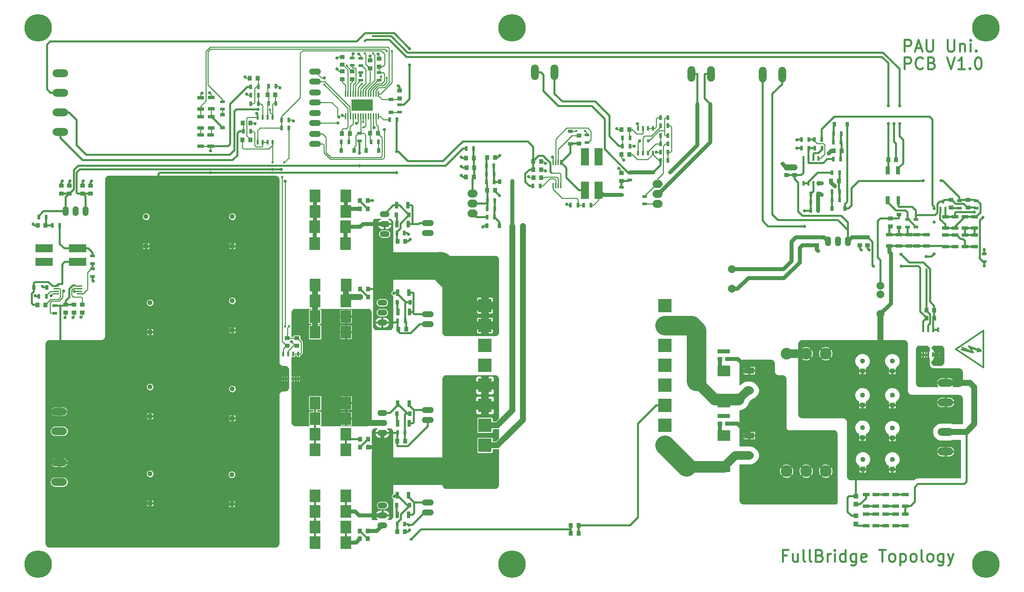
<source format=gtl>
G04 #@! TF.FileFunction,Copper,L1,Top,Signal*
%FSLAX46Y46*%
G04 Gerber Fmt 4.6, Leading zero omitted, Abs format (unit mm)*
G04 Created by KiCad (PCBNEW 4.0.3+e1-6302~38~ubuntu16.04.1-stable) date Tue Aug 30 03:26:48 2016*
%MOMM*%
%LPD*%
G01*
G04 APERTURE LIST*
%ADD10C,0.100000*%
%ADD11C,0.500000*%
%ADD12C,0.381000*%
%ADD13R,1.450000X0.450000*%
%ADD14R,3.500000X3.500000*%
%ADD15R,1.000000X1.250000*%
%ADD16R,1.250000X1.000000*%
%ADD17C,2.000000*%
%ADD18O,3.962400X1.981200*%
%ADD19C,1.300000*%
%ADD20R,1.300000X1.300000*%
%ADD21R,0.910000X1.220000*%
%ADD22R,1.220000X0.910000*%
%ADD23R,1.198880X1.198880*%
%ADD24C,3.000000*%
%ADD25O,1.981200X3.962400*%
%ADD26O,2.540000X2.032000*%
%ADD27R,0.700000X1.300000*%
%ADD28R,1.300000X0.700000*%
%ADD29R,1.700000X0.900000*%
%ADD30R,0.900000X1.700000*%
%ADD31R,0.450000X1.500000*%
%ADD32R,5.500000X3.000000*%
%ADD33R,0.508000X1.143000*%
%ADD34R,0.899160X1.998980*%
%ADD35R,1.000760X1.998980*%
%ADD36R,0.599440X1.000760*%
%ADD37R,0.450000X1.450000*%
%ADD38R,4.500000X2.150000*%
%ADD39R,2.150000X4.500000*%
%ADD40R,2.700000X3.200000*%
%ADD41O,3.014980X1.506220*%
%ADD42O,2.499360X1.501140*%
%ADD43R,3.200000X2.700000*%
%ADD44R,2.499360X1.501140*%
%ADD45O,1.501140X2.499360*%
%ADD46C,7.000000*%
%ADD47C,0.800000*%
%ADD48C,0.600000*%
%ADD49C,0.250000*%
%ADD50C,1.500000*%
%ADD51C,1.000000*%
%ADD52C,2.200000*%
%ADD53C,5.000000*%
%ADD54C,3.000000*%
%ADD55C,7.000000*%
%ADD56C,2.500000*%
%ADD57C,0.254000*%
G04 APERTURE END LIST*
D10*
D11*
X215157142Y-158785714D02*
X214157142Y-158785714D01*
X214157142Y-160357143D02*
X214157142Y-157357143D01*
X215585713Y-157357143D01*
X218014285Y-158357143D02*
X218014285Y-160357143D01*
X216728571Y-158357143D02*
X216728571Y-159928571D01*
X216871428Y-160214286D01*
X217157142Y-160357143D01*
X217585714Y-160357143D01*
X217871428Y-160214286D01*
X218014285Y-160071429D01*
X219871428Y-160357143D02*
X219585714Y-160214286D01*
X219442857Y-159928571D01*
X219442857Y-157357143D01*
X221442857Y-160357143D02*
X221157143Y-160214286D01*
X221014286Y-159928571D01*
X221014286Y-157357143D01*
X223585715Y-158785714D02*
X224014286Y-158928571D01*
X224157143Y-159071429D01*
X224300000Y-159357143D01*
X224300000Y-159785714D01*
X224157143Y-160071429D01*
X224014286Y-160214286D01*
X223728572Y-160357143D01*
X222585715Y-160357143D01*
X222585715Y-157357143D01*
X223585715Y-157357143D01*
X223871429Y-157500000D01*
X224014286Y-157642857D01*
X224157143Y-157928571D01*
X224157143Y-158214286D01*
X224014286Y-158500000D01*
X223871429Y-158642857D01*
X223585715Y-158785714D01*
X222585715Y-158785714D01*
X225585715Y-160357143D02*
X225585715Y-158357143D01*
X225585715Y-158928571D02*
X225728572Y-158642857D01*
X225871429Y-158500000D01*
X226157143Y-158357143D01*
X226442858Y-158357143D01*
X227442858Y-160357143D02*
X227442858Y-158357143D01*
X227442858Y-157357143D02*
X227300001Y-157500000D01*
X227442858Y-157642857D01*
X227585715Y-157500000D01*
X227442858Y-157357143D01*
X227442858Y-157642857D01*
X230157143Y-160357143D02*
X230157143Y-157357143D01*
X230157143Y-160214286D02*
X229871429Y-160357143D01*
X229300000Y-160357143D01*
X229014286Y-160214286D01*
X228871429Y-160071429D01*
X228728572Y-159785714D01*
X228728572Y-158928571D01*
X228871429Y-158642857D01*
X229014286Y-158500000D01*
X229300000Y-158357143D01*
X229871429Y-158357143D01*
X230157143Y-158500000D01*
X232871429Y-158357143D02*
X232871429Y-160785714D01*
X232728572Y-161071429D01*
X232585715Y-161214286D01*
X232300000Y-161357143D01*
X231871429Y-161357143D01*
X231585715Y-161214286D01*
X232871429Y-160214286D02*
X232585715Y-160357143D01*
X232014286Y-160357143D01*
X231728572Y-160214286D01*
X231585715Y-160071429D01*
X231442858Y-159785714D01*
X231442858Y-158928571D01*
X231585715Y-158642857D01*
X231728572Y-158500000D01*
X232014286Y-158357143D01*
X232585715Y-158357143D01*
X232871429Y-158500000D01*
X235442858Y-160214286D02*
X235157144Y-160357143D01*
X234585715Y-160357143D01*
X234300001Y-160214286D01*
X234157144Y-159928571D01*
X234157144Y-158785714D01*
X234300001Y-158500000D01*
X234585715Y-158357143D01*
X235157144Y-158357143D01*
X235442858Y-158500000D01*
X235585715Y-158785714D01*
X235585715Y-159071429D01*
X234157144Y-159357143D01*
X238728572Y-157357143D02*
X240442858Y-157357143D01*
X239585715Y-160357143D02*
X239585715Y-157357143D01*
X241871429Y-160357143D02*
X241585715Y-160214286D01*
X241442858Y-160071429D01*
X241300001Y-159785714D01*
X241300001Y-158928571D01*
X241442858Y-158642857D01*
X241585715Y-158500000D01*
X241871429Y-158357143D01*
X242300001Y-158357143D01*
X242585715Y-158500000D01*
X242728572Y-158642857D01*
X242871429Y-158928571D01*
X242871429Y-159785714D01*
X242728572Y-160071429D01*
X242585715Y-160214286D01*
X242300001Y-160357143D01*
X241871429Y-160357143D01*
X244157144Y-158357143D02*
X244157144Y-161357143D01*
X244157144Y-158500000D02*
X244442858Y-158357143D01*
X245014287Y-158357143D01*
X245300001Y-158500000D01*
X245442858Y-158642857D01*
X245585715Y-158928571D01*
X245585715Y-159785714D01*
X245442858Y-160071429D01*
X245300001Y-160214286D01*
X245014287Y-160357143D01*
X244442858Y-160357143D01*
X244157144Y-160214286D01*
X247300001Y-160357143D02*
X247014287Y-160214286D01*
X246871430Y-160071429D01*
X246728573Y-159785714D01*
X246728573Y-158928571D01*
X246871430Y-158642857D01*
X247014287Y-158500000D01*
X247300001Y-158357143D01*
X247728573Y-158357143D01*
X248014287Y-158500000D01*
X248157144Y-158642857D01*
X248300001Y-158928571D01*
X248300001Y-159785714D01*
X248157144Y-160071429D01*
X248014287Y-160214286D01*
X247728573Y-160357143D01*
X247300001Y-160357143D01*
X250014287Y-160357143D02*
X249728573Y-160214286D01*
X249585716Y-159928571D01*
X249585716Y-157357143D01*
X251585716Y-160357143D02*
X251300002Y-160214286D01*
X251157145Y-160071429D01*
X251014288Y-159785714D01*
X251014288Y-158928571D01*
X251157145Y-158642857D01*
X251300002Y-158500000D01*
X251585716Y-158357143D01*
X252014288Y-158357143D01*
X252300002Y-158500000D01*
X252442859Y-158642857D01*
X252585716Y-158928571D01*
X252585716Y-159785714D01*
X252442859Y-160071429D01*
X252300002Y-160214286D01*
X252014288Y-160357143D01*
X251585716Y-160357143D01*
X255157145Y-158357143D02*
X255157145Y-160785714D01*
X255014288Y-161071429D01*
X254871431Y-161214286D01*
X254585716Y-161357143D01*
X254157145Y-161357143D01*
X253871431Y-161214286D01*
X255157145Y-160214286D02*
X254871431Y-160357143D01*
X254300002Y-160357143D01*
X254014288Y-160214286D01*
X253871431Y-160071429D01*
X253728574Y-159785714D01*
X253728574Y-158928571D01*
X253871431Y-158642857D01*
X254014288Y-158500000D01*
X254300002Y-158357143D01*
X254871431Y-158357143D01*
X255157145Y-158500000D01*
X256300002Y-158357143D02*
X257014288Y-160357143D01*
X257728574Y-158357143D02*
X257014288Y-160357143D01*
X256728574Y-161071429D01*
X256585717Y-161214286D01*
X256300002Y-161357143D01*
X245257144Y-30057143D02*
X245257144Y-27057143D01*
X246400001Y-27057143D01*
X246685715Y-27200000D01*
X246828572Y-27342857D01*
X246971429Y-27628571D01*
X246971429Y-28057143D01*
X246828572Y-28342857D01*
X246685715Y-28485714D01*
X246400001Y-28628571D01*
X245257144Y-28628571D01*
X248114287Y-29200000D02*
X249542858Y-29200000D01*
X247828572Y-30057143D02*
X248828572Y-27057143D01*
X249828572Y-30057143D01*
X250828573Y-27057143D02*
X250828573Y-29485714D01*
X250971430Y-29771429D01*
X251114287Y-29914286D01*
X251400001Y-30057143D01*
X251971430Y-30057143D01*
X252257144Y-29914286D01*
X252400001Y-29771429D01*
X252542858Y-29485714D01*
X252542858Y-27057143D01*
X256257144Y-27057143D02*
X256257144Y-29485714D01*
X256400001Y-29771429D01*
X256542858Y-29914286D01*
X256828572Y-30057143D01*
X257400001Y-30057143D01*
X257685715Y-29914286D01*
X257828572Y-29771429D01*
X257971429Y-29485714D01*
X257971429Y-27057143D01*
X259400001Y-28057143D02*
X259400001Y-30057143D01*
X259400001Y-28342857D02*
X259542858Y-28200000D01*
X259828572Y-28057143D01*
X260257144Y-28057143D01*
X260542858Y-28200000D01*
X260685715Y-28485714D01*
X260685715Y-30057143D01*
X262114287Y-30057143D02*
X262114287Y-28057143D01*
X262114287Y-27057143D02*
X261971430Y-27200000D01*
X262114287Y-27342857D01*
X262257144Y-27200000D01*
X262114287Y-27057143D01*
X262114287Y-27342857D01*
X263542858Y-29771429D02*
X263685715Y-29914286D01*
X263542858Y-30057143D01*
X263400001Y-29914286D01*
X263542858Y-29771429D01*
X263542858Y-30057143D01*
X245214286Y-34557143D02*
X245214286Y-31557143D01*
X246357143Y-31557143D01*
X246642857Y-31700000D01*
X246785714Y-31842857D01*
X246928571Y-32128571D01*
X246928571Y-32557143D01*
X246785714Y-32842857D01*
X246642857Y-32985714D01*
X246357143Y-33128571D01*
X245214286Y-33128571D01*
X249928571Y-34271429D02*
X249785714Y-34414286D01*
X249357143Y-34557143D01*
X249071429Y-34557143D01*
X248642857Y-34414286D01*
X248357143Y-34128571D01*
X248214286Y-33842857D01*
X248071429Y-33271429D01*
X248071429Y-32842857D01*
X248214286Y-32271429D01*
X248357143Y-31985714D01*
X248642857Y-31700000D01*
X249071429Y-31557143D01*
X249357143Y-31557143D01*
X249785714Y-31700000D01*
X249928571Y-31842857D01*
X252214286Y-32985714D02*
X252642857Y-33128571D01*
X252785714Y-33271429D01*
X252928571Y-33557143D01*
X252928571Y-33985714D01*
X252785714Y-34271429D01*
X252642857Y-34414286D01*
X252357143Y-34557143D01*
X251214286Y-34557143D01*
X251214286Y-31557143D01*
X252214286Y-31557143D01*
X252500000Y-31700000D01*
X252642857Y-31842857D01*
X252785714Y-32128571D01*
X252785714Y-32414286D01*
X252642857Y-32700000D01*
X252500000Y-32842857D01*
X252214286Y-32985714D01*
X251214286Y-32985714D01*
X256071428Y-31557143D02*
X257071428Y-34557143D01*
X258071428Y-31557143D01*
X260642857Y-34557143D02*
X258928572Y-34557143D01*
X259785714Y-34557143D02*
X259785714Y-31557143D01*
X259500000Y-31985714D01*
X259214286Y-32271429D01*
X258928572Y-32414286D01*
X261928572Y-34271429D02*
X262071429Y-34414286D01*
X261928572Y-34557143D01*
X261785715Y-34414286D01*
X261928572Y-34271429D01*
X261928572Y-34557143D01*
X263928571Y-31557143D02*
X264214286Y-31557143D01*
X264500000Y-31700000D01*
X264642857Y-31842857D01*
X264785714Y-32128571D01*
X264928571Y-32700000D01*
X264928571Y-33414286D01*
X264785714Y-33985714D01*
X264642857Y-34271429D01*
X264500000Y-34414286D01*
X264214286Y-34557143D01*
X263928571Y-34557143D01*
X263642857Y-34414286D01*
X263500000Y-34271429D01*
X263357143Y-33985714D01*
X263214286Y-33414286D01*
X263214286Y-32700000D01*
X263357143Y-32128571D01*
X263500000Y-31842857D01*
X263642857Y-31700000D01*
X263928571Y-31557143D01*
D12*
X264699640Y-106497840D02*
X261600840Y-105298960D01*
X261600840Y-105298960D02*
X261999620Y-105898400D01*
X262700660Y-106899160D02*
X259899040Y-105598680D01*
X264699640Y-106497840D02*
X264001140Y-105898400D01*
X259700920Y-106099060D02*
X262700660Y-106899160D01*
X262700660Y-106899160D02*
X261900560Y-105700280D01*
X261900560Y-105700280D02*
X264699640Y-106497840D01*
X264699640Y-106497840D02*
X263800480Y-106599440D01*
X258309000Y-106000000D02*
X265294000Y-101301000D01*
X265294000Y-101301000D02*
X265294000Y-110699000D01*
X265294000Y-110699000D02*
X258309000Y-106000000D01*
D13*
X28656535Y-89982697D03*
X28656535Y-90632697D03*
X28656535Y-91282697D03*
X28656535Y-91932697D03*
X34556535Y-91932697D03*
X34556535Y-91282697D03*
X34556535Y-90632697D03*
X34556535Y-89982697D03*
D14*
X138065504Y-94908642D03*
X138065504Y-100008642D03*
X138065504Y-105108642D03*
X138065504Y-110208642D03*
X138065504Y-115308642D03*
X138065504Y-120408642D03*
X138065504Y-125508642D03*
X138065504Y-130608642D03*
X184065504Y-130608642D03*
X184065504Y-125508642D03*
X184065504Y-120408642D03*
X184065504Y-115308642D03*
X184065504Y-110208642D03*
X184065504Y-105108642D03*
X184065504Y-100008642D03*
X184065504Y-94908642D03*
D15*
X78225858Y-48270534D03*
X76225858Y-48270534D03*
D16*
X101665504Y-35108642D03*
X101665504Y-37108642D03*
D17*
X239073504Y-97106642D03*
X239073504Y-92106642D03*
X239073504Y-89906642D03*
X201173504Y-90656642D03*
X201173504Y-85656642D03*
D18*
X255665504Y-127208642D03*
X255665504Y-132208642D03*
D15*
X25906535Y-74457697D03*
X23906535Y-74457697D03*
X25865504Y-94808642D03*
X23865504Y-94808642D03*
D16*
X31072511Y-94728091D03*
X31072511Y-96728091D03*
X33172511Y-94728091D03*
X33172511Y-96728091D03*
X35265504Y-94728091D03*
X35265504Y-96728091D03*
D15*
X78065504Y-36908642D03*
X80065504Y-36908642D03*
D16*
X101665504Y-31437588D03*
X101665504Y-33437588D03*
D15*
X103565504Y-51008642D03*
X101565504Y-51008642D03*
D16*
X104165504Y-35108642D03*
X104165504Y-37108642D03*
X108765504Y-32308642D03*
X108765504Y-34308642D03*
D15*
X82565504Y-41108642D03*
X84565504Y-41108642D03*
X108765504Y-50908642D03*
X110765504Y-50908642D03*
X78165504Y-52608642D03*
X76165504Y-52608642D03*
D16*
X90065504Y-103208642D03*
X90065504Y-105208642D03*
X87565504Y-103208642D03*
X87565504Y-105208642D03*
D15*
X135365504Y-59708642D03*
X133365504Y-59708642D03*
X160002719Y-151053213D03*
X162002719Y-151053213D03*
X241065504Y-57708642D03*
X243065504Y-57708642D03*
D16*
X241625504Y-74698642D03*
X241625504Y-72698642D03*
X257125504Y-67906642D03*
X257125504Y-69906642D03*
X261425504Y-69906642D03*
X261425504Y-67906642D03*
X222773504Y-79506642D03*
X222773504Y-77506642D03*
X220773504Y-79506642D03*
X220773504Y-77506642D03*
D15*
X227165504Y-55408642D03*
X229165504Y-55408642D03*
X226465504Y-63108642D03*
X228465504Y-63108642D03*
D16*
X233773504Y-79506642D03*
X233773504Y-77506642D03*
X235773504Y-79506642D03*
X235773504Y-77506642D03*
X217165504Y-61608642D03*
X217165504Y-59608642D03*
X215065504Y-59608642D03*
X215065504Y-61608642D03*
D15*
X250797504Y-98128642D03*
X252797504Y-98128642D03*
X250797504Y-96128642D03*
X252797504Y-96128642D03*
D16*
X31965504Y-64308642D03*
X31965504Y-66308642D03*
X29965504Y-64308642D03*
X29965504Y-66308642D03*
X37365504Y-64308642D03*
X37365504Y-66308642D03*
X35365504Y-64308642D03*
X35365504Y-66308642D03*
X172965504Y-63108642D03*
X172965504Y-61108642D03*
X162065504Y-51508642D03*
X162065504Y-53508642D03*
D15*
X150448124Y-58131726D03*
X152448124Y-58131726D03*
X150448124Y-60231726D03*
X152448124Y-60231726D03*
X115698384Y-129565512D03*
X117698384Y-129565512D03*
X117665504Y-152708642D03*
X115665504Y-152708642D03*
X152465504Y-62308642D03*
X150465504Y-62308642D03*
X108165504Y-154508642D03*
X106165504Y-154508642D03*
X108259623Y-129095823D03*
X106259623Y-129095823D03*
X115949606Y-100921954D03*
X117949606Y-100921954D03*
X117769530Y-78515544D03*
X115769530Y-78515544D03*
X108249606Y-92721954D03*
X106249606Y-92721954D03*
X108169530Y-70215544D03*
X106169530Y-70215544D03*
X140665504Y-57108642D03*
X138665504Y-57108642D03*
X138665504Y-65508642D03*
X140665504Y-65508642D03*
X135265504Y-62108642D03*
X133265504Y-62108642D03*
X135265504Y-57308642D03*
X133265504Y-57308642D03*
X172965504Y-50008642D03*
X174965504Y-50008642D03*
X174965504Y-56308642D03*
X172965504Y-56308642D03*
X160002719Y-153153213D03*
X162002719Y-153153213D03*
D19*
X234473504Y-126106642D03*
D20*
X234473504Y-128606642D03*
D19*
X234473504Y-109106642D03*
D20*
X234473504Y-111606642D03*
D19*
X234473504Y-117806642D03*
D20*
X234473504Y-120306642D03*
D19*
X234573504Y-134206642D03*
D20*
X234573504Y-136706642D03*
D19*
X242073504Y-126206642D03*
D20*
X242073504Y-128706642D03*
D19*
X242073504Y-134206642D03*
D20*
X242073504Y-136706642D03*
D19*
X242073504Y-117806642D03*
D20*
X242073504Y-120306642D03*
D19*
X242073504Y-109106642D03*
D20*
X242073504Y-111606642D03*
D21*
X141800504Y-74508642D03*
X138530504Y-74508642D03*
D22*
X243825504Y-74933642D03*
X243825504Y-71663642D03*
D23*
X232765504Y-148659622D03*
X232765504Y-150757662D03*
X232765504Y-145692642D03*
X232765504Y-143594602D03*
D24*
X220073504Y-107206642D03*
X220073504Y-137206642D03*
X215073504Y-137206642D03*
X215073504Y-107206642D03*
X225073504Y-107206642D03*
X225073504Y-137206642D03*
D18*
X29665504Y-50608642D03*
X29665504Y-45608642D03*
X29665504Y-35608642D03*
X29665504Y-40608642D03*
X29365504Y-127008642D03*
X29365504Y-122008642D03*
D25*
X214000000Y-35900000D03*
X209000000Y-35900000D03*
D18*
X255667504Y-114644642D03*
X255667504Y-119644642D03*
D25*
X155865504Y-35308642D03*
X150865504Y-35308642D03*
X190765504Y-35808642D03*
X195765504Y-35808642D03*
D18*
X29365504Y-140008642D03*
X29365504Y-135008642D03*
D26*
X134965504Y-68908642D03*
X134965504Y-66368642D03*
X134965504Y-71448642D03*
X182165504Y-66408642D03*
X182165504Y-68948642D03*
X182165504Y-63868642D03*
D27*
X27656535Y-74457697D03*
X29556535Y-74457697D03*
D28*
X37865504Y-84158642D03*
X37865504Y-82258642D03*
X37865504Y-87458642D03*
X37865504Y-85558642D03*
D27*
X24215504Y-92608642D03*
X26115504Y-92608642D03*
D29*
X65465504Y-54258642D03*
X65465504Y-51358642D03*
X65465504Y-49558642D03*
X65465504Y-46658642D03*
X65465504Y-44758642D03*
X65465504Y-41858642D03*
X68065504Y-54258642D03*
X68065504Y-51358642D03*
X68165504Y-49558642D03*
X68165504Y-46658642D03*
X68165504Y-44658642D03*
X68165504Y-41758642D03*
D28*
X28265504Y-96858642D03*
X28265504Y-94958642D03*
X71065504Y-42858642D03*
X71065504Y-44758642D03*
D27*
X78315504Y-39108642D03*
X80215504Y-39108642D03*
X78315504Y-43408642D03*
X80215504Y-43408642D03*
X84715504Y-38908642D03*
X82815504Y-38908642D03*
X80215504Y-41208642D03*
X78315504Y-41208642D03*
D28*
X104165504Y-31687588D03*
X104165504Y-33587588D03*
X106365504Y-35458642D03*
X106365504Y-37358642D03*
X106365504Y-31758642D03*
X106365504Y-33658642D03*
D27*
X82815504Y-43308642D03*
X84715504Y-43308642D03*
D28*
X111065504Y-35458642D03*
X111065504Y-37358642D03*
D27*
X115615504Y-47408642D03*
X113715504Y-47408642D03*
X78315504Y-50408642D03*
X76415504Y-50408642D03*
D28*
X116265504Y-43637588D03*
X116265504Y-45537588D03*
D27*
X140515504Y-72308642D03*
X138615504Y-72308642D03*
X140565504Y-70208642D03*
X138665504Y-70208642D03*
X140415504Y-63408642D03*
X138515504Y-63408642D03*
D28*
X246025504Y-72948642D03*
X246025504Y-74848642D03*
X248125504Y-74848642D03*
X248125504Y-72948642D03*
D29*
X248325504Y-79748642D03*
X248325504Y-76848642D03*
X241325504Y-79748642D03*
X241325504Y-76848642D03*
X243825504Y-79748642D03*
X243825504Y-76848642D03*
D28*
X263525504Y-70056642D03*
X263525504Y-68156642D03*
X259225504Y-70056642D03*
X259225504Y-68156642D03*
D29*
X258125504Y-79856642D03*
X258125504Y-76956642D03*
X263125504Y-79856642D03*
X263125504Y-76956642D03*
X263125504Y-72256642D03*
X263125504Y-75156642D03*
X258125504Y-72256642D03*
X258125504Y-75156642D03*
X255625504Y-79856642D03*
X255625504Y-76956642D03*
X260625504Y-79856642D03*
X260625504Y-76956642D03*
X260625504Y-75156642D03*
X260625504Y-72256642D03*
X255625504Y-75156642D03*
X255625504Y-72256642D03*
D27*
X229065504Y-51008642D03*
X227165504Y-51008642D03*
X228965504Y-53208642D03*
X227065504Y-53208642D03*
X228615504Y-67908642D03*
X226715504Y-67908642D03*
X228615504Y-65808642D03*
X226715504Y-65808642D03*
X227015504Y-57508642D03*
X228915504Y-57508642D03*
X226715504Y-61008642D03*
X228615504Y-61008642D03*
X222261504Y-54744642D03*
X224161504Y-54744642D03*
X218893504Y-54744642D03*
X220793504Y-54744642D03*
X221265504Y-68508642D03*
X223165504Y-68508642D03*
X221265504Y-66408642D03*
X223165504Y-66408642D03*
X224111504Y-52558642D03*
X222211504Y-52558642D03*
X221265504Y-70608642D03*
X223165504Y-70608642D03*
X218909504Y-52558642D03*
X220809504Y-52558642D03*
D28*
X172965504Y-64758642D03*
X172965504Y-66658642D03*
D27*
X163265504Y-69308642D03*
X165165504Y-69308642D03*
X159915504Y-69308642D03*
X161815504Y-69308642D03*
D28*
X164165504Y-51358642D03*
X164165504Y-53258642D03*
D30*
X115815504Y-125008642D03*
X118715504Y-125008642D03*
X115815504Y-120008642D03*
X118715504Y-120008642D03*
X115715504Y-148408642D03*
X118615504Y-148408642D03*
X115715504Y-143408642D03*
X118615504Y-143408642D03*
D27*
X152215504Y-64408642D03*
X150315504Y-64408642D03*
X117648384Y-127368354D03*
X115748384Y-127368354D03*
X115665504Y-150708642D03*
X117565504Y-150708642D03*
X101415504Y-53108642D03*
X103315504Y-53108642D03*
D30*
X115619530Y-74115544D03*
X118519530Y-74115544D03*
X115519530Y-69315544D03*
X118419530Y-69315544D03*
X115899606Y-96521954D03*
X118799606Y-96521954D03*
X115799606Y-91621954D03*
X118699606Y-91621954D03*
D27*
X117699606Y-98821954D03*
X115799606Y-98821954D03*
X115615504Y-76415544D03*
X117515504Y-76415544D03*
X109015504Y-53108642D03*
X110915504Y-53108642D03*
D29*
X235417504Y-151142642D03*
X235417504Y-148242642D03*
X237917504Y-148242642D03*
X237917504Y-151142642D03*
X240417504Y-151142642D03*
X240417504Y-148242642D03*
X235417504Y-143242642D03*
X235417504Y-146142642D03*
X237917504Y-146142642D03*
X237917504Y-143242642D03*
X240417504Y-143242642D03*
X240417504Y-146142642D03*
D27*
X140615504Y-68108642D03*
X138715504Y-68108642D03*
X140365504Y-59208642D03*
X138465504Y-59208642D03*
X140415504Y-61308642D03*
X138515504Y-61308642D03*
X175115504Y-54208642D03*
X173215504Y-54208642D03*
X173215504Y-52108642D03*
X175115504Y-52108642D03*
X182915504Y-57858642D03*
X184815504Y-57858642D03*
X184815504Y-46908642D03*
X182915504Y-46908642D03*
X184815504Y-55708642D03*
X182915504Y-55708642D03*
X184815504Y-51508642D03*
X182915504Y-51508642D03*
X182915504Y-53608642D03*
X184815504Y-53608642D03*
D29*
X250825504Y-79748642D03*
X250825504Y-76848642D03*
X242917504Y-148242642D03*
X242917504Y-151142642D03*
X245417504Y-151142642D03*
X245417504Y-148242642D03*
X242917504Y-146142642D03*
X242917504Y-143242642D03*
X245417504Y-143242642D03*
X245417504Y-146142642D03*
D27*
X182915504Y-49008642D03*
X184815504Y-49008642D03*
D28*
X178865504Y-67058642D03*
X178865504Y-68958642D03*
D27*
X24156535Y-72357697D03*
X26056535Y-72357697D03*
D28*
X175065504Y-60958642D03*
X175065504Y-62858642D03*
D27*
X135215504Y-54808642D03*
X133315504Y-54808642D03*
D28*
X106065504Y-50958642D03*
X106065504Y-52858642D03*
D31*
X110912836Y-40837588D03*
X110262836Y-40837588D03*
X109612836Y-40837588D03*
X108962836Y-40837588D03*
X108312836Y-40837588D03*
X107662836Y-40837588D03*
X107012836Y-40837588D03*
X106362836Y-40837588D03*
X105712836Y-40837588D03*
X105062836Y-40837588D03*
X104412836Y-40837588D03*
X103762836Y-40837588D03*
X103112836Y-40837588D03*
X102462836Y-40837588D03*
X102462836Y-46637588D03*
X103112836Y-46637588D03*
X103762836Y-46637588D03*
X104412836Y-46637588D03*
X105062836Y-46637588D03*
X105712836Y-46637588D03*
X106362836Y-46637588D03*
X107012836Y-46637588D03*
X107662836Y-46637588D03*
X108312836Y-46637588D03*
X108962836Y-46637588D03*
X109612836Y-46637588D03*
X110262836Y-46637588D03*
X110912836Y-46637588D03*
D32*
X106712836Y-43737588D03*
D33*
X83870504Y-53183642D03*
X82600504Y-53183642D03*
X81330504Y-53183642D03*
X80060504Y-53183642D03*
X80060504Y-46833642D03*
X81330504Y-46833642D03*
X82600504Y-46833642D03*
X83870504Y-46833642D03*
D34*
X243614244Y-68008642D03*
D35*
X240965024Y-68008642D03*
X240965024Y-60408962D03*
X243565984Y-60408962D03*
D36*
X255675744Y-70256602D03*
X254375264Y-70256602D03*
X255025504Y-68356682D03*
D33*
X219428504Y-57351642D03*
X220698504Y-57351642D03*
X221968504Y-57351642D03*
X223238504Y-57351642D03*
X223238504Y-63701642D03*
X221968504Y-63701642D03*
X220698504Y-63701642D03*
X219428504Y-63701642D03*
D37*
X157440504Y-58358642D03*
X156790504Y-58358642D03*
X156140504Y-58358642D03*
X155490504Y-58358642D03*
X155490504Y-64258642D03*
X156140504Y-64258642D03*
X156790504Y-64258642D03*
X157440504Y-64258642D03*
D33*
X180970504Y-55983642D03*
X179700504Y-55983642D03*
X178430504Y-55983642D03*
X177160504Y-55983642D03*
X177160504Y-49633642D03*
X178430504Y-49633642D03*
X179700504Y-49633642D03*
X180970504Y-49633642D03*
D22*
X71065504Y-46173642D03*
X71065504Y-49443642D03*
D21*
X22930504Y-90308642D03*
X26200504Y-90308642D03*
D22*
X159865504Y-53643642D03*
X159865504Y-50373642D03*
D21*
X192330504Y-43608642D03*
X195600504Y-43608642D03*
X115630504Y-122508642D03*
X118900504Y-122508642D03*
X115530504Y-145908642D03*
X118800504Y-145908642D03*
X101430504Y-55308642D03*
X104700504Y-55308642D03*
X115434530Y-71715544D03*
X118704530Y-71715544D03*
X115714606Y-94121954D03*
X118984606Y-94121954D03*
X111000504Y-55308642D03*
X107730504Y-55308642D03*
D22*
X114065504Y-42302588D03*
X114065504Y-45572588D03*
D21*
X141830504Y-63308642D03*
X145100504Y-63308642D03*
X230565504Y-48608642D03*
X227295504Y-48608642D03*
X230000504Y-70108642D03*
X226730504Y-70108642D03*
D38*
X34056535Y-80342697D03*
X34056535Y-83772697D03*
X25556535Y-80342697D03*
X25556535Y-83772697D03*
D39*
X167080504Y-65473642D03*
X163650504Y-65473642D03*
X167080504Y-56973642D03*
X163650504Y-56973642D03*
D20*
X73565504Y-123708642D03*
D19*
X73565504Y-116208642D03*
D20*
X52565504Y-101708642D03*
D19*
X52565504Y-94208642D03*
D20*
X52565504Y-145408642D03*
D19*
X52565504Y-137908642D03*
D20*
X73565504Y-101208642D03*
D19*
X73565504Y-93708642D03*
D20*
X52565504Y-123208642D03*
D19*
X52565504Y-115708642D03*
D20*
X73465504Y-145608642D03*
D19*
X73465504Y-138108642D03*
D20*
X73565504Y-79708642D03*
D19*
X73565504Y-72208642D03*
D20*
X51565504Y-79708642D03*
D19*
X51565504Y-72208642D03*
D15*
X108165504Y-152508642D03*
X106165504Y-152508642D03*
X108259623Y-131095823D03*
X106259623Y-131095823D03*
X108169530Y-68115544D03*
X106169530Y-68115544D03*
X106249606Y-90721954D03*
X108249606Y-90721954D03*
D40*
X102615504Y-147508642D03*
X94715504Y-147508642D03*
X102615504Y-123808642D03*
X94715504Y-123808642D03*
X102599606Y-101721954D03*
X94699606Y-101721954D03*
X102519530Y-79115544D03*
X94619530Y-79115544D03*
X94715504Y-151508642D03*
X102615504Y-151508642D03*
X94715504Y-131808642D03*
X102615504Y-131808642D03*
X102615504Y-143508642D03*
X94715504Y-143508642D03*
X94715504Y-155508642D03*
X102615504Y-155508642D03*
X102615504Y-119808642D03*
X94715504Y-119808642D03*
X94715504Y-127808642D03*
X102615504Y-127808642D03*
X94719530Y-70915544D03*
X102619530Y-70915544D03*
X94699606Y-93721954D03*
X102599606Y-93721954D03*
X102519530Y-74815544D03*
X94619530Y-74815544D03*
X94719530Y-66915544D03*
X102619530Y-66915544D03*
X102599606Y-97721954D03*
X94699606Y-97721954D03*
X94749606Y-89721954D03*
X102649606Y-89721954D03*
D16*
X200073504Y-106606642D03*
X200073504Y-108606642D03*
X198073504Y-108606642D03*
X198073504Y-106606642D03*
X200073504Y-123106642D03*
X200073504Y-125106642D03*
X198073504Y-125106642D03*
X198073504Y-123106642D03*
D41*
X123465504Y-124178642D03*
X123465504Y-121638642D03*
X123465504Y-147778642D03*
X123465504Y-145238642D03*
X94736558Y-37725974D03*
X94736558Y-35185974D03*
X123465504Y-76378642D03*
X123465504Y-73838642D03*
X123465504Y-99678642D03*
X123465504Y-97138642D03*
X94736558Y-43025974D03*
X94736558Y-40485974D03*
X94736558Y-48325974D03*
X94736558Y-45785974D03*
X94736558Y-53625974D03*
X94736558Y-51085974D03*
D42*
X111865504Y-124908642D03*
X111865504Y-122368642D03*
X111865504Y-127448642D03*
X111929504Y-148508642D03*
X111929504Y-145968642D03*
X111929504Y-151048642D03*
X111865504Y-96721954D03*
X111865504Y-94181954D03*
X111865504Y-99261954D03*
X112465504Y-74115544D03*
X112465504Y-71575544D03*
X112465504Y-76655544D03*
D43*
X199073504Y-111656642D03*
X199073504Y-119556642D03*
X199073504Y-128156642D03*
X199073504Y-136056642D03*
D44*
X205573504Y-128106642D03*
D42*
X205573504Y-133186642D03*
D44*
X205573504Y-111526642D03*
D42*
X205573504Y-116606642D03*
D29*
X246325504Y-79748642D03*
X246325504Y-76848642D03*
D45*
X228233504Y-78506642D03*
X225693504Y-78506642D03*
X230773504Y-78506642D03*
X33565504Y-70844642D03*
X31025504Y-70844642D03*
X36105504Y-70844642D03*
D27*
X88015504Y-49608642D03*
X86115504Y-49608642D03*
X86115504Y-47508642D03*
X88015504Y-47508642D03*
D16*
X116265504Y-42008642D03*
X116265504Y-40008642D03*
X111065504Y-31908642D03*
X111065504Y-33908642D03*
D33*
X86588200Y-107289180D03*
X87858200Y-107289180D03*
X89128200Y-107289180D03*
X90398200Y-107289180D03*
X90398200Y-113639180D03*
X89128200Y-113639180D03*
X87858200Y-113639180D03*
X86588200Y-113639180D03*
X249960504Y-101133642D03*
X251230504Y-101133642D03*
X252500504Y-101133642D03*
X253770504Y-101133642D03*
X253770504Y-107483642D03*
X252500504Y-107483642D03*
X251230504Y-107483642D03*
X249960504Y-107483642D03*
D28*
X265565504Y-81758642D03*
X265565504Y-83658642D03*
D46*
X24000000Y-161000000D03*
X24000000Y-24000000D03*
X266000000Y-161000000D03*
X266000000Y-24000000D03*
X145000000Y-24000000D03*
X145000000Y-161000000D03*
D47*
X27300000Y-92400000D03*
X25100000Y-90000000D03*
X106300000Y-36200000D03*
X173500000Y-57800000D03*
X105865504Y-30708642D03*
X119265504Y-154608642D03*
X101665504Y-46308642D03*
X172265504Y-59908642D03*
X176165504Y-54208642D03*
X171765504Y-49708642D03*
X176965504Y-48508642D03*
X181865504Y-55708642D03*
X149265504Y-62008642D03*
D48*
X163665504Y-50308642D03*
X161465504Y-50308642D03*
D47*
X158965504Y-69008642D03*
X155365504Y-57008642D03*
X153565504Y-60608642D03*
X153565504Y-58608642D03*
X132065504Y-57008642D03*
X132065504Y-59408642D03*
X132065504Y-61708642D03*
X141865504Y-56608642D03*
X141765504Y-66808642D03*
X137565504Y-74908642D03*
X147765504Y-74608642D03*
X100265504Y-31708642D03*
X108765504Y-31208642D03*
D48*
X106673556Y-38316694D03*
D47*
X242565504Y-48508642D03*
X110765504Y-30708642D03*
X115965504Y-38808642D03*
X118865504Y-152308642D03*
X118665504Y-151008642D03*
X109372406Y-68115544D03*
X118965504Y-78008642D03*
X118565504Y-76708642D03*
D48*
X88065504Y-100208642D03*
X106987846Y-48008642D03*
D47*
X79365504Y-48508642D03*
X89165504Y-47808642D03*
X79765504Y-45808642D03*
X100265504Y-34508642D03*
X104465504Y-30608642D03*
D48*
X102865504Y-33608642D03*
D47*
X37665504Y-63108642D03*
X35565504Y-63108642D03*
X32165504Y-63108642D03*
X30165504Y-63108642D03*
X22765504Y-74108642D03*
X34965504Y-97908642D03*
X32865504Y-98008642D03*
X30865504Y-98008642D03*
X23265504Y-92408642D03*
X38065504Y-88708642D03*
X67765504Y-40608642D03*
X65865504Y-40708642D03*
X85765504Y-39308642D03*
X77265504Y-40908642D03*
X76865504Y-36508642D03*
X115565504Y-55608642D03*
X115565504Y-61008642D03*
X68065504Y-55408642D03*
X68065504Y-61008642D03*
X97065504Y-36808642D03*
D48*
X97065504Y-38508642D03*
X107365504Y-27408642D03*
X107365504Y-30483662D03*
D47*
X241065504Y-43908642D03*
X241065504Y-48508642D03*
D48*
X83225514Y-44908642D03*
D47*
X80165504Y-44808642D03*
X83865504Y-60108642D03*
D48*
X83865504Y-58408642D03*
D47*
X86065504Y-60108642D03*
D48*
X86365504Y-62108642D03*
D47*
X265565504Y-84808642D03*
D48*
X252665504Y-105808642D03*
X253265504Y-105408642D03*
X253265504Y-106108642D03*
X253865504Y-105408642D03*
X253865504Y-106108642D03*
X252665504Y-109008642D03*
X252665504Y-109608642D03*
X253265504Y-109008642D03*
X253265504Y-109608642D03*
X253865504Y-109008642D03*
X253865504Y-109608642D03*
D47*
X265265504Y-72408642D03*
X263065504Y-71108642D03*
D48*
X255065504Y-106108642D03*
X255065504Y-106808642D03*
X255065504Y-107508642D03*
X255065504Y-108208642D03*
X255065504Y-108908642D03*
X254465504Y-105408642D03*
X254465504Y-106108642D03*
X254465504Y-106808642D03*
X254465504Y-109608642D03*
X254465504Y-108908642D03*
X254465504Y-108208642D03*
X254465504Y-107483642D03*
D47*
X254565504Y-63008642D03*
X249965504Y-63008642D03*
X217700000Y-54700000D03*
X217700000Y-52600000D03*
X244300000Y-81800000D03*
X265565504Y-80608642D03*
X223165504Y-81008642D03*
X236165504Y-80708642D03*
X234165504Y-80708642D03*
X225865504Y-56108642D03*
X227465504Y-64508642D03*
X224065504Y-63708642D03*
X224065504Y-66708642D03*
X214065504Y-58708642D03*
X237265504Y-84908642D03*
X244365504Y-84908642D03*
X252765504Y-81718644D03*
X252765504Y-70108642D03*
X252765504Y-73608642D03*
X250765504Y-82408642D03*
D48*
X250797504Y-85740642D03*
D47*
X106065504Y-59208642D03*
X106065504Y-56008642D03*
X114865504Y-143708642D03*
X114765504Y-91808642D03*
X118865504Y-33508642D03*
X118865504Y-29308642D03*
X219665504Y-70708642D03*
X219665504Y-74708642D03*
X181065504Y-60908642D03*
X185365504Y-60908642D03*
X30500000Y-91200000D03*
X33265504Y-91308642D03*
D48*
X114365504Y-29908642D03*
X112990505Y-29908642D03*
X111565504Y-36408642D03*
X112990514Y-36808642D03*
D47*
X112365504Y-50008642D03*
X109765504Y-49508642D03*
X100565504Y-48308642D03*
D48*
X107065504Y-49408642D03*
D47*
X100765504Y-46808642D03*
X105265504Y-48408642D03*
X179800000Y-52900000D03*
X177565504Y-52908642D03*
D48*
X109565504Y-26108642D03*
X109565504Y-30483662D03*
D47*
X243965504Y-43908642D03*
X243965504Y-48508642D03*
X145065504Y-74708642D03*
X106700000Y-98000000D03*
X107500000Y-98000000D03*
X108300000Y-98000000D03*
X107900000Y-97200000D03*
X107100000Y-97200000D03*
X106300000Y-97200000D03*
X106700000Y-96400000D03*
X107500000Y-96400000D03*
X108300000Y-96400000D03*
X87100000Y-63200000D03*
D48*
X86865504Y-58408642D03*
X87065504Y-100308642D03*
D47*
X88665504Y-104208642D03*
D11*
X26056535Y-72357697D02*
X26056535Y-74307697D01*
X26056535Y-74307697D02*
X25906535Y-74457697D01*
X25906535Y-74457697D02*
X27656535Y-74457697D01*
D49*
X28656535Y-91932697D02*
X27767303Y-91932697D01*
X27767303Y-91932697D02*
X27300000Y-92400000D01*
D11*
X26200504Y-90308642D02*
X25408642Y-90308642D01*
X25408642Y-90308642D02*
X25100000Y-90000000D01*
D49*
X106365504Y-35458642D02*
X106365504Y-36134496D01*
X106365504Y-36134496D02*
X106300000Y-36200000D01*
X172965504Y-57208642D02*
X172965504Y-57265504D01*
X172965504Y-57265504D02*
X173500000Y-57800000D01*
X106365504Y-31758642D02*
X106365504Y-31208642D01*
X106365504Y-31208642D02*
X105865504Y-30708642D01*
D11*
X121765504Y-152108642D02*
X119265504Y-154608642D01*
X160002719Y-152108642D02*
X160002719Y-153153213D01*
X160002719Y-151053213D02*
X160002719Y-152108642D01*
X160002719Y-152108642D02*
X121765504Y-152108642D01*
D49*
X102462836Y-46637588D02*
X101994450Y-46637588D01*
X101994450Y-46637588D02*
X101665504Y-46308642D01*
X172965504Y-61108642D02*
X172965504Y-60608642D01*
X172965504Y-60608642D02*
X172265504Y-59908642D01*
X172965504Y-56308642D02*
X172965504Y-57208642D01*
X175115504Y-54208642D02*
X176165504Y-54208642D01*
X172965504Y-50008642D02*
X172065504Y-50008642D01*
X172065504Y-50008642D02*
X171765504Y-49708642D01*
X177160504Y-49633642D02*
X177160504Y-48703642D01*
X177160504Y-48703642D02*
X176965504Y-48508642D01*
X178865504Y-68958642D02*
X182155504Y-68958642D01*
X182155504Y-68958642D02*
X182165504Y-68948642D01*
X182915504Y-55708642D02*
X181865504Y-55708642D01*
X150465504Y-62308642D02*
X149565504Y-62308642D01*
X149565504Y-62308642D02*
X149265504Y-62008642D01*
X164165504Y-51358642D02*
X164165504Y-50808642D01*
X164165504Y-50808642D02*
X163665504Y-50308642D01*
X159865504Y-50373642D02*
X161400504Y-50373642D01*
X161400504Y-50373642D02*
X161465504Y-50308642D01*
X159915504Y-69308642D02*
X159265504Y-69308642D01*
X159265504Y-69308642D02*
X158965504Y-69008642D01*
X155490504Y-58358642D02*
X155490504Y-57133642D01*
X155490504Y-57133642D02*
X155365504Y-57008642D01*
X152448124Y-60231726D02*
X153188588Y-60231726D01*
X153188588Y-60231726D02*
X153565504Y-60608642D01*
X152448124Y-58131726D02*
X153088588Y-58131726D01*
X153088588Y-58131726D02*
X153565504Y-58608642D01*
D11*
X133265504Y-57308642D02*
X132365504Y-57308642D01*
X132365504Y-57308642D02*
X132065504Y-57008642D01*
X133365504Y-59708642D02*
X132365504Y-59708642D01*
X132365504Y-59708642D02*
X132065504Y-59408642D01*
X133265504Y-62108642D02*
X132465504Y-62108642D01*
X132465504Y-62108642D02*
X132065504Y-61708642D01*
X140665504Y-57108642D02*
X141365504Y-57108642D01*
X141365504Y-57108642D02*
X141865504Y-56608642D01*
X140665504Y-65508642D02*
X140665504Y-65708642D01*
X140665504Y-65708642D02*
X141765504Y-66808642D01*
X138530504Y-74508642D02*
X137965504Y-74508642D01*
X137965504Y-74508642D02*
X137565504Y-74908642D01*
D50*
X138065504Y-130608642D02*
X141315504Y-130608642D01*
X141315504Y-130608642D02*
X147765504Y-124158642D01*
X147765504Y-124158642D02*
X147765504Y-74608642D01*
D49*
X101665504Y-31437588D02*
X100536558Y-31437588D01*
X100536558Y-31437588D02*
X100265504Y-31708642D01*
X108765504Y-32308642D02*
X108765504Y-31208642D01*
X105712836Y-39603691D02*
X105712836Y-39277414D01*
X105712836Y-39277414D02*
X106673556Y-38316694D01*
D11*
X243065504Y-53508642D02*
X242565504Y-53008642D01*
X242565504Y-53008642D02*
X242565504Y-48508642D01*
X243065504Y-57008642D02*
X243065504Y-53508642D01*
D49*
X111065504Y-31908642D02*
X111065504Y-31008642D01*
X111065504Y-31008642D02*
X110765504Y-30708642D01*
D11*
X116265504Y-40008642D02*
X116265504Y-39108642D01*
X116265504Y-39108642D02*
X115965504Y-38808642D01*
X123465504Y-147778642D02*
X122711124Y-147778642D01*
X122711124Y-147778642D02*
X119481124Y-151008642D01*
X119481124Y-151008642D02*
X119089768Y-151008642D01*
X119089768Y-151008642D02*
X118665504Y-151008642D01*
X117665504Y-152708642D02*
X118465504Y-152708642D01*
X118465504Y-152708642D02*
X118865504Y-152308642D01*
X117565504Y-150708642D02*
X118365504Y-150708642D01*
X118365504Y-150708642D02*
X118665504Y-151008642D01*
D51*
X108165504Y-152508642D02*
X110469504Y-152508642D01*
X110469504Y-152508642D02*
X111929504Y-151048642D01*
D11*
X109372406Y-68115544D02*
X108169530Y-68115544D01*
X112465504Y-76655544D02*
X111966394Y-76655544D01*
X117769530Y-78515544D02*
X118458602Y-78515544D01*
X118458602Y-78515544D02*
X118965504Y-78008642D01*
X117515504Y-76415544D02*
X118272406Y-76415544D01*
X118272406Y-76415544D02*
X118565504Y-76708642D01*
D49*
X89128200Y-107289180D02*
X90398200Y-107289180D01*
X87690505Y-102333641D02*
X87690505Y-100583641D01*
X87690505Y-100583641D02*
X88065504Y-100208642D01*
X107012836Y-46637588D02*
X107012836Y-47983652D01*
X107012836Y-47983652D02*
X106987846Y-48008642D01*
X87565504Y-103208642D02*
X87565504Y-102458642D01*
X87565504Y-102458642D02*
X87690505Y-102333641D01*
X87565504Y-103208642D02*
X88440504Y-103208642D01*
X88440504Y-103208642D02*
X90065504Y-103208642D01*
X91165504Y-107025876D02*
X91165504Y-104183642D01*
X91165504Y-104183642D02*
X90190504Y-103208642D01*
X90190504Y-103208642D02*
X90065504Y-103208642D01*
X90398200Y-107289180D02*
X90902200Y-107289180D01*
X90902200Y-107289180D02*
X91165504Y-107025876D01*
X78225858Y-48270534D02*
X79127396Y-48270534D01*
X79127396Y-48270534D02*
X79365504Y-48508642D01*
X77265504Y-47108642D02*
X77540504Y-46833642D01*
X77540504Y-46833642D02*
X80060504Y-46833642D01*
X77265504Y-51583642D02*
X77265504Y-47108642D01*
X78165504Y-52608642D02*
X78165504Y-52483642D01*
X78165504Y-52483642D02*
X77265504Y-51583642D01*
X88015504Y-47508642D02*
X88865504Y-47508642D01*
X88865504Y-47508642D02*
X89165504Y-47808642D01*
X80060504Y-46833642D02*
X80060504Y-46103642D01*
X80060504Y-46103642D02*
X79765504Y-45808642D01*
X105712836Y-40837588D02*
X105712836Y-39603691D01*
X101665504Y-35108642D02*
X100865504Y-35108642D01*
X100865504Y-35108642D02*
X100265504Y-34508642D01*
X104165504Y-31687588D02*
X104165504Y-30908642D01*
X104165504Y-30908642D02*
X104465504Y-30608642D01*
X104165504Y-35108642D02*
X102865504Y-33808642D01*
X102865504Y-33808642D02*
X102865504Y-33608642D01*
X106665504Y-35458642D02*
X106372921Y-35458642D01*
D11*
X37365504Y-64308642D02*
X37365504Y-63408642D01*
X37365504Y-63408642D02*
X37665504Y-63108642D01*
X35365504Y-64308642D02*
X35365504Y-63308642D01*
X35365504Y-63308642D02*
X35565504Y-63108642D01*
X31965504Y-64308642D02*
X31965504Y-63308642D01*
X31965504Y-63308642D02*
X32165504Y-63108642D01*
X29965504Y-64308642D02*
X29965504Y-63308642D01*
X29965504Y-63308642D02*
X30165504Y-63108642D01*
X23906535Y-74457697D02*
X23114559Y-74457697D01*
X23114559Y-74457697D02*
X22765504Y-74108642D01*
D49*
X35265504Y-96728091D02*
X35265504Y-97608642D01*
X35265504Y-97608642D02*
X34965504Y-97908642D01*
X33172511Y-96728091D02*
X33172511Y-97701635D01*
X33172511Y-97701635D02*
X32865504Y-98008642D01*
X31072511Y-96728091D02*
X31072511Y-97801635D01*
X31072511Y-97801635D02*
X30865504Y-98008642D01*
D11*
X24215504Y-92608642D02*
X23465504Y-92608642D01*
X23465504Y-92608642D02*
X23265504Y-92408642D01*
X37865504Y-87458642D02*
X37865504Y-88508642D01*
X37865504Y-88508642D02*
X38065504Y-88708642D01*
X243065504Y-57708642D02*
X243065504Y-57008642D01*
D49*
X68165504Y-41758642D02*
X68165504Y-41008642D01*
X68165504Y-41008642D02*
X67765504Y-40608642D01*
X65465504Y-41858642D02*
X65465504Y-41108642D01*
X65465504Y-41108642D02*
X65865504Y-40708642D01*
X84715504Y-38908642D02*
X85365504Y-38908642D01*
X85365504Y-38908642D02*
X85765504Y-39308642D01*
X78315504Y-41208642D02*
X77565504Y-41208642D01*
X77565504Y-41208642D02*
X77265504Y-40908642D01*
X78065504Y-36908642D02*
X77265504Y-36908642D01*
X77265504Y-36908642D02*
X76865504Y-36508642D01*
D11*
X33398838Y-89800000D02*
X32887958Y-89800000D01*
X32887958Y-89800000D02*
X31965493Y-90722465D01*
X31965493Y-90722465D02*
X31965493Y-92835109D01*
X31965493Y-92835109D02*
X31072511Y-93728091D01*
X31072511Y-93728091D02*
X31072511Y-94728091D01*
D49*
X34556535Y-89982697D02*
X33581535Y-89982697D01*
X33581535Y-89982697D02*
X33398838Y-89800000D01*
D11*
X150448124Y-60231726D02*
X149448124Y-60231726D01*
X149448124Y-60231726D02*
X148415503Y-61264347D01*
X148415503Y-63358641D02*
X149465504Y-64408642D01*
X148415503Y-61264347D02*
X148415503Y-63358641D01*
X149465504Y-64408642D02*
X150315504Y-64408642D01*
X149065504Y-53008642D02*
X150448124Y-54391262D01*
X150448124Y-54391262D02*
X150448124Y-58131726D01*
X132465504Y-53008642D02*
X149065504Y-53008642D01*
X131765505Y-53708641D02*
X132465504Y-53008642D01*
X127365504Y-58008642D02*
X131665505Y-53708641D01*
X131665505Y-53708641D02*
X131765505Y-53708641D01*
X118389768Y-58008642D02*
X127365504Y-58008642D01*
X115565504Y-55608642D02*
X115989768Y-55608642D01*
X115989768Y-55608642D02*
X118389768Y-58008642D01*
D49*
X157165504Y-61108642D02*
X157440504Y-61383642D01*
X157440504Y-61383642D02*
X157440504Y-64258642D01*
X155165504Y-61108642D02*
X157165504Y-61108642D01*
D11*
X154815503Y-60758641D02*
X155165504Y-61108642D01*
X151746208Y-56708642D02*
X152960042Y-56708642D01*
X152960042Y-56708642D02*
X154815503Y-58564103D01*
X154815503Y-58564103D02*
X154815503Y-60758641D01*
X150448124Y-58131726D02*
X150448124Y-58006726D01*
X150448124Y-58006726D02*
X151746208Y-56708642D01*
X150448124Y-58131726D02*
X150448124Y-60231726D01*
X150298124Y-57981726D02*
X150448124Y-58131726D01*
X115565504Y-55608642D02*
X115565504Y-47458642D01*
X115565504Y-47458642D02*
X115615504Y-47408642D01*
X73065504Y-53708642D02*
X72515504Y-54258642D01*
X72515504Y-54258642D02*
X68065504Y-54258642D01*
X73065504Y-43508642D02*
X73065504Y-53708642D01*
X78315504Y-39108642D02*
X77465504Y-39108642D01*
X77465504Y-39108642D02*
X73065504Y-43508642D01*
D49*
X68065504Y-55408642D02*
X68065504Y-54258642D01*
D11*
X76565504Y-61008642D02*
X68065504Y-61008642D01*
X68065504Y-61008642D02*
X55365504Y-61008642D01*
X76565504Y-61008642D02*
X115565504Y-61008642D01*
X54765504Y-61308642D02*
X54765504Y-62208642D01*
X55065504Y-61008642D02*
X54765504Y-61308642D01*
X55365504Y-61008642D02*
X55065504Y-61008642D01*
D49*
X66865504Y-54258642D02*
X68065504Y-54258642D01*
X66565504Y-54258642D02*
X66865504Y-54258642D01*
X65465504Y-54258642D02*
X66565504Y-54258642D01*
D11*
X29665504Y-94958642D02*
X30841960Y-94958642D01*
X28265504Y-94958642D02*
X29665504Y-94958642D01*
X29665504Y-94958642D02*
X29665504Y-104008642D01*
X30841960Y-94958642D02*
X31072511Y-94728091D01*
X31072511Y-94728091D02*
X33172511Y-94728091D01*
D49*
X29140503Y-93333643D02*
X29706536Y-92767610D01*
X29706536Y-92767610D02*
X29706536Y-90707698D01*
X29706536Y-90707698D02*
X29631535Y-90632697D01*
X29631535Y-90632697D02*
X28656535Y-90632697D01*
X25865504Y-94808642D02*
X25865504Y-94683642D01*
X25865504Y-94683642D02*
X27215503Y-93333643D01*
X27215503Y-93333643D02*
X29140503Y-93333643D01*
D11*
X22930504Y-90308642D02*
X22930504Y-91418642D01*
X22930504Y-91418642D02*
X22415503Y-91933643D01*
X22415503Y-91933643D02*
X22415503Y-94358641D01*
X22415503Y-94358641D02*
X22865504Y-94808642D01*
X22865504Y-94808642D02*
X23865504Y-94808642D01*
X34056535Y-83772697D02*
X30801449Y-83772697D01*
X30801449Y-83772697D02*
X30165504Y-84408642D01*
X30165504Y-84408642D02*
X30165504Y-89448728D01*
X22930504Y-89198642D02*
X22930504Y-90308642D01*
X30165504Y-89448728D02*
X29190504Y-89448728D01*
X29190504Y-89448728D02*
X28681536Y-89957696D01*
X28681536Y-89957696D02*
X27724560Y-89957696D01*
X27724560Y-89957696D02*
X26675506Y-88908642D01*
X26675506Y-88908642D02*
X23220504Y-88908642D01*
X23220504Y-88908642D02*
X22930504Y-89198642D01*
D49*
X34556535Y-90632697D02*
X33581535Y-90632697D01*
X33581535Y-90632697D02*
X33481544Y-90532706D01*
X33481544Y-90532706D02*
X32968438Y-90532706D01*
X32540503Y-90960641D02*
X32540503Y-92283641D01*
X32968438Y-90532706D02*
X32540503Y-90960641D01*
X32540503Y-92283641D02*
X32965504Y-92708642D01*
X32965504Y-92708642D02*
X34965504Y-92708642D01*
X34965504Y-92708642D02*
X35265504Y-93008642D01*
X35265504Y-93008642D02*
X35265504Y-94728091D01*
X80215504Y-39108642D02*
X80215504Y-37058642D01*
X80215504Y-37058642D02*
X80065504Y-36908642D01*
X78315504Y-43408642D02*
X78915504Y-43408642D01*
X78915504Y-43408642D02*
X79265504Y-43058642D01*
X79265504Y-39458642D02*
X79615504Y-39108642D01*
X79265504Y-43058642D02*
X79265504Y-39458642D01*
X79615504Y-39108642D02*
X80215504Y-39108642D01*
X101665504Y-37108642D02*
X101665504Y-37858642D01*
X101665504Y-37858642D02*
X102462836Y-38655974D01*
X102462836Y-38655974D02*
X102462836Y-39837588D01*
X101665504Y-37108642D02*
X101790504Y-37108642D01*
X102462836Y-39837588D02*
X102462836Y-40837588D01*
X101665504Y-33437588D02*
X101790504Y-33437588D01*
X101790504Y-33437588D02*
X103112836Y-34759920D01*
X103112836Y-34759920D02*
X103112836Y-39837588D01*
X103112836Y-39837588D02*
X103112836Y-40837588D01*
X103315504Y-53108642D02*
X103315504Y-51258642D01*
X103315504Y-51258642D02*
X103565504Y-51008642D01*
X104412836Y-48461310D02*
X103565504Y-49308642D01*
X103565504Y-49308642D02*
X103565504Y-51008642D01*
X104412836Y-46637588D02*
X104412836Y-48461310D01*
X97065504Y-36808642D02*
X96359226Y-36808642D01*
X96359226Y-36808642D02*
X94736558Y-35185974D01*
X97165504Y-38608642D02*
X97065504Y-38508642D01*
X100365504Y-41808642D02*
X97165504Y-38608642D01*
X102265504Y-43708642D02*
X100365504Y-41808642D01*
X103112836Y-44555974D02*
X102265504Y-43708642D01*
X103112836Y-46637588D02*
X103112836Y-44555974D01*
X103112836Y-46637588D02*
X103112836Y-49361310D01*
X103112836Y-49361310D02*
X102765504Y-49708642D01*
X102765504Y-49708642D02*
X101865504Y-49708642D01*
X101865504Y-49708642D02*
X101565504Y-50008642D01*
X101565504Y-50008642D02*
X101565504Y-51008642D01*
X104165504Y-37108642D02*
X104165504Y-37858642D01*
X104165504Y-37858642D02*
X103762836Y-38261310D01*
X103762836Y-38261310D02*
X103762836Y-39837588D01*
X103762836Y-39837588D02*
X103762836Y-40837588D01*
D11*
X107765504Y-27008642D02*
X107365504Y-27408642D01*
X241065504Y-43908642D02*
X241065504Y-33008642D01*
X241065504Y-33008642D02*
X239465504Y-31408642D01*
X239465504Y-31408642D02*
X118065504Y-31408642D01*
X113665504Y-27008642D02*
X107765504Y-27008642D01*
X118065504Y-31408642D02*
X113665504Y-27008642D01*
D49*
X107665504Y-30808642D02*
X107665504Y-30783662D01*
X107665504Y-30783662D02*
X107365504Y-30483662D01*
X107665504Y-33333642D02*
X107665504Y-30808642D01*
X108765504Y-34308642D02*
X108640504Y-34308642D01*
X108640504Y-34308642D02*
X107665504Y-33333642D01*
X107012836Y-40837588D02*
X107012836Y-39724900D01*
X107012836Y-39724900D02*
X108765504Y-37972232D01*
X108765504Y-37972232D02*
X108765504Y-35058642D01*
X108765504Y-35058642D02*
X108765504Y-34308642D01*
D11*
X241065504Y-56583642D02*
X241065504Y-48508642D01*
X241065504Y-57708642D02*
X241065504Y-56583642D01*
X241065504Y-57708642D02*
X241065504Y-60308482D01*
X241065504Y-60308482D02*
X240965024Y-60408962D01*
D49*
X82565504Y-41108642D02*
X82565504Y-39158642D01*
X82565504Y-39158642D02*
X82815504Y-38908642D01*
X82815504Y-43308642D02*
X82815504Y-41358642D01*
X82815504Y-41358642D02*
X82565504Y-41108642D01*
X82600504Y-46833642D02*
X82600504Y-43523642D01*
X82600504Y-43523642D02*
X82815504Y-43308642D01*
D11*
X29665504Y-45608642D02*
X31896704Y-45608642D01*
X31896704Y-45608642D02*
X33865504Y-47577442D01*
X33865504Y-47577442D02*
X33865504Y-54008642D01*
X33865504Y-54008642D02*
X36265504Y-56408642D01*
X36265504Y-56408642D02*
X72965504Y-56408642D01*
X72965504Y-56408642D02*
X74165494Y-55208652D01*
X74665504Y-44808642D02*
X80165504Y-44808642D01*
X74165494Y-55208652D02*
X74165494Y-45308652D01*
X74165494Y-45308652D02*
X74665504Y-44808642D01*
D49*
X83870504Y-46833642D02*
X83870504Y-46208642D01*
X83870504Y-46208642D02*
X83870504Y-46012142D01*
X83225514Y-44908642D02*
X83225514Y-45563652D01*
X83225514Y-45563652D02*
X83870504Y-46208642D01*
X83870504Y-46012142D02*
X83865504Y-46007142D01*
X83865504Y-46007142D02*
X83865504Y-43558642D01*
X83865504Y-43558642D02*
X84115504Y-43308642D01*
X84115504Y-43308642D02*
X84715504Y-43308642D01*
X84565504Y-41108642D02*
X84565504Y-43158642D01*
X84565504Y-43158642D02*
X84715504Y-43308642D01*
D11*
X29665504Y-50608642D02*
X29665504Y-52099242D01*
X29665504Y-52099242D02*
X35374904Y-57808642D01*
X35374904Y-57808642D02*
X73665504Y-57808642D01*
X73665504Y-57808642D02*
X74865504Y-56608642D01*
X74865504Y-56608642D02*
X74865504Y-50908642D01*
X74865504Y-50908642D02*
X75365504Y-50408642D01*
X75365504Y-50408642D02*
X76415504Y-50408642D01*
D49*
X76415504Y-50408642D02*
X76415504Y-48460180D01*
X76415504Y-48460180D02*
X76225858Y-48270534D01*
X108765504Y-50908642D02*
X108765504Y-52858642D01*
X108765504Y-52858642D02*
X109015504Y-53108642D01*
X108962836Y-46637588D02*
X108962836Y-50711310D01*
X108962836Y-50711310D02*
X108765504Y-50908642D01*
X110765504Y-50908642D02*
X110765504Y-51033642D01*
X110765504Y-51033642D02*
X111780505Y-52048643D01*
X111780505Y-56793641D02*
X111465504Y-57108642D01*
X96642836Y-51085974D02*
X94736558Y-51085974D01*
X111780505Y-52048643D02*
X111780505Y-56793641D01*
X111465504Y-57108642D02*
X98765504Y-57108642D01*
X97465504Y-55808642D02*
X97465504Y-51908642D01*
X98765504Y-57108642D02*
X97465504Y-55808642D01*
X97465504Y-51908642D02*
X96642836Y-51085974D01*
X110262836Y-46637588D02*
X110262836Y-48605974D01*
X110262836Y-48605974D02*
X110765504Y-49108642D01*
X110765504Y-49108642D02*
X110765504Y-50908642D01*
D11*
X54165504Y-60108642D02*
X83865504Y-60108642D01*
X83865504Y-60108642D02*
X86065504Y-60108642D01*
D49*
X83870504Y-53183642D02*
X83870504Y-58403642D01*
X83870504Y-58403642D02*
X83865504Y-58408642D01*
D11*
X53565504Y-60108642D02*
X54165504Y-60108642D01*
D49*
X76165504Y-54608642D02*
X76065504Y-54608642D01*
D11*
X34665504Y-60108642D02*
X54165504Y-60108642D01*
D49*
X54065504Y-60008642D02*
X54165504Y-60108642D01*
X76165504Y-54608642D02*
X76165504Y-52608642D01*
D11*
X35365504Y-66308642D02*
X34065504Y-66308642D01*
X34065504Y-66308642D02*
X33865514Y-66108652D01*
X33865514Y-66108652D02*
X33865514Y-60908632D01*
X33865514Y-60908632D02*
X34665504Y-60108642D01*
D49*
X86365504Y-83308642D02*
X86365504Y-62108642D01*
X86365504Y-104133642D02*
X86365504Y-83308642D01*
X87440504Y-105208642D02*
X86365504Y-104133642D01*
X86588200Y-107289180D02*
X86588200Y-106060946D01*
X86588200Y-106060946D02*
X87440504Y-105208642D01*
X87440504Y-105208642D02*
X87565504Y-105208642D01*
X76465504Y-54908642D02*
X76165504Y-54608642D01*
X82967004Y-54908642D02*
X76465504Y-54908642D01*
X83870504Y-53183642D02*
X83870504Y-54005142D01*
X83870504Y-54005142D02*
X82967004Y-54908642D01*
D11*
X36105504Y-70844642D02*
X36105504Y-67048642D01*
X36105504Y-67048642D02*
X35365504Y-66308642D01*
X35365504Y-66308642D02*
X37365504Y-66308642D01*
D49*
X111065504Y-33908642D02*
X111940504Y-33908642D01*
X111940504Y-33908642D02*
X112465504Y-33383642D01*
X90865504Y-41858642D02*
X86115504Y-46608642D01*
X112465504Y-33383642D02*
X112465504Y-30708642D01*
X112465504Y-30708642D02*
X111615514Y-29858652D01*
X111615514Y-29858652D02*
X91515494Y-29858652D01*
X91515494Y-29858652D02*
X90865504Y-30508642D01*
X90865504Y-30508642D02*
X90865504Y-41858642D01*
X86115504Y-46608642D02*
X86115504Y-47508642D01*
X111065504Y-35458642D02*
X111065504Y-33908642D01*
X86115504Y-47508642D02*
X86115504Y-49608642D01*
X80065504Y-50208642D02*
X80665504Y-49608642D01*
X80665504Y-49608642D02*
X86115504Y-49608642D01*
X80065504Y-52357142D02*
X80065504Y-50208642D01*
X80060504Y-53183642D02*
X80060504Y-52362142D01*
X80060504Y-52362142D02*
X80065504Y-52357142D01*
X108962836Y-40837588D02*
X108962836Y-39927586D01*
X111700506Y-38308642D02*
X112365504Y-37643644D01*
X112365504Y-37643644D02*
X112365504Y-35708642D01*
X108962836Y-39927586D02*
X110581780Y-38308642D01*
X110581780Y-38308642D02*
X111700506Y-38308642D01*
X112365504Y-35708642D02*
X112115504Y-35458642D01*
X112115504Y-35458642D02*
X111065504Y-35458642D01*
D11*
X134965504Y-66368642D02*
X134965504Y-62408642D01*
X134965504Y-62408642D02*
X135265504Y-62108642D01*
X135365504Y-59708642D02*
X135365504Y-62008642D01*
X135365504Y-62008642D02*
X135265504Y-62108642D01*
X135265504Y-57308642D02*
X135265504Y-59608642D01*
X135265504Y-59608642D02*
X135365504Y-59708642D01*
X135215504Y-54808642D02*
X135215504Y-57258642D01*
X135215504Y-57258642D02*
X135265504Y-57308642D01*
X241625504Y-72698642D02*
X239101358Y-72698642D01*
X239101358Y-72698642D02*
X238400000Y-73400000D01*
X238400000Y-73400000D02*
X238400000Y-82700000D01*
X238400000Y-82700000D02*
X239073504Y-83373504D01*
X239073504Y-83373504D02*
X239073504Y-89906642D01*
X239073504Y-88492429D02*
X239073504Y-89906642D01*
X162002719Y-151053213D02*
X162002719Y-153153213D01*
X177165504Y-149008642D02*
X175120933Y-151053213D01*
X175120933Y-151053213D02*
X162002719Y-151053213D01*
X177165504Y-125058642D02*
X177165504Y-149008642D01*
X184065504Y-120408642D02*
X181815504Y-120408642D01*
X181815504Y-120408642D02*
X177165504Y-125058642D01*
X265265504Y-72408642D02*
X264465503Y-73208643D01*
X264465503Y-73208643D02*
X264465503Y-82558641D01*
X264465503Y-82558641D02*
X264415504Y-82608640D01*
X264415504Y-82608640D02*
X264415504Y-82808642D01*
X264415504Y-82808642D02*
X265265504Y-83658642D01*
X265265504Y-83658642D02*
X265565504Y-83658642D01*
X265565504Y-83658642D02*
X265565504Y-84808642D01*
D49*
X252500504Y-107483642D02*
X253770504Y-107483642D01*
X253265504Y-105408642D02*
X253065504Y-105408642D01*
X253065504Y-105408642D02*
X252665504Y-105808642D01*
X253265504Y-106108642D02*
X253265504Y-105408642D01*
X253865504Y-106108642D02*
X253265504Y-106108642D01*
X253865504Y-106108642D02*
X253865504Y-105408642D01*
X254465504Y-106108642D02*
X253865504Y-106108642D01*
X252665504Y-109608642D02*
X252665504Y-109008642D01*
X253265504Y-109608642D02*
X252665504Y-109608642D01*
X253265504Y-109608642D02*
X253265504Y-109008642D01*
X253865504Y-109608642D02*
X253265504Y-109608642D01*
X253865504Y-109608642D02*
X253865504Y-109008642D01*
X254465504Y-109608642D02*
X253865504Y-109608642D01*
D11*
X258323504Y-71108642D02*
X263065504Y-71108642D01*
X258125504Y-72256642D02*
X258125504Y-71306642D01*
X258125504Y-71306642D02*
X258323504Y-71108642D01*
X255625504Y-72256642D02*
X255625504Y-70306842D01*
X255625504Y-70306842D02*
X255675744Y-70256602D01*
X241625504Y-72698642D02*
X241500504Y-72698642D01*
X243735504Y-72708642D02*
X243725504Y-72698642D01*
X243725504Y-72698642D02*
X241625504Y-72698642D01*
X243825504Y-71663642D02*
X243825504Y-72618642D01*
X243825504Y-72618642D02*
X243735504Y-72708642D01*
X255625504Y-72256642D02*
X258125504Y-72256642D01*
D49*
X254465504Y-106108642D02*
X255065504Y-106108642D01*
X254465504Y-106808642D02*
X255065504Y-106808642D01*
X254440504Y-107483642D02*
X255040504Y-107483642D01*
X255040504Y-107483642D02*
X255065504Y-107508642D01*
X254465504Y-108208642D02*
X255065504Y-108208642D01*
X254465504Y-108908642D02*
X255065504Y-108908642D01*
X254465504Y-106108642D02*
X254465504Y-105408642D01*
X254465504Y-106808642D02*
X254465504Y-106108642D01*
X254440504Y-107483642D02*
X254440504Y-106833642D01*
X254440504Y-106833642D02*
X254465504Y-106808642D01*
X254465504Y-108908642D02*
X254465504Y-109608642D01*
X254465504Y-108208642D02*
X254465504Y-108908642D01*
X254440504Y-107483642D02*
X254440504Y-108183642D01*
X254440504Y-108183642D02*
X254465504Y-108208642D01*
X253770504Y-107483642D02*
X254440504Y-107483642D01*
D52*
X220073504Y-107206642D02*
X215073504Y-107206642D01*
D11*
X250825504Y-79748642D02*
X255517504Y-79748642D01*
X255517504Y-79748642D02*
X255625504Y-79856642D01*
D51*
X241325504Y-81198642D02*
X241325504Y-79748642D01*
X239073504Y-97106642D02*
X241773505Y-94406641D01*
X241773505Y-94406641D02*
X241773505Y-81646643D01*
X241773505Y-81646643D02*
X241325504Y-81198642D01*
D50*
X239073504Y-97106642D02*
X239073504Y-104300642D01*
D11*
X248325504Y-79748642D02*
X250825504Y-79748642D01*
X246325504Y-79748642D02*
X248325504Y-79748642D01*
X243825504Y-79748642D02*
X246325504Y-79748642D01*
X241325504Y-79748642D02*
X243825504Y-79748642D01*
X255625504Y-79856642D02*
X258125504Y-79856642D01*
X232765504Y-148659622D02*
X231666064Y-148659622D01*
X231666064Y-148659622D02*
X230716063Y-147709621D01*
X230716063Y-147709621D02*
X230716063Y-143933201D01*
X230716063Y-143933201D02*
X231054662Y-143594602D01*
X231054662Y-143594602D02*
X231666064Y-143594602D01*
X231666064Y-143594602D02*
X232765504Y-143594602D01*
X232765504Y-143594602D02*
X232765504Y-137364642D01*
X232765504Y-137364642D02*
X233423504Y-136706642D01*
X233423504Y-136706642D02*
X234573504Y-136706642D01*
X246025504Y-74848642D02*
X246025504Y-76548642D01*
X246025504Y-76548642D02*
X246325504Y-76848642D01*
X243825504Y-76848642D02*
X243825504Y-74933642D01*
X241325504Y-76848642D02*
X241325504Y-74998642D01*
X241325504Y-74998642D02*
X241625504Y-74698642D01*
X243825504Y-76848642D02*
X241325504Y-76848642D01*
X243825504Y-76848642D02*
X246325504Y-76848642D01*
X248325504Y-76848642D02*
X246325504Y-76848642D01*
X250825504Y-76848642D02*
X248325504Y-76848642D01*
X247165504Y-69708642D02*
X248125504Y-70668642D01*
X248125504Y-70668642D02*
X248125504Y-72948642D01*
X243814754Y-69708642D02*
X247165504Y-69708642D01*
X243614244Y-68008642D02*
X243614244Y-69508132D01*
X243614244Y-69508132D02*
X243814754Y-69708642D01*
X248125504Y-72948642D02*
X248125504Y-72098642D01*
X248125504Y-72098642D02*
X248415504Y-71808642D01*
X248415504Y-71808642D02*
X253065504Y-71808642D01*
X253065504Y-71808642D02*
X253625543Y-71248603D01*
X253625543Y-71248603D02*
X253625543Y-68956923D01*
X253625543Y-68956923D02*
X254225784Y-68356682D01*
X254225784Y-68356682D02*
X255025504Y-68356682D01*
X257125504Y-67906642D02*
X255475544Y-67906642D01*
X255475544Y-67906642D02*
X255025504Y-68356682D01*
X261425504Y-69906642D02*
X261300504Y-69906642D01*
X261300504Y-69906642D02*
X260350505Y-68956643D01*
X260350505Y-68956643D02*
X258300505Y-68956643D01*
X258300505Y-68956643D02*
X257250504Y-67906642D01*
X257250504Y-67906642D02*
X257125504Y-67906642D01*
X261425504Y-69906642D02*
X263375504Y-69906642D01*
X263375504Y-69906642D02*
X263525504Y-70056642D01*
X259225504Y-70056642D02*
X257275504Y-70056642D01*
X257275504Y-70056642D02*
X257125504Y-69906642D01*
X254565504Y-63008642D02*
X254989768Y-63008642D01*
X254989768Y-63008642D02*
X259225504Y-67244378D01*
X259225504Y-67244378D02*
X259225504Y-67306642D01*
X259225504Y-67306642D02*
X259225504Y-68156642D01*
X233565504Y-63108642D02*
X249865504Y-63108642D01*
X249865504Y-63108642D02*
X249965504Y-63008642D01*
X231665504Y-65008642D02*
X233565504Y-63108642D01*
X231665504Y-69398642D02*
X231665504Y-65008642D01*
X230000504Y-70108642D02*
X230955504Y-70108642D01*
X230955504Y-70108642D02*
X231665504Y-69398642D01*
X230000504Y-70108642D02*
X230000504Y-68998642D01*
X230000504Y-68998642D02*
X230565504Y-68433642D01*
X230565504Y-68433642D02*
X230565504Y-49718642D01*
X230565504Y-49718642D02*
X230565504Y-48608642D01*
X255625504Y-75156642D02*
X255625504Y-74206642D01*
X255625504Y-74206642D02*
X254325503Y-72906641D01*
X254325503Y-72906641D02*
X254325503Y-71306743D01*
X254325503Y-71306743D02*
X254375264Y-71256982D01*
X254375264Y-71256982D02*
X254375264Y-70256602D01*
X261425504Y-67906642D02*
X259475504Y-67906642D01*
X259475504Y-67906642D02*
X259225504Y-68156642D01*
X263525504Y-68156642D02*
X263825504Y-68156642D01*
X263825504Y-68156642D02*
X264625505Y-68956643D01*
X264625505Y-68956643D02*
X264625505Y-71156641D01*
X264625505Y-71156641D02*
X263525504Y-72256642D01*
X263525504Y-72256642D02*
X263125504Y-72256642D01*
X261425504Y-67906642D02*
X263275504Y-67906642D01*
X263275504Y-67906642D02*
X263525504Y-68156642D01*
X255625504Y-75156642D02*
X258125504Y-75156642D01*
X258125504Y-75156642D02*
X258125504Y-74756642D01*
X258125504Y-74756642D02*
X260625504Y-72256642D01*
X263125504Y-72256642D02*
X260625504Y-72256642D01*
X218893504Y-54744642D02*
X217744642Y-54744642D01*
X217744642Y-54744642D02*
X217700000Y-54700000D01*
X218215504Y-52558642D02*
X217741358Y-52558642D01*
X217741358Y-52558642D02*
X217700000Y-52600000D01*
X246965504Y-83908642D02*
X246408642Y-83908642D01*
X246408642Y-83908642D02*
X244300000Y-81800000D01*
X250075506Y-83908642D02*
X246965504Y-83908642D01*
X251765504Y-93971642D02*
X251765504Y-85598640D01*
X251765504Y-85598640D02*
X250075506Y-83908642D01*
X252797504Y-96128642D02*
X252797504Y-95003642D01*
X252797504Y-95003642D02*
X251765504Y-93971642D01*
X252500504Y-101133642D02*
X252500504Y-98425642D01*
X252500504Y-98425642D02*
X252797504Y-98128642D01*
X252500504Y-101133642D02*
X253770504Y-101133642D01*
X252797504Y-98128642D02*
X252797504Y-96128642D01*
X265565504Y-81758642D02*
X265565504Y-80608642D01*
D51*
X201173504Y-90656642D02*
X202587717Y-90656642D01*
X219148504Y-79506642D02*
X220773504Y-79506642D01*
X202587717Y-90656642D02*
X205335717Y-87908642D01*
X205335717Y-87908642D02*
X214465504Y-87908642D01*
X214465504Y-87908642D02*
X218465504Y-83908642D01*
X218465504Y-83908642D02*
X218465504Y-80189642D01*
X218465504Y-80189642D02*
X219148504Y-79506642D01*
X222773504Y-79506642D02*
X222773504Y-80616642D01*
X222773504Y-80616642D02*
X223165504Y-81008642D01*
D11*
X220773504Y-79506642D02*
X220463504Y-79506642D01*
X235773504Y-79506642D02*
X235773504Y-80316642D01*
X235773504Y-80316642D02*
X236165504Y-80708642D01*
X233773504Y-79506642D02*
X233773504Y-80316642D01*
X233773504Y-80316642D02*
X234165504Y-80708642D01*
X218909504Y-52558642D02*
X218215504Y-52558642D01*
D51*
X227165504Y-55408642D02*
X226565504Y-55408642D01*
X226565504Y-55408642D02*
X225865504Y-56108642D01*
X226465504Y-63108642D02*
X226465504Y-63508642D01*
X226465504Y-63508642D02*
X227465504Y-64508642D01*
X223238504Y-63701642D02*
X224058504Y-63701642D01*
X224058504Y-63701642D02*
X224065504Y-63708642D01*
X223165504Y-66408642D02*
X223765504Y-66408642D01*
X223765504Y-66408642D02*
X224065504Y-66708642D01*
X223165504Y-68508642D02*
X223165504Y-66408642D01*
X223165504Y-70608642D02*
X223165504Y-68508642D01*
D50*
X215065504Y-59608642D02*
X217165504Y-59608642D01*
D51*
X215065504Y-59608642D02*
X214965504Y-59608642D01*
X214965504Y-59608642D02*
X214065504Y-58708642D01*
X222773504Y-79506642D02*
X220773504Y-79506642D01*
X216365504Y-78608642D02*
X217467504Y-77506642D01*
X217467504Y-77506642D02*
X220773504Y-77506642D01*
X216365504Y-83608642D02*
X216365504Y-78608642D01*
X214317504Y-85656642D02*
X216365504Y-83608642D01*
X201173504Y-85656642D02*
X214317504Y-85656642D01*
X220773504Y-77506642D02*
X222773504Y-77506642D01*
X222773504Y-77506642D02*
X224693504Y-77506642D01*
X224693504Y-77506642D02*
X225693504Y-78506642D01*
D11*
X228965504Y-53208642D02*
X228965504Y-51108642D01*
X228965504Y-51108642D02*
X229065504Y-51008642D01*
X229165504Y-55408642D02*
X229165504Y-53408642D01*
X229165504Y-53408642D02*
X228965504Y-53208642D01*
X228915504Y-57508642D02*
X228915504Y-55658642D01*
X228915504Y-55658642D02*
X229165504Y-55408642D01*
X228615504Y-65808642D02*
X228615504Y-67908642D01*
X228465504Y-63108642D02*
X228465504Y-65658642D01*
X228465504Y-65658642D02*
X228615504Y-65808642D01*
X228615504Y-61008642D02*
X228615504Y-62958642D01*
X228615504Y-62958642D02*
X228465504Y-63108642D01*
X230773504Y-78506642D02*
X230773504Y-75616642D01*
X230773504Y-75616642D02*
X228265504Y-73108642D01*
X211500000Y-71700000D02*
X211500000Y-40881200D01*
X228265504Y-73108642D02*
X212908642Y-73108642D01*
X212908642Y-73108642D02*
X211500000Y-71700000D01*
X211500000Y-40881200D02*
X214000000Y-38381200D01*
X214000000Y-38381200D02*
X214000000Y-35900000D01*
X237065504Y-78673642D02*
X237065504Y-84708642D01*
X237065504Y-84708642D02*
X237265504Y-84908642D01*
X235898504Y-77506642D02*
X237065504Y-78673642D01*
X250797504Y-98128642D02*
X250797504Y-98003642D01*
X250797504Y-98003642D02*
X249265504Y-96471642D01*
X249265504Y-96471642D02*
X249265504Y-85408642D01*
X249265504Y-85408642D02*
X248765504Y-84908642D01*
X248765504Y-84908642D02*
X244365504Y-84908642D01*
X250797504Y-98128642D02*
X249960504Y-98965642D01*
X249960504Y-98965642D02*
X249960504Y-101133642D01*
X235773504Y-77506642D02*
X235898504Y-77506642D01*
X230773504Y-78506642D02*
X230773504Y-73716642D01*
X230773504Y-73716642D02*
X229065504Y-72008642D01*
X219165504Y-72008642D02*
X218065504Y-70908642D01*
X229065504Y-72008642D02*
X219165504Y-72008642D01*
X217165504Y-62608642D02*
X217165504Y-61608642D01*
X218065504Y-70908642D02*
X218065504Y-63508642D01*
X218065504Y-63508642D02*
X217165504Y-62608642D01*
D51*
X230773504Y-78506642D02*
X230773504Y-79005752D01*
X230773504Y-79005752D02*
X230765504Y-79013752D01*
D11*
X215065504Y-61608642D02*
X217165504Y-61608642D01*
X219428504Y-61045642D02*
X218865504Y-61608642D01*
X218865504Y-61608642D02*
X217165504Y-61608642D01*
X219428504Y-57351642D02*
X219428504Y-61045642D01*
D51*
X233773504Y-77506642D02*
X235773504Y-77506642D01*
X230773504Y-78506642D02*
X231773504Y-77506642D01*
X231773504Y-77506642D02*
X233773504Y-77506642D01*
D11*
X251665504Y-46708642D02*
X227320502Y-46708642D01*
X227320502Y-46708642D02*
X224111504Y-49917640D01*
X224111504Y-49917640D02*
X224111504Y-51408642D01*
X224111504Y-51408642D02*
X224111504Y-52558642D01*
X252365504Y-47408642D02*
X251665504Y-46708642D01*
X252365504Y-69284378D02*
X252365504Y-47408642D01*
X252765504Y-70108642D02*
X252765504Y-69684378D01*
X252765504Y-69684378D02*
X252365504Y-69284378D01*
X250765504Y-82408642D02*
X252075506Y-82408642D01*
X252075506Y-82408642D02*
X252765504Y-81718644D01*
X250797504Y-93540642D02*
X250797504Y-85740642D01*
X250797504Y-95003642D02*
X250797504Y-93540642D01*
X250797504Y-96128642D02*
X250797504Y-95003642D01*
X250797504Y-96128642D02*
X250797504Y-96253642D01*
X250797504Y-96253642D02*
X251747505Y-97203643D01*
X251747505Y-97203643D02*
X251747505Y-99545141D01*
X251747505Y-99545141D02*
X251230504Y-100062142D01*
X251230504Y-100062142D02*
X251230504Y-101133642D01*
X133315504Y-54808642D02*
X132465504Y-54808642D01*
X132465504Y-54808642D02*
X128065504Y-59208642D01*
X128065504Y-59208642D02*
X106489768Y-59208642D01*
X106489768Y-59208642D02*
X106065504Y-59208642D01*
X106065504Y-52858642D02*
X106065504Y-56008642D01*
X78765504Y-59208642D02*
X106065504Y-59208642D01*
X66165504Y-59208642D02*
X78765504Y-59208642D01*
X53875506Y-59208642D02*
X66165504Y-59208642D01*
X52865504Y-59208642D02*
X53875506Y-59208642D01*
X34265504Y-59208642D02*
X52865504Y-59208642D01*
X34065514Y-59408632D02*
X34265504Y-59208642D01*
X33165504Y-60308642D02*
X34065514Y-59408632D01*
X33165504Y-60608642D02*
X33165504Y-60308642D01*
X33165504Y-65233642D02*
X33165504Y-60608642D01*
X31965504Y-66308642D02*
X32090504Y-66308642D01*
X32090504Y-66308642D02*
X33165504Y-65233642D01*
X31025504Y-70844642D02*
X31025504Y-67248642D01*
X31025504Y-67248642D02*
X31965504Y-66308642D01*
X29965504Y-66308642D02*
X31965504Y-66308642D01*
X24156535Y-72357697D02*
X24156535Y-72057697D01*
X24156535Y-72057697D02*
X25369590Y-70844642D01*
X25369590Y-70844642D02*
X29774934Y-70844642D01*
X29774934Y-70844642D02*
X31025504Y-70844642D01*
X172965504Y-63108642D02*
X174815504Y-63108642D01*
X174815504Y-63108642D02*
X175065504Y-62858642D01*
X172965504Y-64758642D02*
X172965504Y-63108642D01*
D49*
X162065504Y-51508642D02*
X160350502Y-51508642D01*
X160350502Y-51508642D02*
X156790504Y-55068640D01*
X156790504Y-55068640D02*
X156790504Y-57383642D01*
X156790504Y-57383642D02*
X156790504Y-58358642D01*
D11*
X162065504Y-53508642D02*
X160000504Y-53508642D01*
X160000504Y-53508642D02*
X159865504Y-53643642D01*
X158865504Y-59783642D02*
X157490504Y-58408642D01*
X157490504Y-58408642D02*
X157465505Y-58383643D01*
X159865504Y-53643642D02*
X159865504Y-56033642D01*
X159865504Y-56033642D02*
X157490504Y-58408642D01*
X158865504Y-62263642D02*
X158865504Y-59783642D01*
X157465505Y-58383643D02*
X157465505Y-58358642D01*
X163650504Y-65473642D02*
X162075504Y-65473642D01*
X162075504Y-65473642D02*
X158865504Y-62263642D01*
X117648384Y-127368354D02*
X117648384Y-122805762D01*
X117648384Y-122805762D02*
X117945504Y-122508642D01*
X117945504Y-122508642D02*
X118900504Y-122508642D01*
X118900504Y-122508642D02*
X118315504Y-122508642D01*
X118315504Y-122508642D02*
X115815504Y-120008642D01*
X115815504Y-120008642D02*
X115815504Y-120408642D01*
X115815504Y-120408642D02*
X113855504Y-122368642D01*
X113855504Y-122368642D02*
X113615184Y-122368642D01*
X113615184Y-122368642D02*
X111865504Y-122368642D01*
X117648384Y-127368354D02*
X117648384Y-129515512D01*
X117648384Y-129515512D02*
X117698384Y-129565512D01*
X116615505Y-149458641D02*
X116615505Y-148298639D01*
X115665504Y-150708642D02*
X115665504Y-152708642D01*
X118800504Y-145908642D02*
X118800504Y-146113640D01*
X118800504Y-146113640D02*
X116615505Y-148298639D01*
X116615505Y-149458641D02*
X115665504Y-150408642D01*
X115665504Y-150408642D02*
X115665504Y-150708642D01*
X118800504Y-145908642D02*
X118215504Y-145908642D01*
X118215504Y-145908642D02*
X115715504Y-143408642D01*
X115715504Y-143408642D02*
X115165504Y-143408642D01*
X115165504Y-143408642D02*
X114865504Y-143708642D01*
D49*
X156315494Y-62058632D02*
X156790504Y-62533642D01*
X156790504Y-62533642D02*
X156790504Y-64258642D01*
X152465504Y-62308642D02*
X153215504Y-62308642D01*
X153215504Y-62308642D02*
X153465514Y-62058632D01*
X153465514Y-62058632D02*
X156315494Y-62058632D01*
D51*
X102615504Y-155508642D02*
X105165504Y-155508642D01*
X105165504Y-155508642D02*
X106165504Y-154508642D01*
D11*
X102615504Y-155508642D02*
X102615504Y-151508642D01*
X102615504Y-127808642D02*
X102615504Y-131808642D01*
X106259623Y-129095823D02*
X103902685Y-129095823D01*
X103902685Y-129095823D02*
X102615504Y-127808642D01*
X115799606Y-91621954D02*
X114952192Y-91621954D01*
X114952192Y-91621954D02*
X114765504Y-91808642D01*
X118029606Y-94121954D02*
X118465504Y-94121954D01*
X118465504Y-94121954D02*
X118984606Y-94121954D01*
X115799606Y-91621954D02*
X115799606Y-92021954D01*
X115799606Y-92021954D02*
X117899606Y-94121954D01*
X117899606Y-94121954D02*
X118465504Y-94121954D01*
X117699606Y-98821954D02*
X117699606Y-94451954D01*
X117699606Y-94451954D02*
X118029606Y-94121954D01*
X117949606Y-100921954D02*
X117949606Y-99071954D01*
X117949606Y-99071954D02*
X117699606Y-98821954D01*
X114725504Y-69315544D02*
X112465504Y-71575544D01*
X115519530Y-69315544D02*
X114725504Y-69315544D01*
X115615504Y-76415544D02*
X115615504Y-78361518D01*
X115615504Y-78361518D02*
X115769530Y-78515544D01*
X118704530Y-71715544D02*
X118704530Y-71870544D01*
X118704530Y-71870544D02*
X116519531Y-74055543D01*
X116519531Y-74055543D02*
X116519531Y-75211517D01*
X116519531Y-75211517D02*
X115615504Y-76115544D01*
X115615504Y-76115544D02*
X115615504Y-76415544D01*
X115519530Y-69315544D02*
X116304530Y-69315544D01*
X116304530Y-69315544D02*
X118704530Y-71715544D01*
D50*
X106249606Y-92721954D02*
X103599606Y-92721954D01*
X103599606Y-92721954D02*
X102599606Y-93721954D01*
X102599606Y-93721954D02*
X102599606Y-89771954D01*
X102599606Y-89771954D02*
X102649606Y-89721954D01*
D51*
X102619530Y-66915544D02*
X102619530Y-70915544D01*
X106169530Y-70215544D02*
X103319530Y-70215544D01*
X103319530Y-70215544D02*
X102619530Y-70915544D01*
D11*
X138715504Y-68108642D02*
X138715504Y-68908642D01*
X138715504Y-68908642D02*
X138715504Y-70158642D01*
X134965504Y-68908642D02*
X138715504Y-68908642D01*
X138465504Y-59208642D02*
X138465504Y-57308642D01*
X138465504Y-57308642D02*
X138665504Y-57108642D01*
X138515504Y-61308642D02*
X138515504Y-59258642D01*
X138515504Y-59258642D02*
X138465504Y-59208642D01*
X138515504Y-63408642D02*
X138515504Y-61308642D01*
X138665504Y-65508642D02*
X138665504Y-63558642D01*
X138665504Y-63558642D02*
X138515504Y-63408642D01*
X138715504Y-68108642D02*
X138715504Y-65558642D01*
X138715504Y-65558642D02*
X138665504Y-65508642D01*
X138715504Y-70158642D02*
X138665504Y-70208642D01*
D49*
X174965504Y-50008642D02*
X175715504Y-50008642D01*
X175715504Y-50008642D02*
X176815504Y-51108642D01*
X176815504Y-51108642D02*
X178265504Y-51108642D01*
X178265504Y-51108642D02*
X178430504Y-50943642D01*
X178430504Y-50943642D02*
X178430504Y-49633642D01*
X174965504Y-50008642D02*
X174965504Y-51958642D01*
X174965504Y-51958642D02*
X175115504Y-52108642D01*
D11*
X140565504Y-70208642D02*
X140565504Y-68158642D01*
X140565504Y-68158642D02*
X140615504Y-68108642D01*
X140515504Y-72308642D02*
X140515504Y-70258642D01*
X140515504Y-70258642D02*
X140565504Y-70208642D01*
X141800504Y-74508642D02*
X141800504Y-73593642D01*
X141800504Y-73593642D02*
X140515504Y-72308642D01*
X235417504Y-151142642D02*
X233150484Y-151142642D01*
X233150484Y-151142642D02*
X232765504Y-150757662D01*
X232765504Y-145692642D02*
X233930945Y-145692642D01*
X233930945Y-145692642D02*
X235417504Y-144206083D01*
X235417504Y-144206083D02*
X235417504Y-144192642D01*
X235417504Y-144192642D02*
X235417504Y-143242642D01*
D51*
X200073504Y-125106642D02*
X202573504Y-125106642D01*
X202573504Y-125106642D02*
X205573504Y-128106642D01*
X200073504Y-108606642D02*
X202653504Y-108606642D01*
X202653504Y-108606642D02*
X205573504Y-111526642D01*
D11*
X118865504Y-33508642D02*
X118865504Y-42187588D01*
X118865504Y-42187588D02*
X117415504Y-43637588D01*
X117415504Y-43637588D02*
X116265504Y-43637588D01*
X105365504Y-27508642D02*
X107515505Y-25358641D01*
X107515505Y-25358641D02*
X114915503Y-25358641D01*
X114915503Y-25358641D02*
X118865504Y-29308642D01*
X27065504Y-27508642D02*
X105365504Y-27508642D01*
X26265504Y-28308642D02*
X27065504Y-27508642D01*
X26265504Y-29408642D02*
X26265504Y-28308642D01*
X26265504Y-39689842D02*
X26265504Y-29408642D01*
X29665504Y-40608642D02*
X27184304Y-40608642D01*
X27184304Y-40608642D02*
X26265504Y-39689842D01*
X29665504Y-40608642D02*
X30656104Y-40608642D01*
X210400000Y-74700000D02*
X209000000Y-73300000D01*
X209000000Y-73300000D02*
X209000000Y-66700000D01*
X213510038Y-74700000D02*
X210400000Y-74700000D01*
X219665504Y-74708642D02*
X213518680Y-74708642D01*
X213518680Y-74708642D02*
X213510038Y-74700000D01*
X209000000Y-35900000D02*
X209000000Y-66700000D01*
X219665504Y-70708642D02*
X221165504Y-70708642D01*
X221165504Y-70708642D02*
X221265504Y-70608642D01*
X221265504Y-66408642D02*
X221968504Y-65705642D01*
X221968504Y-65705642D02*
X221968504Y-63701642D01*
X221265504Y-68508642D02*
X221265504Y-70608642D01*
X221265504Y-67608642D02*
X221265504Y-68508642D01*
X221265504Y-66408642D02*
X221265504Y-67608642D01*
X246767504Y-146142642D02*
X247865504Y-145044642D01*
X260465504Y-140508642D02*
X261065504Y-139908642D01*
X261065504Y-139908642D02*
X261065504Y-127208642D01*
X248665504Y-140508642D02*
X260465504Y-140508642D01*
X247865504Y-141308642D02*
X248665504Y-140508642D01*
X247865504Y-145044642D02*
X247865504Y-141308642D01*
X245417504Y-146142642D02*
X246767504Y-146142642D01*
D50*
X263065504Y-115808642D02*
X261901504Y-114644642D01*
X261901504Y-114644642D02*
X255667504Y-114644642D01*
X263065504Y-125208642D02*
X263065504Y-115808642D01*
X261065504Y-127208642D02*
X263065504Y-125208642D01*
X255665504Y-127208642D02*
X261065504Y-127208642D01*
D11*
X245417504Y-146142642D02*
X245417504Y-148242642D01*
X157865504Y-42808642D02*
X155865504Y-40808642D01*
X155865504Y-40808642D02*
X155865504Y-35308642D01*
X166265504Y-42808642D02*
X157865504Y-42808642D01*
X169865504Y-46408642D02*
X166265504Y-42808642D01*
X169865504Y-51708642D02*
X169865504Y-46408642D01*
X173215504Y-54208642D02*
X172365504Y-54208642D01*
X172365504Y-54208642D02*
X169865504Y-51708642D01*
D49*
X173215504Y-54208642D02*
X173215504Y-52108642D01*
D11*
X182915504Y-57858642D02*
X182915504Y-59058642D01*
X182915504Y-59058642D02*
X181065504Y-60908642D01*
X175065504Y-60958642D02*
X174605502Y-60958642D01*
X153065504Y-36018042D02*
X152356104Y-35308642D01*
X174605502Y-60958642D02*
X168665504Y-55018644D01*
X168665504Y-55018644D02*
X168665504Y-47308642D01*
X168665504Y-47308642D02*
X165365504Y-44008642D01*
X152356104Y-35308642D02*
X150865504Y-35308642D01*
X165365504Y-44008642D02*
X156865504Y-44008642D01*
X156865504Y-44008642D02*
X153065504Y-40208642D01*
X153065504Y-40208642D02*
X153065504Y-36018042D01*
D51*
X181065504Y-60908642D02*
X175115504Y-60908642D01*
X175115504Y-60908642D02*
X175065504Y-60958642D01*
X192330504Y-43608642D02*
X192330504Y-53943642D01*
X192330504Y-53943642D02*
X185365504Y-60908642D01*
D49*
X177015504Y-57608642D02*
X179663004Y-57608642D01*
X179663004Y-57608642D02*
X180970504Y-56301142D01*
X180970504Y-56301142D02*
X180970504Y-55983642D01*
X174965504Y-56308642D02*
X175715504Y-56308642D01*
X175715504Y-56308642D02*
X177015504Y-57608642D01*
X174965504Y-60858642D02*
X175065504Y-60958642D01*
X180970504Y-56301142D02*
X182528004Y-57858642D01*
X182528004Y-57858642D02*
X182915504Y-57858642D01*
D51*
X175065504Y-56408642D02*
X174965504Y-56308642D01*
D11*
X192330504Y-43608642D02*
X192330504Y-35883042D01*
X192330504Y-35883042D02*
X192256104Y-35808642D01*
X192256104Y-35808642D02*
X190765504Y-35808642D01*
X138615504Y-72308642D02*
X135825504Y-72308642D01*
X135825504Y-72308642D02*
X134965504Y-71448642D01*
D49*
X182165504Y-63868642D02*
X181911504Y-63868642D01*
X181911504Y-63868642D02*
X178865504Y-66914642D01*
X178865504Y-66914642D02*
X178865504Y-67058642D01*
X184815504Y-53608642D02*
X184215504Y-53608642D01*
X184215504Y-53608642D02*
X183590505Y-54233641D01*
X183590505Y-54233641D02*
X183590505Y-61177641D01*
X183590505Y-61177641D02*
X182165504Y-62602642D01*
X182165504Y-62602642D02*
X182165504Y-63868642D01*
X36665504Y-86458642D02*
X37565504Y-85558642D01*
X37565504Y-85558642D02*
X37865504Y-85558642D01*
X36665504Y-90798728D02*
X36665504Y-86458642D01*
X34556535Y-91932697D02*
X35531535Y-91932697D01*
X35531535Y-91932697D02*
X36665504Y-90798728D01*
D11*
X37865504Y-85558642D02*
X37865504Y-84158642D01*
D49*
X26115504Y-92608642D02*
X26115504Y-92308642D01*
X26115504Y-92308642D02*
X27041450Y-91382696D01*
X27041450Y-91382696D02*
X27581536Y-91382696D01*
X27581536Y-91382696D02*
X27681535Y-91282697D01*
X27681535Y-91282697D02*
X28656535Y-91282697D01*
X65465504Y-49558642D02*
X65465504Y-51358642D01*
X110262836Y-40837588D02*
X110262836Y-39927586D01*
X110262836Y-39927586D02*
X110981760Y-39208662D01*
X110981760Y-39208662D02*
X112465484Y-39208662D01*
X113365504Y-28908642D02*
X67929094Y-28908642D01*
X112465484Y-39208662D02*
X113615515Y-38058631D01*
X113615515Y-38058631D02*
X113615515Y-29158653D01*
X65465504Y-44058642D02*
X65465504Y-44758642D01*
X113615515Y-29158653D02*
X113365504Y-28908642D01*
X67929094Y-28908642D02*
X66865504Y-29972232D01*
X66865504Y-29972232D02*
X66865504Y-42658642D01*
X66865504Y-42658642D02*
X65465504Y-44058642D01*
X65465504Y-44758642D02*
X65465504Y-46658642D01*
X68165504Y-49558642D02*
X68165504Y-51258642D01*
X68165504Y-51258642D02*
X68065504Y-51358642D01*
X30265504Y-91608642D02*
X30265504Y-91434496D01*
X30265504Y-91434496D02*
X30500000Y-91200000D01*
X30265504Y-91608642D02*
X30265504Y-92845052D01*
X30265504Y-92845052D02*
X29326904Y-93783652D01*
X29326904Y-93783652D02*
X27490493Y-93783653D01*
X27490493Y-93783653D02*
X27065504Y-94208642D01*
X27065504Y-94208642D02*
X27065504Y-96608642D01*
X27315504Y-96858642D02*
X28265504Y-96858642D01*
X27065504Y-96608642D02*
X27315504Y-96858642D01*
X33265504Y-91308642D02*
X34530590Y-91308642D01*
X34530590Y-91308642D02*
X34556535Y-91282697D01*
X112990505Y-29908642D02*
X112490505Y-29408642D01*
X112490505Y-29408642D02*
X68065504Y-29408642D01*
X68065504Y-29408642D02*
X67365504Y-30108642D01*
X67365504Y-30108642D02*
X67365504Y-38558642D01*
X67365504Y-38558642D02*
X71065504Y-42258642D01*
X71065504Y-42258642D02*
X71065504Y-42858642D01*
X114065504Y-42302588D02*
X115971558Y-42302588D01*
X115971558Y-42302588D02*
X116265504Y-42008642D01*
X114365504Y-29908642D02*
X114365504Y-37945052D01*
X114365504Y-37945052D02*
X111472968Y-40837588D01*
X111472968Y-40837588D02*
X111387836Y-40837588D01*
X111387836Y-40837588D02*
X110912836Y-40837588D01*
X114065504Y-42302588D02*
X111852836Y-42302588D01*
X111852836Y-42302588D02*
X110912836Y-41362588D01*
X110912836Y-41362588D02*
X110912836Y-40837588D01*
X81330504Y-46833642D02*
X81330504Y-43923642D01*
X81330504Y-43923642D02*
X80815504Y-43408642D01*
X80815504Y-43408642D02*
X80215504Y-43408642D01*
X80215504Y-41208642D02*
X80215504Y-43408642D01*
X104412836Y-39837588D02*
X104412836Y-40008642D01*
X104412836Y-40008642D02*
X104412836Y-40837588D01*
X105115508Y-37858638D02*
X104412836Y-38561310D01*
X104412836Y-38561310D02*
X104412836Y-40008642D01*
X105050505Y-34283641D02*
X105115508Y-34348644D01*
X105115508Y-34348644D02*
X105115508Y-37858638D01*
X104165504Y-33587588D02*
X104165504Y-34187588D01*
X104165504Y-34187588D02*
X104261557Y-34283641D01*
X104261557Y-34283641D02*
X105050505Y-34283641D01*
X105050505Y-34283641D02*
X105115505Y-34348641D01*
X105062836Y-40837588D02*
X105062836Y-38661310D01*
X105062836Y-38661310D02*
X106365504Y-37358642D01*
X106362836Y-40837588D02*
X106362836Y-39511310D01*
X106362836Y-39511310D02*
X107665504Y-38208642D01*
X107665504Y-38208642D02*
X107665504Y-34658642D01*
X107665504Y-34658642D02*
X106665504Y-33658642D01*
X106665504Y-33658642D02*
X106365504Y-33658642D01*
X111565504Y-36408642D02*
X111565504Y-36858642D01*
X111565504Y-36858642D02*
X111065504Y-37358642D01*
X112115494Y-38758652D02*
X112990514Y-37883632D01*
X112990514Y-37883632D02*
X112990514Y-36808642D01*
X109612836Y-40837588D02*
X109612836Y-39927586D01*
X109612836Y-39927586D02*
X110781770Y-38758652D01*
X110781770Y-38758652D02*
X112115494Y-38758652D01*
X111065504Y-37358642D02*
X110765504Y-37358642D01*
X110765504Y-37358642D02*
X108312836Y-39811310D01*
X108312836Y-39811310D02*
X108312836Y-39837588D01*
X108312836Y-39837588D02*
X108312836Y-40837588D01*
X112158890Y-47408642D02*
X113715504Y-47408642D01*
X110912836Y-46637588D02*
X111387836Y-46637588D01*
X111387836Y-46637588D02*
X112158890Y-47408642D01*
X81065504Y-54408642D02*
X81330504Y-54143642D01*
X81330504Y-54143642D02*
X81330504Y-53183642D01*
X79665504Y-54408642D02*
X81065504Y-54408642D01*
X79265504Y-54008642D02*
X79665504Y-54408642D01*
X79265504Y-50758642D02*
X79265504Y-54008642D01*
X78315504Y-50408642D02*
X78915504Y-50408642D01*
X78915504Y-50408642D02*
X79265504Y-50758642D01*
X82600504Y-53183642D02*
X81330504Y-53183642D01*
X81330504Y-53183642D02*
X81330504Y-52866142D01*
D11*
X245465504Y-70608642D02*
X246025504Y-71168642D01*
X246025504Y-71168642D02*
X246025504Y-72948642D01*
X243065914Y-70608642D02*
X245465504Y-70608642D01*
X240965024Y-68008642D02*
X240965024Y-68507752D01*
X240965024Y-68507752D02*
X243065914Y-70608642D01*
X246025504Y-72948642D02*
X246225504Y-72948642D01*
X246225504Y-72948642D02*
X248125504Y-74848642D01*
X263125504Y-79856642D02*
X260625504Y-79856642D01*
X258125504Y-76956642D02*
X258525504Y-76956642D01*
X258525504Y-76956642D02*
X259525503Y-77956641D01*
X259525503Y-77956641D02*
X260135505Y-77956641D01*
X260135505Y-77956641D02*
X260625504Y-78446640D01*
X260625504Y-78446640D02*
X260625504Y-78906642D01*
X260625504Y-78906642D02*
X260625504Y-79856642D01*
X255625504Y-76956642D02*
X258125504Y-76956642D01*
X260625504Y-75156642D02*
X260625504Y-76956642D01*
X260625504Y-75156642D02*
X263125504Y-75156642D01*
X263125504Y-76956642D02*
X263125504Y-75156642D01*
X260625504Y-76956642D02*
X263125504Y-76956642D01*
X225465504Y-57508642D02*
X227015504Y-57508642D01*
X224465504Y-58508642D02*
X225465504Y-57508642D01*
X220784004Y-58508642D02*
X224465504Y-58508642D01*
X220698504Y-57351642D02*
X220698504Y-58423142D01*
X220698504Y-58423142D02*
X220784004Y-58508642D01*
X220793504Y-54744642D02*
X222261504Y-54744642D01*
X220698504Y-57351642D02*
X220698504Y-54839642D01*
X220698504Y-54839642D02*
X220793504Y-54744642D01*
X219428504Y-63701642D02*
X220698504Y-63701642D01*
X220698504Y-63701642D02*
X220698504Y-63384142D01*
X220698504Y-63384142D02*
X223074004Y-61008642D01*
X223074004Y-61008642D02*
X225865504Y-61008642D01*
X225865504Y-61008642D02*
X226715504Y-61008642D01*
X224161504Y-54744642D02*
X224161504Y-55044642D01*
X224161504Y-55044642D02*
X223197504Y-56008642D01*
X223197504Y-56008642D02*
X222240004Y-56008642D01*
X222240004Y-56008642D02*
X221968504Y-56280142D01*
X221968504Y-56280142D02*
X221968504Y-57351642D01*
D49*
X224865504Y-56228642D02*
X224865504Y-53863640D01*
X224865504Y-53863640D02*
X224535507Y-53533643D01*
X224535507Y-53533643D02*
X222886505Y-53533643D01*
X222886505Y-53533643D02*
X222211504Y-52858642D01*
X222211504Y-52858642D02*
X222211504Y-52558642D01*
X223238504Y-57351642D02*
X223742504Y-57351642D01*
X223742504Y-57351642D02*
X224865504Y-56228642D01*
D11*
X220809504Y-52558642D02*
X222211504Y-52558642D01*
D49*
X161815504Y-69308642D02*
X163265504Y-69308642D01*
X161465504Y-67508642D02*
X161815504Y-67858642D01*
X161815504Y-67858642D02*
X161815504Y-69308642D01*
X157765504Y-67508642D02*
X161465504Y-67508642D01*
X155490504Y-64258642D02*
X155490504Y-65233642D01*
X155490504Y-65233642D02*
X157765504Y-67508642D01*
X165140505Y-50383643D02*
X164350503Y-49593641D01*
X164350503Y-49593641D02*
X158995503Y-49593641D01*
X158995503Y-49593641D02*
X156140504Y-52448640D01*
X156140504Y-52448640D02*
X156140504Y-57383642D01*
X156140504Y-57383642D02*
X156140504Y-58358642D01*
X164165504Y-53258642D02*
X164465504Y-53258642D01*
X164465504Y-53258642D02*
X165140505Y-52583641D01*
X165140505Y-52583641D02*
X165140505Y-50383643D01*
X112365504Y-50008642D02*
X112365504Y-57108642D01*
X112365504Y-57108642D02*
X111915494Y-57558652D01*
X111915494Y-57558652D02*
X98579103Y-57558651D01*
X98579103Y-57558651D02*
X96965504Y-55945052D01*
X96965504Y-55945052D02*
X96965504Y-53908642D01*
X96965504Y-53908642D02*
X96682836Y-53625974D01*
X96682836Y-53625974D02*
X94736558Y-53625974D01*
X109612836Y-49355974D02*
X109765504Y-49508642D01*
X109612836Y-48361310D02*
X109612836Y-49355974D01*
X109612836Y-46637588D02*
X109612836Y-48361310D01*
X100565504Y-48308642D02*
X94753890Y-48308642D01*
X94753890Y-48308642D02*
X94736558Y-48325974D01*
X107665504Y-49008642D02*
X107265504Y-49408642D01*
X107265504Y-49408642D02*
X107065504Y-49408642D01*
X107665504Y-48908642D02*
X107665504Y-49008642D01*
X107665504Y-47640256D02*
X107665504Y-48908642D01*
X107662836Y-46637588D02*
X107662836Y-47637588D01*
X107662836Y-47637588D02*
X107665504Y-47640256D01*
X155765504Y-62508642D02*
X156140504Y-62883642D01*
X156140504Y-62883642D02*
X156140504Y-64258642D01*
X154715504Y-62508642D02*
X155765504Y-62508642D01*
X152215504Y-64408642D02*
X152815504Y-64408642D01*
X152815504Y-64408642D02*
X154715504Y-62508642D01*
X100465505Y-44508643D02*
X98982836Y-43025974D01*
X98982836Y-43025974D02*
X94736558Y-43025974D01*
X100765504Y-46808642D02*
X100465505Y-46508643D01*
X100465505Y-46508643D02*
X100465505Y-44508643D01*
X105712836Y-48161310D02*
X105465504Y-48408642D01*
X105465504Y-48408642D02*
X105265504Y-48408642D01*
X105712836Y-47955974D02*
X105712836Y-48161310D01*
X105712836Y-46637588D02*
X105712836Y-47955974D01*
X103637835Y-44180973D02*
X97182836Y-37725974D01*
X97182836Y-37725974D02*
X94736558Y-37725974D01*
X103762836Y-45637588D02*
X103637835Y-45512587D01*
X103637835Y-45512587D02*
X103637835Y-44180973D01*
X103762836Y-46637588D02*
X103762836Y-45637588D01*
D11*
X235417504Y-148242642D02*
X237917504Y-148242642D01*
X237917504Y-151142642D02*
X240417504Y-151142642D01*
X242917504Y-148242642D02*
X240417504Y-148242642D01*
X235417504Y-146142642D02*
X237917504Y-146142642D01*
X240417504Y-143242642D02*
X237917504Y-143242642D01*
X240417504Y-146142642D02*
X242917504Y-146142642D01*
D49*
X185765504Y-55408642D02*
X185465504Y-55708642D01*
X185465504Y-55708642D02*
X184815504Y-55708642D01*
X185765504Y-49358642D02*
X185765504Y-55408642D01*
X184815504Y-49008642D02*
X185415504Y-49008642D01*
X185415504Y-49008642D02*
X185765504Y-49358642D01*
X184815504Y-55708642D02*
X184815504Y-57858642D01*
X180840493Y-52059507D02*
X180000000Y-52900000D01*
X180000000Y-52900000D02*
X179800000Y-52900000D01*
X180840493Y-52058652D02*
X180840493Y-52059507D01*
X183965504Y-47158642D02*
X183965504Y-50208642D01*
X183965504Y-50208642D02*
X183965504Y-51308642D01*
X180840493Y-52058652D02*
X182690503Y-50208642D01*
X182690503Y-50208642D02*
X183965504Y-50208642D01*
X177165504Y-53408642D02*
X177165504Y-53308642D01*
X177165504Y-53308642D02*
X177565504Y-52908642D01*
X177165504Y-55157142D02*
X177165504Y-53408642D01*
X177160504Y-55983642D02*
X177160504Y-55162142D01*
X177160504Y-55162142D02*
X177165504Y-55157142D01*
X183965504Y-51308642D02*
X184165504Y-51508642D01*
X184165504Y-51508642D02*
X184815504Y-51508642D01*
X184815504Y-46908642D02*
X184215504Y-46908642D01*
X184215504Y-46908642D02*
X183965504Y-47158642D01*
X181865504Y-47108642D02*
X182065504Y-46908642D01*
X182065504Y-46908642D02*
X182915504Y-46908642D01*
X181865504Y-49242642D02*
X181865504Y-47108642D01*
X180970504Y-49633642D02*
X181474504Y-49633642D01*
X181474504Y-49633642D02*
X181865504Y-49242642D01*
X179700504Y-49633642D02*
X180970504Y-49633642D01*
X179700504Y-55983642D02*
X179700504Y-55666142D01*
X179700504Y-55666142D02*
X181758004Y-53608642D01*
X181758004Y-53608642D02*
X182315504Y-53608642D01*
X182315504Y-53608642D02*
X182915504Y-53608642D01*
X182915504Y-53608642D02*
X182915504Y-51508642D01*
D11*
X245417504Y-151142642D02*
X242917504Y-151142642D01*
X242917504Y-143242642D02*
X245417504Y-143242642D01*
D49*
X178865504Y-51608642D02*
X178430504Y-52043642D01*
X178430504Y-52043642D02*
X178430504Y-55983642D01*
X180615504Y-51608642D02*
X178865504Y-51608642D01*
X182915504Y-49008642D02*
X182915504Y-49308642D01*
X182915504Y-49308642D02*
X180615504Y-51608642D01*
X106362836Y-46637588D02*
X106362836Y-50661310D01*
X106362836Y-50661310D02*
X106065504Y-50958642D01*
X104700504Y-55308642D02*
X104700504Y-54448642D01*
X104700504Y-54448642D02*
X105090503Y-54058643D01*
X105090503Y-54058643D02*
X105090503Y-51633643D01*
X105090503Y-51633643D02*
X105765504Y-50958642D01*
X105765504Y-50958642D02*
X106065504Y-50958642D01*
X107730504Y-55308642D02*
X107730504Y-54448642D01*
X107730504Y-54448642D02*
X107565504Y-54283642D01*
X107565504Y-54283642D02*
X107565504Y-51308642D01*
X107565504Y-51308642D02*
X107215504Y-50958642D01*
X107215504Y-50958642D02*
X106065504Y-50958642D01*
D52*
X205573504Y-133186642D02*
X201943504Y-133186642D01*
X201943504Y-133186642D02*
X199073504Y-136056642D01*
D53*
X184065504Y-130608642D02*
X189513504Y-136056642D01*
D54*
X189513504Y-136056642D02*
X199073504Y-136056642D01*
D52*
X196713501Y-118906641D02*
X199073504Y-118906641D01*
X205573504Y-116606642D02*
X205167504Y-116606642D01*
D53*
X192065504Y-101258642D02*
X190815504Y-100008642D01*
D52*
X205167504Y-116606642D02*
X202867505Y-118906641D01*
D54*
X202867505Y-118906641D02*
X196713501Y-118906641D01*
X196713501Y-118906641D02*
X192065504Y-114258644D01*
D53*
X192065504Y-114258644D02*
X192065504Y-101258642D01*
X190815504Y-100008642D02*
X184065504Y-100008642D01*
D11*
X118365504Y-30308642D02*
X114165504Y-26108642D01*
X114165504Y-26108642D02*
X109565504Y-26108642D01*
X118965504Y-30308642D02*
X118365504Y-30308642D01*
D49*
X109965504Y-31208642D02*
X109965504Y-30883662D01*
X109965504Y-30883662D02*
X109565504Y-30483662D01*
D11*
X128165504Y-30308642D02*
X118965504Y-30308642D01*
X136065504Y-30308642D02*
X128165504Y-30308642D01*
X167765504Y-30308642D02*
X136065504Y-30308642D01*
X179765504Y-30308642D02*
X167765504Y-30308642D01*
X206165504Y-30308642D02*
X179765504Y-30308642D01*
X239765504Y-30308642D02*
X206165504Y-30308642D01*
X243965504Y-34508642D02*
X239765504Y-30308642D01*
X243965504Y-43484378D02*
X243965504Y-34508642D01*
D49*
X109965504Y-37408642D02*
X109965504Y-31208642D01*
X107662836Y-39711310D02*
X109965504Y-37408642D01*
X107662836Y-40837588D02*
X107662836Y-39711310D01*
D11*
X243965504Y-43908642D02*
X243965504Y-43484378D01*
X244865504Y-52608642D02*
X243965504Y-51708642D01*
X243965504Y-51708642D02*
X243965504Y-48508642D01*
X244865504Y-54408642D02*
X244865504Y-52608642D01*
X244865504Y-58610332D02*
X244865504Y-54408642D01*
X243565984Y-60408962D02*
X243565984Y-59909852D01*
X243565984Y-59909852D02*
X244865504Y-58610332D01*
D49*
X71065504Y-44758642D02*
X71065504Y-46173642D01*
D11*
X68165504Y-46658642D02*
X68280504Y-46658642D01*
X68280504Y-46658642D02*
X71065504Y-49443642D01*
D49*
X68165504Y-44658642D02*
X68165504Y-46658642D01*
D11*
X115630504Y-122508642D02*
X115630504Y-124823642D01*
X115630504Y-124823642D02*
X115815504Y-125008642D01*
X115530504Y-145908642D02*
X115530504Y-148223642D01*
X115530504Y-148223642D02*
X115715504Y-148408642D01*
D49*
X101415504Y-53108642D02*
X101415504Y-55293642D01*
X101415504Y-55293642D02*
X101430504Y-55308642D01*
D11*
X115619530Y-74115544D02*
X115619530Y-71900544D01*
X115619530Y-71900544D02*
X115434530Y-71715544D01*
X115714606Y-94121954D02*
X115714606Y-96336954D01*
X115714606Y-96336954D02*
X115899606Y-96521954D01*
D49*
X110915504Y-53108642D02*
X110915504Y-55223642D01*
X110915504Y-55223642D02*
X111000504Y-55308642D01*
X114065504Y-45572588D02*
X116230504Y-45572588D01*
X116230504Y-45572588D02*
X116265504Y-45537588D01*
D11*
X140415504Y-63408642D02*
X141730504Y-63408642D01*
X141730504Y-63408642D02*
X141830504Y-63308642D01*
X140415504Y-61308642D02*
X140415504Y-63408642D01*
X140365504Y-59208642D02*
X140365504Y-61258642D01*
X140365504Y-61258642D02*
X140415504Y-61308642D01*
D51*
X145065504Y-74708642D02*
X145065504Y-63343642D01*
X145065504Y-63343642D02*
X145100504Y-63308642D01*
D50*
X145100504Y-121723642D02*
X145100504Y-74743642D01*
X138065504Y-125508642D02*
X141315504Y-125508642D01*
X141315504Y-125508642D02*
X145100504Y-121723642D01*
D11*
X227165504Y-51008642D02*
X227165504Y-48738642D01*
X227165504Y-48738642D02*
X227295504Y-48608642D01*
X227065504Y-53208642D02*
X227065504Y-51108642D01*
X227065504Y-51108642D02*
X227165504Y-51008642D01*
X226715504Y-67908642D02*
X226715504Y-70093642D01*
X226715504Y-70093642D02*
X226730504Y-70108642D01*
X226715504Y-65808642D02*
X226715504Y-67908642D01*
X94715504Y-151508642D02*
X94715504Y-155508642D01*
X94715504Y-147508642D02*
X94715504Y-151508642D01*
X94715504Y-143508642D02*
X94715504Y-147508642D01*
X94715504Y-123808642D02*
X94715504Y-119808642D01*
X94715504Y-127808642D02*
X94715504Y-123808642D01*
X94715504Y-131808642D02*
X94715504Y-127808642D01*
D50*
X94699606Y-97721954D02*
X94699606Y-101721954D01*
X94699606Y-93721954D02*
X94699606Y-97721954D01*
X94749606Y-89721954D02*
X94749606Y-93671954D01*
X94749606Y-93671954D02*
X94699606Y-93721954D01*
D51*
X94619530Y-74815544D02*
X94619530Y-79115544D01*
X94719530Y-70915544D02*
X94719530Y-74715544D01*
X94719530Y-74715544D02*
X94619530Y-74815544D01*
X94719530Y-66915544D02*
X94719530Y-70915544D01*
X182165504Y-66408642D02*
X182419504Y-66408642D01*
X182419504Y-66408642D02*
X195600504Y-53227642D01*
X195600504Y-53227642D02*
X195600504Y-45218642D01*
X195600504Y-45218642D02*
X195600504Y-43608642D01*
D11*
X195600504Y-43608642D02*
X195600504Y-43453642D01*
X195600504Y-43453642D02*
X194165504Y-42018642D01*
X194165504Y-42018642D02*
X194165504Y-35918042D01*
X194165504Y-35918042D02*
X194274904Y-35808642D01*
X194274904Y-35808642D02*
X195765504Y-35808642D01*
D51*
X108300000Y-98000000D02*
X107500000Y-98000000D01*
X107100000Y-97200000D02*
X107900000Y-97200000D01*
X106700000Y-96400000D02*
X106700000Y-96800000D01*
X106700000Y-96800000D02*
X106300000Y-97200000D01*
X108300000Y-96400000D02*
X107500000Y-96400000D01*
D50*
X109115824Y-124908642D02*
X107465504Y-124908642D01*
X111865504Y-124908642D02*
X109115824Y-124908642D01*
D55*
X128665504Y-137208642D02*
X113408642Y-137208642D01*
D53*
X131665504Y-134208642D02*
X128665504Y-137208642D01*
X131665504Y-123548640D02*
X131665504Y-134208642D01*
D52*
X138065504Y-120408642D02*
X134805502Y-120408642D01*
X134805502Y-120408642D02*
X131665504Y-123548640D01*
D11*
X111865504Y-127448642D02*
X115668096Y-127448642D01*
X115668096Y-127448642D02*
X115748384Y-127368354D01*
X123465504Y-124178642D02*
X123465504Y-125733394D01*
X123465504Y-125733394D02*
X118390256Y-130808642D01*
X118390256Y-130808642D02*
X115816514Y-130808642D01*
X115698384Y-130690512D02*
X115698384Y-129565512D01*
X115816514Y-130808642D02*
X115698384Y-130690512D01*
X115698384Y-129565512D02*
X115698384Y-127418354D01*
X115698384Y-127418354D02*
X115748384Y-127368354D01*
D51*
X102615504Y-147508642D02*
X104965504Y-147508642D01*
X105965504Y-148508642D02*
X111929504Y-148508642D01*
X104965504Y-147508642D02*
X105965504Y-148508642D01*
D11*
X102615504Y-147508642D02*
X102615504Y-143508642D01*
D51*
X108259623Y-131095823D02*
X109968893Y-131095823D01*
X109968893Y-131095823D02*
X111865504Y-129199212D01*
X111865504Y-129199212D02*
X111865504Y-127448642D01*
D55*
X126500000Y-84800000D02*
X113700000Y-84800000D01*
D53*
X126600000Y-84700000D02*
X126500000Y-84800000D01*
D55*
X131315504Y-89415504D02*
X126600000Y-84700000D01*
D53*
X131315504Y-94908642D02*
X131315504Y-89415504D01*
X131315504Y-87615504D02*
X129800000Y-86100000D01*
X131315504Y-94908642D02*
X131315504Y-87615504D01*
X131165504Y-94758642D02*
X131165504Y-91708642D01*
X131315504Y-94908642D02*
X131165504Y-94758642D01*
D56*
X138065504Y-94908642D02*
X131315504Y-94908642D01*
D11*
X115949606Y-101592744D02*
X115949606Y-100921954D01*
D51*
X102519530Y-74815544D02*
X106258602Y-74815544D01*
X106258602Y-74815544D02*
X106958602Y-74115544D01*
X106958602Y-74115544D02*
X112465504Y-74115544D01*
D11*
X111865504Y-99261954D02*
X115359606Y-99261954D01*
X115359606Y-99261954D02*
X115799606Y-98821954D01*
X108249606Y-90721954D02*
X109878816Y-90721954D01*
D51*
X102519530Y-74815544D02*
X102519530Y-79115544D01*
D11*
X116353817Y-101996955D02*
X115949606Y-101592744D01*
X123465504Y-99678642D02*
X121458014Y-99678642D01*
X121458014Y-99678642D02*
X119139701Y-101996955D01*
X119139701Y-101996955D02*
X116353817Y-101996955D01*
X115799606Y-98821954D02*
X115799606Y-100771954D01*
X115799606Y-100771954D02*
X115949606Y-100921954D01*
D51*
X198073504Y-106606642D02*
X200073504Y-106606642D01*
X199073504Y-111656642D02*
X198073504Y-110656642D01*
X198073504Y-110656642D02*
X198073504Y-108606642D01*
X198073504Y-123106642D02*
X200073504Y-123106642D01*
X199073504Y-128156642D02*
X198073504Y-127156642D01*
X198073504Y-127156642D02*
X198073504Y-125106642D01*
D11*
X118715504Y-125008642D02*
X119665504Y-125008642D01*
X119665504Y-125008642D02*
X119945504Y-124728642D01*
X119945504Y-124728642D02*
X119945504Y-121638642D01*
X118715504Y-120008642D02*
X118715504Y-120408642D01*
X118715504Y-120408642D02*
X119945504Y-121638642D01*
X119945504Y-121638642D02*
X121458014Y-121638642D01*
X121458014Y-121638642D02*
X123465504Y-121638642D01*
X118615504Y-148408642D02*
X119565504Y-148408642D01*
X119565504Y-148408642D02*
X120045504Y-147928642D01*
X120045504Y-147928642D02*
X120045504Y-145238642D01*
X118615504Y-143408642D02*
X118615504Y-143808642D01*
X118615504Y-143808642D02*
X120045504Y-145238642D01*
X120045504Y-145238642D02*
X121458014Y-145238642D01*
X121458014Y-145238642D02*
X123465504Y-145238642D01*
X123465504Y-73838642D02*
X121458014Y-73838642D01*
X121458014Y-73838642D02*
X121181112Y-74115544D01*
X121181112Y-74115544D02*
X119469530Y-74115544D01*
X118419530Y-69315544D02*
X119369530Y-69315544D01*
X119369530Y-69315544D02*
X119609531Y-69555545D01*
X119609531Y-69555545D02*
X119609531Y-73975543D01*
X119609531Y-73975543D02*
X119469530Y-74115544D01*
X119469530Y-74115544D02*
X118519530Y-74115544D01*
X118799606Y-96521954D02*
X119465504Y-96521954D01*
X119465504Y-96521954D02*
X119749606Y-96521954D01*
X123465504Y-97138642D02*
X120082192Y-97138642D01*
X120082192Y-97138642D02*
X119465504Y-96521954D01*
X119889607Y-91832745D02*
X119678816Y-91621954D01*
X119678816Y-91621954D02*
X118699606Y-91621954D01*
X119749606Y-96521954D02*
X119889607Y-96381953D01*
X119889607Y-96381953D02*
X119889607Y-91832745D01*
X108165504Y-154508642D02*
X106165504Y-152508642D01*
X108259623Y-129095823D02*
X106259623Y-131095823D01*
X106249606Y-90721954D02*
X108249606Y-92721954D01*
X106169530Y-68115544D02*
X106169530Y-68215544D01*
X106169530Y-68215544D02*
X108169530Y-70215544D01*
X29556535Y-79199673D02*
X30699559Y-80342697D01*
X30699559Y-80342697D02*
X34056535Y-80342697D01*
X29556535Y-74457697D02*
X29556535Y-79199673D01*
X37865504Y-82258642D02*
X37865504Y-81401666D01*
X37865504Y-81401666D02*
X36806535Y-80342697D01*
X36806535Y-80342697D02*
X34056535Y-80342697D01*
D51*
X167080504Y-65473642D02*
X168265504Y-66658642D01*
X168265504Y-66658642D02*
X172965504Y-66658642D01*
D49*
X165165504Y-69308642D02*
X165765504Y-69308642D01*
X165765504Y-69308642D02*
X167080504Y-67993642D01*
X167080504Y-67993642D02*
X167080504Y-67973642D01*
X167080504Y-67973642D02*
X167080504Y-65473642D01*
X87100000Y-63200000D02*
X87100000Y-63674146D01*
X87100000Y-63674146D02*
X87065504Y-63708642D01*
X88015504Y-49608642D02*
X88015504Y-57258642D01*
X88015504Y-57258642D02*
X86865504Y-58408642D01*
X87065504Y-100308642D02*
X87065504Y-63708642D01*
X90065504Y-105208642D02*
X89665504Y-105208642D01*
X89665504Y-105208642D02*
X88665504Y-104208642D01*
X90065504Y-105208642D02*
X89190504Y-105208642D01*
X89190504Y-105208642D02*
X87858200Y-106540946D01*
X87858200Y-106540946D02*
X87858200Y-107289180D01*
D57*
G36*
X84735693Y-61853018D02*
X84899354Y-61902664D01*
X85050176Y-61983280D01*
X85182374Y-62091772D01*
X85290866Y-62223970D01*
X85371482Y-62374792D01*
X85421128Y-62538453D01*
X85438504Y-62714876D01*
X85438504Y-109308642D01*
X85439116Y-109321090D01*
X85458331Y-109516180D01*
X85463187Y-109540598D01*
X85520092Y-109728191D01*
X85529620Y-109751192D01*
X85622030Y-109924079D01*
X85635862Y-109944780D01*
X85760225Y-110096317D01*
X85777829Y-110113921D01*
X85929366Y-110238284D01*
X85950067Y-110252116D01*
X86122954Y-110344526D01*
X86145955Y-110354054D01*
X86333548Y-110410959D01*
X86357966Y-110415815D01*
X86553056Y-110435030D01*
X86565504Y-110435642D01*
X87059270Y-110435642D01*
X87235693Y-110453018D01*
X87399354Y-110502664D01*
X87550176Y-110583280D01*
X87682374Y-110691772D01*
X87790866Y-110823970D01*
X87871482Y-110974792D01*
X87921128Y-111138453D01*
X87938504Y-111314876D01*
X87938504Y-115802408D01*
X87921128Y-115978831D01*
X87871482Y-116142492D01*
X87790866Y-116293314D01*
X87682374Y-116425512D01*
X87550176Y-116534004D01*
X87399354Y-116614620D01*
X87235693Y-116664266D01*
X87059270Y-116681642D01*
X86565504Y-116681642D01*
X86553056Y-116682254D01*
X86357966Y-116701469D01*
X86333548Y-116706325D01*
X86145955Y-116763230D01*
X86122954Y-116772758D01*
X85950067Y-116865168D01*
X85929366Y-116879000D01*
X85777829Y-117003363D01*
X85760225Y-117020967D01*
X85635862Y-117172504D01*
X85622030Y-117193205D01*
X85529620Y-117366092D01*
X85520092Y-117389093D01*
X85463187Y-117576686D01*
X85458331Y-117601104D01*
X85439116Y-117796194D01*
X85438504Y-117808642D01*
X85438504Y-155702408D01*
X85421128Y-155878831D01*
X85371482Y-156042492D01*
X85290866Y-156193314D01*
X85182374Y-156325512D01*
X85050176Y-156434004D01*
X84899354Y-156514620D01*
X84735693Y-156564266D01*
X84559270Y-156581642D01*
X26871738Y-156581642D01*
X26695315Y-156564266D01*
X26531654Y-156514620D01*
X26380832Y-156434004D01*
X26248634Y-156325512D01*
X26140142Y-156193314D01*
X26059526Y-156042492D01*
X26009880Y-155878831D01*
X25992504Y-155702408D01*
X25992504Y-145592392D01*
X51688504Y-145592392D01*
X51688504Y-146081000D01*
X51697228Y-146124856D01*
X51714339Y-146166167D01*
X51739182Y-146203346D01*
X51770800Y-146234965D01*
X51807980Y-146259807D01*
X51849291Y-146276919D01*
X51893147Y-146285642D01*
X52381754Y-146285642D01*
X52438504Y-146228892D01*
X52438504Y-145535642D01*
X52692504Y-145535642D01*
X52692504Y-146228892D01*
X52749254Y-146285642D01*
X53237861Y-146285642D01*
X53281717Y-146276919D01*
X53323028Y-146259807D01*
X53360208Y-146234965D01*
X53391826Y-146203346D01*
X53416669Y-146166167D01*
X53433780Y-146124856D01*
X53442504Y-146081000D01*
X53442504Y-145792392D01*
X72588504Y-145792392D01*
X72588504Y-146281000D01*
X72597228Y-146324856D01*
X72614339Y-146366167D01*
X72639182Y-146403346D01*
X72670800Y-146434965D01*
X72707980Y-146459807D01*
X72749291Y-146476919D01*
X72793147Y-146485642D01*
X73281754Y-146485642D01*
X73338504Y-146428892D01*
X73338504Y-145735642D01*
X73592504Y-145735642D01*
X73592504Y-146428892D01*
X73649254Y-146485642D01*
X74137861Y-146485642D01*
X74181717Y-146476919D01*
X74223028Y-146459807D01*
X74260208Y-146434965D01*
X74291826Y-146403346D01*
X74316669Y-146366167D01*
X74333780Y-146324856D01*
X74342504Y-146281000D01*
X74342504Y-145792392D01*
X74285754Y-145735642D01*
X73592504Y-145735642D01*
X73338504Y-145735642D01*
X72645254Y-145735642D01*
X72588504Y-145792392D01*
X53442504Y-145792392D01*
X53442504Y-145592392D01*
X53385754Y-145535642D01*
X52692504Y-145535642D01*
X52438504Y-145535642D01*
X51745254Y-145535642D01*
X51688504Y-145592392D01*
X25992504Y-145592392D01*
X25992504Y-144736284D01*
X51688504Y-144736284D01*
X51688504Y-145224892D01*
X51745254Y-145281642D01*
X52438504Y-145281642D01*
X52438504Y-144588392D01*
X52692504Y-144588392D01*
X52692504Y-145281642D01*
X53385754Y-145281642D01*
X53442504Y-145224892D01*
X53442504Y-144936284D01*
X72588504Y-144936284D01*
X72588504Y-145424892D01*
X72645254Y-145481642D01*
X73338504Y-145481642D01*
X73338504Y-144788392D01*
X73592504Y-144788392D01*
X73592504Y-145481642D01*
X74285754Y-145481642D01*
X74342504Y-145424892D01*
X74342504Y-144936284D01*
X74333780Y-144892428D01*
X74316669Y-144851117D01*
X74291826Y-144813938D01*
X74260208Y-144782319D01*
X74223028Y-144757477D01*
X74181717Y-144740365D01*
X74137861Y-144731642D01*
X73649254Y-144731642D01*
X73592504Y-144788392D01*
X73338504Y-144788392D01*
X73281754Y-144731642D01*
X72793147Y-144731642D01*
X72749291Y-144740365D01*
X72707980Y-144757477D01*
X72670800Y-144782319D01*
X72639182Y-144813938D01*
X72614339Y-144851117D01*
X72597228Y-144892428D01*
X72588504Y-144936284D01*
X53442504Y-144936284D01*
X53442504Y-144736284D01*
X53433780Y-144692428D01*
X53416669Y-144651117D01*
X53391826Y-144613938D01*
X53360208Y-144582319D01*
X53323028Y-144557477D01*
X53281717Y-144540365D01*
X53237861Y-144531642D01*
X52749254Y-144531642D01*
X52692504Y-144588392D01*
X52438504Y-144588392D01*
X52381754Y-144531642D01*
X51893147Y-144531642D01*
X51849291Y-144540365D01*
X51807980Y-144557477D01*
X51770800Y-144582319D01*
X51739182Y-144613938D01*
X51714339Y-144651117D01*
X51697228Y-144692428D01*
X51688504Y-144736284D01*
X25992504Y-144736284D01*
X25992504Y-139999443D01*
X27046168Y-139999443D01*
X27069474Y-140255536D01*
X27142079Y-140502224D01*
X27261215Y-140730111D01*
X27422347Y-140930518D01*
X27619335Y-141095812D01*
X27844678Y-141219695D01*
X28089792Y-141297449D01*
X28345339Y-141326114D01*
X28363736Y-141326242D01*
X30367272Y-141326242D01*
X30623195Y-141301149D01*
X30869370Y-141226824D01*
X31096421Y-141106099D01*
X31295698Y-140943572D01*
X31459612Y-140745435D01*
X31581919Y-140519233D01*
X31657960Y-140273582D01*
X31684840Y-140017841D01*
X31661534Y-139761748D01*
X31588929Y-139515060D01*
X31469793Y-139287173D01*
X31308661Y-139086766D01*
X31111673Y-138921472D01*
X30886330Y-138797589D01*
X30641216Y-138719835D01*
X30385669Y-138691170D01*
X30367272Y-138691042D01*
X28363736Y-138691042D01*
X28107813Y-138716135D01*
X27861638Y-138790460D01*
X27634587Y-138911185D01*
X27435310Y-139073712D01*
X27271396Y-139271849D01*
X27149089Y-139498051D01*
X27073048Y-139743702D01*
X27046168Y-139999443D01*
X25992504Y-139999443D01*
X25992504Y-137990791D01*
X51587220Y-137990791D01*
X51621807Y-138179243D01*
X51692340Y-138357387D01*
X51796131Y-138518440D01*
X51929227Y-138656265D01*
X52086559Y-138765613D01*
X52262134Y-138842320D01*
X52449264Y-138883463D01*
X52640821Y-138887476D01*
X52829510Y-138854205D01*
X53008143Y-138784918D01*
X53169915Y-138682253D01*
X53308666Y-138550123D01*
X53419111Y-138393558D01*
X53497041Y-138218523D01*
X53503341Y-138190791D01*
X72487220Y-138190791D01*
X72521807Y-138379243D01*
X72592340Y-138557387D01*
X72696131Y-138718440D01*
X72829227Y-138856265D01*
X72986559Y-138965613D01*
X73162134Y-139042320D01*
X73349264Y-139083463D01*
X73540821Y-139087476D01*
X73729510Y-139054205D01*
X73908143Y-138984918D01*
X74069915Y-138882253D01*
X74208666Y-138750123D01*
X74319111Y-138593558D01*
X74397041Y-138418523D01*
X74439490Y-138231685D01*
X74442546Y-138012842D01*
X74405330Y-137824892D01*
X74332317Y-137647749D01*
X74226288Y-137488162D01*
X74091280Y-137352208D01*
X73932437Y-137245067D01*
X73755809Y-137170819D01*
X73568122Y-137132293D01*
X73376528Y-137130955D01*
X73188322Y-137166858D01*
X73010674Y-137238632D01*
X72850350Y-137343545D01*
X72713457Y-137477600D01*
X72605210Y-137635691D01*
X72529731Y-137811797D01*
X72489895Y-137999210D01*
X72487220Y-138190791D01*
X53503341Y-138190791D01*
X53539490Y-138031685D01*
X53542546Y-137812842D01*
X53505330Y-137624892D01*
X53432317Y-137447749D01*
X53326288Y-137288162D01*
X53191280Y-137152208D01*
X53032437Y-137045067D01*
X52855809Y-136970819D01*
X52668122Y-136932293D01*
X52476528Y-136930955D01*
X52288322Y-136966858D01*
X52110674Y-137038632D01*
X51950350Y-137143545D01*
X51813457Y-137277600D01*
X51705210Y-137435691D01*
X51629731Y-137611797D01*
X51589895Y-137799210D01*
X51587220Y-137990791D01*
X25992504Y-137990791D01*
X25992504Y-135323514D01*
X27198721Y-135323514D01*
X27201387Y-135357265D01*
X27291949Y-135579508D01*
X27424128Y-135779813D01*
X27592845Y-135950482D01*
X27791616Y-136084957D01*
X28012802Y-136178070D01*
X28247904Y-136226242D01*
X29238504Y-136226242D01*
X29238504Y-135135642D01*
X29492504Y-135135642D01*
X29492504Y-136226242D01*
X30483104Y-136226242D01*
X30718206Y-136178070D01*
X30939392Y-136084957D01*
X31138163Y-135950482D01*
X31306880Y-135779813D01*
X31439059Y-135579508D01*
X31529621Y-135357265D01*
X31532287Y-135323514D01*
X31509986Y-135135642D01*
X29492504Y-135135642D01*
X29238504Y-135135642D01*
X27221022Y-135135642D01*
X27198721Y-135323514D01*
X25992504Y-135323514D01*
X25992504Y-134693770D01*
X27198721Y-134693770D01*
X27221022Y-134881642D01*
X29238504Y-134881642D01*
X29238504Y-133791042D01*
X29492504Y-133791042D01*
X29492504Y-134881642D01*
X31509986Y-134881642D01*
X31532287Y-134693770D01*
X31529621Y-134660019D01*
X31439059Y-134437776D01*
X31306880Y-134237471D01*
X31138163Y-134066802D01*
X30939392Y-133932327D01*
X30718206Y-133839214D01*
X30483104Y-133791042D01*
X29492504Y-133791042D01*
X29238504Y-133791042D01*
X28247904Y-133791042D01*
X28012802Y-133839214D01*
X27791616Y-133932327D01*
X27592845Y-134066802D01*
X27424128Y-134237471D01*
X27291949Y-134437776D01*
X27201387Y-134660019D01*
X27198721Y-134693770D01*
X25992504Y-134693770D01*
X25992504Y-126999443D01*
X27046168Y-126999443D01*
X27069474Y-127255536D01*
X27142079Y-127502224D01*
X27261215Y-127730111D01*
X27422347Y-127930518D01*
X27619335Y-128095812D01*
X27844678Y-128219695D01*
X28089792Y-128297449D01*
X28345339Y-128326114D01*
X28363736Y-128326242D01*
X30367272Y-128326242D01*
X30623195Y-128301149D01*
X30869370Y-128226824D01*
X31096421Y-128106099D01*
X31295698Y-127943572D01*
X31459612Y-127745435D01*
X31581919Y-127519233D01*
X31657960Y-127273582D01*
X31684840Y-127017841D01*
X31661534Y-126761748D01*
X31588929Y-126515060D01*
X31469793Y-126287173D01*
X31308661Y-126086766D01*
X31111673Y-125921472D01*
X30886330Y-125797589D01*
X30641216Y-125719835D01*
X30385669Y-125691170D01*
X30367272Y-125691042D01*
X28363736Y-125691042D01*
X28107813Y-125716135D01*
X27861638Y-125790460D01*
X27634587Y-125911185D01*
X27435310Y-126073712D01*
X27271396Y-126271849D01*
X27149089Y-126498051D01*
X27073048Y-126743702D01*
X27046168Y-126999443D01*
X25992504Y-126999443D01*
X25992504Y-123392392D01*
X51688504Y-123392392D01*
X51688504Y-123881000D01*
X51697228Y-123924856D01*
X51714339Y-123966167D01*
X51739182Y-124003346D01*
X51770800Y-124034965D01*
X51807980Y-124059807D01*
X51849291Y-124076919D01*
X51893147Y-124085642D01*
X52381754Y-124085642D01*
X52438504Y-124028892D01*
X52438504Y-123335642D01*
X52692504Y-123335642D01*
X52692504Y-124028892D01*
X52749254Y-124085642D01*
X53237861Y-124085642D01*
X53281717Y-124076919D01*
X53323028Y-124059807D01*
X53360208Y-124034965D01*
X53391826Y-124003346D01*
X53416669Y-123966167D01*
X53433780Y-123924856D01*
X53440237Y-123892392D01*
X72688504Y-123892392D01*
X72688504Y-124381000D01*
X72697228Y-124424856D01*
X72714339Y-124466167D01*
X72739182Y-124503346D01*
X72770800Y-124534965D01*
X72807980Y-124559807D01*
X72849291Y-124576919D01*
X72893147Y-124585642D01*
X73381754Y-124585642D01*
X73438504Y-124528892D01*
X73438504Y-123835642D01*
X73692504Y-123835642D01*
X73692504Y-124528892D01*
X73749254Y-124585642D01*
X74237861Y-124585642D01*
X74281717Y-124576919D01*
X74323028Y-124559807D01*
X74360208Y-124534965D01*
X74391826Y-124503346D01*
X74416669Y-124466167D01*
X74433780Y-124424856D01*
X74442504Y-124381000D01*
X74442504Y-123892392D01*
X74385754Y-123835642D01*
X73692504Y-123835642D01*
X73438504Y-123835642D01*
X72745254Y-123835642D01*
X72688504Y-123892392D01*
X53440237Y-123892392D01*
X53442504Y-123881000D01*
X53442504Y-123392392D01*
X53385754Y-123335642D01*
X52692504Y-123335642D01*
X52438504Y-123335642D01*
X51745254Y-123335642D01*
X51688504Y-123392392D01*
X25992504Y-123392392D01*
X25992504Y-122323514D01*
X27198721Y-122323514D01*
X27201387Y-122357265D01*
X27291949Y-122579508D01*
X27424128Y-122779813D01*
X27592845Y-122950482D01*
X27791616Y-123084957D01*
X28012802Y-123178070D01*
X28247904Y-123226242D01*
X29238504Y-123226242D01*
X29238504Y-122135642D01*
X29492504Y-122135642D01*
X29492504Y-123226242D01*
X30483104Y-123226242D01*
X30718206Y-123178070D01*
X30939392Y-123084957D01*
X31138163Y-122950482D01*
X31306880Y-122779813D01*
X31439059Y-122579508D01*
X31456672Y-122536284D01*
X51688504Y-122536284D01*
X51688504Y-123024892D01*
X51745254Y-123081642D01*
X52438504Y-123081642D01*
X52438504Y-122388392D01*
X52692504Y-122388392D01*
X52692504Y-123081642D01*
X53385754Y-123081642D01*
X53431112Y-123036284D01*
X72688504Y-123036284D01*
X72688504Y-123524892D01*
X72745254Y-123581642D01*
X73438504Y-123581642D01*
X73438504Y-122888392D01*
X73692504Y-122888392D01*
X73692504Y-123581642D01*
X74385754Y-123581642D01*
X74442504Y-123524892D01*
X74442504Y-123036284D01*
X74433780Y-122992428D01*
X74416669Y-122951117D01*
X74391826Y-122913938D01*
X74360208Y-122882319D01*
X74323028Y-122857477D01*
X74281717Y-122840365D01*
X74237861Y-122831642D01*
X73749254Y-122831642D01*
X73692504Y-122888392D01*
X73438504Y-122888392D01*
X73381754Y-122831642D01*
X72893147Y-122831642D01*
X72849291Y-122840365D01*
X72807980Y-122857477D01*
X72770800Y-122882319D01*
X72739182Y-122913938D01*
X72714339Y-122951117D01*
X72697228Y-122992428D01*
X72688504Y-123036284D01*
X53431112Y-123036284D01*
X53442504Y-123024892D01*
X53442504Y-122536284D01*
X53433780Y-122492428D01*
X53416669Y-122451117D01*
X53391826Y-122413938D01*
X53360208Y-122382319D01*
X53323028Y-122357477D01*
X53281717Y-122340365D01*
X53237861Y-122331642D01*
X52749254Y-122331642D01*
X52692504Y-122388392D01*
X52438504Y-122388392D01*
X52381754Y-122331642D01*
X51893147Y-122331642D01*
X51849291Y-122340365D01*
X51807980Y-122357477D01*
X51770800Y-122382319D01*
X51739182Y-122413938D01*
X51714339Y-122451117D01*
X51697228Y-122492428D01*
X51688504Y-122536284D01*
X31456672Y-122536284D01*
X31529621Y-122357265D01*
X31532287Y-122323514D01*
X31509986Y-122135642D01*
X29492504Y-122135642D01*
X29238504Y-122135642D01*
X27221022Y-122135642D01*
X27198721Y-122323514D01*
X25992504Y-122323514D01*
X25992504Y-121693770D01*
X27198721Y-121693770D01*
X27221022Y-121881642D01*
X29238504Y-121881642D01*
X29238504Y-120791042D01*
X29492504Y-120791042D01*
X29492504Y-121881642D01*
X31509986Y-121881642D01*
X31532287Y-121693770D01*
X31529621Y-121660019D01*
X31439059Y-121437776D01*
X31306880Y-121237471D01*
X31138163Y-121066802D01*
X30939392Y-120932327D01*
X30718206Y-120839214D01*
X30483104Y-120791042D01*
X29492504Y-120791042D01*
X29238504Y-120791042D01*
X28247904Y-120791042D01*
X28012802Y-120839214D01*
X27791616Y-120932327D01*
X27592845Y-121066802D01*
X27424128Y-121237471D01*
X27291949Y-121437776D01*
X27201387Y-121660019D01*
X27198721Y-121693770D01*
X25992504Y-121693770D01*
X25992504Y-115790791D01*
X51587220Y-115790791D01*
X51621807Y-115979243D01*
X51692340Y-116157387D01*
X51796131Y-116318440D01*
X51929227Y-116456265D01*
X52086559Y-116565613D01*
X52262134Y-116642320D01*
X52449264Y-116683463D01*
X52640821Y-116687476D01*
X52829510Y-116654205D01*
X53008143Y-116584918D01*
X53169915Y-116482253D01*
X53308666Y-116350123D01*
X53350520Y-116290791D01*
X72587220Y-116290791D01*
X72621807Y-116479243D01*
X72692340Y-116657387D01*
X72796131Y-116818440D01*
X72929227Y-116956265D01*
X73086559Y-117065613D01*
X73262134Y-117142320D01*
X73449264Y-117183463D01*
X73640821Y-117187476D01*
X73829510Y-117154205D01*
X74008143Y-117084918D01*
X74169915Y-116982253D01*
X74308666Y-116850123D01*
X74419111Y-116693558D01*
X74497041Y-116518523D01*
X74539490Y-116331685D01*
X74542546Y-116112842D01*
X74505330Y-115924892D01*
X74432317Y-115747749D01*
X74326288Y-115588162D01*
X74191280Y-115452208D01*
X74032437Y-115345067D01*
X73855809Y-115270819D01*
X73668122Y-115232293D01*
X73476528Y-115230955D01*
X73288322Y-115266858D01*
X73110674Y-115338632D01*
X72950350Y-115443545D01*
X72813457Y-115577600D01*
X72705210Y-115735691D01*
X72629731Y-115911797D01*
X72589895Y-116099210D01*
X72587220Y-116290791D01*
X53350520Y-116290791D01*
X53419111Y-116193558D01*
X53497041Y-116018523D01*
X53539490Y-115831685D01*
X53542546Y-115612842D01*
X53505330Y-115424892D01*
X53432317Y-115247749D01*
X53326288Y-115088162D01*
X53191280Y-114952208D01*
X53032437Y-114845067D01*
X52855809Y-114770819D01*
X52668122Y-114732293D01*
X52476528Y-114730955D01*
X52288322Y-114766858D01*
X52110674Y-114838632D01*
X51950350Y-114943545D01*
X51813457Y-115077600D01*
X51705210Y-115235691D01*
X51629731Y-115411797D01*
X51589895Y-115599210D01*
X51587220Y-115790791D01*
X25992504Y-115790791D01*
X25992504Y-113822930D01*
X86107200Y-113822930D01*
X86107200Y-114233037D01*
X86115923Y-114276893D01*
X86133035Y-114318204D01*
X86157877Y-114355384D01*
X86189496Y-114387002D01*
X86226675Y-114411845D01*
X86267986Y-114428956D01*
X86311842Y-114437680D01*
X86404450Y-114437680D01*
X86461200Y-114380930D01*
X86461200Y-113766180D01*
X86715200Y-113766180D01*
X86715200Y-114380930D01*
X86771950Y-114437680D01*
X86864558Y-114437680D01*
X86908414Y-114428956D01*
X86949725Y-114411845D01*
X86986904Y-114387002D01*
X87018523Y-114355384D01*
X87043365Y-114318204D01*
X87060477Y-114276893D01*
X87069200Y-114233037D01*
X87069200Y-113822930D01*
X87377200Y-113822930D01*
X87377200Y-114233037D01*
X87385923Y-114276893D01*
X87403035Y-114318204D01*
X87427877Y-114355384D01*
X87459496Y-114387002D01*
X87496675Y-114411845D01*
X87537986Y-114428956D01*
X87581842Y-114437680D01*
X87674450Y-114437680D01*
X87731200Y-114380930D01*
X87731200Y-113766180D01*
X87433950Y-113766180D01*
X87377200Y-113822930D01*
X87069200Y-113822930D01*
X87012450Y-113766180D01*
X86715200Y-113766180D01*
X86461200Y-113766180D01*
X86163950Y-113766180D01*
X86107200Y-113822930D01*
X25992504Y-113822930D01*
X25992504Y-113045323D01*
X86107200Y-113045323D01*
X86107200Y-113455430D01*
X86163950Y-113512180D01*
X86461200Y-113512180D01*
X86461200Y-112897430D01*
X86715200Y-112897430D01*
X86715200Y-113512180D01*
X87012450Y-113512180D01*
X87069200Y-113455430D01*
X87069200Y-113045323D01*
X87377200Y-113045323D01*
X87377200Y-113455430D01*
X87433950Y-113512180D01*
X87731200Y-113512180D01*
X87731200Y-112897430D01*
X87674450Y-112840680D01*
X87581842Y-112840680D01*
X87537986Y-112849404D01*
X87496675Y-112866515D01*
X87459496Y-112891358D01*
X87427877Y-112922976D01*
X87403035Y-112960156D01*
X87385923Y-113001467D01*
X87377200Y-113045323D01*
X87069200Y-113045323D01*
X87060477Y-113001467D01*
X87043365Y-112960156D01*
X87018523Y-112922976D01*
X86986904Y-112891358D01*
X86949725Y-112866515D01*
X86908414Y-112849404D01*
X86864558Y-112840680D01*
X86771950Y-112840680D01*
X86715200Y-112897430D01*
X86461200Y-112897430D01*
X86404450Y-112840680D01*
X86311842Y-112840680D01*
X86267986Y-112849404D01*
X86226675Y-112866515D01*
X86189496Y-112891358D01*
X86157877Y-112922976D01*
X86133035Y-112960156D01*
X86115923Y-113001467D01*
X86107200Y-113045323D01*
X25992504Y-113045323D01*
X25992504Y-104714876D01*
X26009880Y-104538453D01*
X26059526Y-104374792D01*
X26140142Y-104223970D01*
X26248634Y-104091772D01*
X26380832Y-103983280D01*
X26531654Y-103902664D01*
X26695315Y-103853018D01*
X26871738Y-103835642D01*
X40065504Y-103835642D01*
X40077952Y-103835030D01*
X40273042Y-103815815D01*
X40297460Y-103810959D01*
X40485053Y-103754054D01*
X40508054Y-103744526D01*
X40680941Y-103652116D01*
X40701642Y-103638284D01*
X40853179Y-103513921D01*
X40870783Y-103496317D01*
X40995146Y-103344780D01*
X41008978Y-103324079D01*
X41101388Y-103151192D01*
X41110916Y-103128191D01*
X41167821Y-102940598D01*
X41172677Y-102916180D01*
X41191892Y-102721090D01*
X41192504Y-102708642D01*
X41192504Y-101892392D01*
X51688504Y-101892392D01*
X51688504Y-102381000D01*
X51697228Y-102424856D01*
X51714339Y-102466167D01*
X51739182Y-102503346D01*
X51770800Y-102534965D01*
X51807980Y-102559807D01*
X51849291Y-102576919D01*
X51893147Y-102585642D01*
X52381754Y-102585642D01*
X52438504Y-102528892D01*
X52438504Y-101835642D01*
X52692504Y-101835642D01*
X52692504Y-102528892D01*
X52749254Y-102585642D01*
X53237861Y-102585642D01*
X53281717Y-102576919D01*
X53323028Y-102559807D01*
X53360208Y-102534965D01*
X53391826Y-102503346D01*
X53416669Y-102466167D01*
X53433780Y-102424856D01*
X53442504Y-102381000D01*
X53442504Y-101892392D01*
X53385754Y-101835642D01*
X52692504Y-101835642D01*
X52438504Y-101835642D01*
X51745254Y-101835642D01*
X51688504Y-101892392D01*
X41192504Y-101892392D01*
X41192504Y-101036284D01*
X51688504Y-101036284D01*
X51688504Y-101524892D01*
X51745254Y-101581642D01*
X52438504Y-101581642D01*
X52438504Y-100888392D01*
X52692504Y-100888392D01*
X52692504Y-101581642D01*
X53385754Y-101581642D01*
X53442504Y-101524892D01*
X53442504Y-101392392D01*
X72688504Y-101392392D01*
X72688504Y-101881000D01*
X72697228Y-101924856D01*
X72714339Y-101966167D01*
X72739182Y-102003346D01*
X72770800Y-102034965D01*
X72807980Y-102059807D01*
X72849291Y-102076919D01*
X72893147Y-102085642D01*
X73381754Y-102085642D01*
X73438504Y-102028892D01*
X73438504Y-101335642D01*
X73692504Y-101335642D01*
X73692504Y-102028892D01*
X73749254Y-102085642D01*
X74237861Y-102085642D01*
X74281717Y-102076919D01*
X74323028Y-102059807D01*
X74360208Y-102034965D01*
X74391826Y-102003346D01*
X74416669Y-101966167D01*
X74433780Y-101924856D01*
X74442504Y-101881000D01*
X74442504Y-101392392D01*
X74385754Y-101335642D01*
X73692504Y-101335642D01*
X73438504Y-101335642D01*
X72745254Y-101335642D01*
X72688504Y-101392392D01*
X53442504Y-101392392D01*
X53442504Y-101036284D01*
X53433780Y-100992428D01*
X53416669Y-100951117D01*
X53391826Y-100913938D01*
X53360208Y-100882319D01*
X53323028Y-100857477D01*
X53281717Y-100840365D01*
X53237861Y-100831642D01*
X52749254Y-100831642D01*
X52692504Y-100888392D01*
X52438504Y-100888392D01*
X52381754Y-100831642D01*
X51893147Y-100831642D01*
X51849291Y-100840365D01*
X51807980Y-100857477D01*
X51770800Y-100882319D01*
X51739182Y-100913938D01*
X51714339Y-100951117D01*
X51697228Y-100992428D01*
X51688504Y-101036284D01*
X41192504Y-101036284D01*
X41192504Y-100536284D01*
X72688504Y-100536284D01*
X72688504Y-101024892D01*
X72745254Y-101081642D01*
X73438504Y-101081642D01*
X73438504Y-100388392D01*
X73692504Y-100388392D01*
X73692504Y-101081642D01*
X74385754Y-101081642D01*
X74442504Y-101024892D01*
X74442504Y-100536284D01*
X74433780Y-100492428D01*
X74416669Y-100451117D01*
X74391826Y-100413938D01*
X74360208Y-100382319D01*
X74323028Y-100357477D01*
X74281717Y-100340365D01*
X74237861Y-100331642D01*
X73749254Y-100331642D01*
X73692504Y-100388392D01*
X73438504Y-100388392D01*
X73381754Y-100331642D01*
X72893147Y-100331642D01*
X72849291Y-100340365D01*
X72807980Y-100357477D01*
X72770800Y-100382319D01*
X72739182Y-100413938D01*
X72714339Y-100451117D01*
X72697228Y-100492428D01*
X72688504Y-100536284D01*
X41192504Y-100536284D01*
X41192504Y-94290791D01*
X51587220Y-94290791D01*
X51621807Y-94479243D01*
X51692340Y-94657387D01*
X51796131Y-94818440D01*
X51929227Y-94956265D01*
X52086559Y-95065613D01*
X52262134Y-95142320D01*
X52449264Y-95183463D01*
X52640821Y-95187476D01*
X52829510Y-95154205D01*
X53008143Y-95084918D01*
X53169915Y-94982253D01*
X53308666Y-94850123D01*
X53419111Y-94693558D01*
X53497041Y-94518523D01*
X53539490Y-94331685D01*
X53542546Y-94112842D01*
X53505330Y-93924892D01*
X53450058Y-93790791D01*
X72587220Y-93790791D01*
X72621807Y-93979243D01*
X72692340Y-94157387D01*
X72796131Y-94318440D01*
X72929227Y-94456265D01*
X73086559Y-94565613D01*
X73262134Y-94642320D01*
X73449264Y-94683463D01*
X73640821Y-94687476D01*
X73829510Y-94654205D01*
X74008143Y-94584918D01*
X74169915Y-94482253D01*
X74308666Y-94350123D01*
X74419111Y-94193558D01*
X74497041Y-94018523D01*
X74539490Y-93831685D01*
X74542546Y-93612842D01*
X74505330Y-93424892D01*
X74432317Y-93247749D01*
X74326288Y-93088162D01*
X74191280Y-92952208D01*
X74032437Y-92845067D01*
X73855809Y-92770819D01*
X73668122Y-92732293D01*
X73476528Y-92730955D01*
X73288322Y-92766858D01*
X73110674Y-92838632D01*
X72950350Y-92943545D01*
X72813457Y-93077600D01*
X72705210Y-93235691D01*
X72629731Y-93411797D01*
X72589895Y-93599210D01*
X72587220Y-93790791D01*
X53450058Y-93790791D01*
X53432317Y-93747749D01*
X53326288Y-93588162D01*
X53191280Y-93452208D01*
X53032437Y-93345067D01*
X52855809Y-93270819D01*
X52668122Y-93232293D01*
X52476528Y-93230955D01*
X52288322Y-93266858D01*
X52110674Y-93338632D01*
X51950350Y-93443545D01*
X51813457Y-93577600D01*
X51705210Y-93735691D01*
X51629731Y-93911797D01*
X51589895Y-94099210D01*
X51587220Y-94290791D01*
X41192504Y-94290791D01*
X41192504Y-79892392D01*
X50688504Y-79892392D01*
X50688504Y-80381000D01*
X50697228Y-80424856D01*
X50714339Y-80466167D01*
X50739182Y-80503346D01*
X50770800Y-80534965D01*
X50807980Y-80559807D01*
X50849291Y-80576919D01*
X50893147Y-80585642D01*
X51381754Y-80585642D01*
X51438504Y-80528892D01*
X51438504Y-79835642D01*
X51692504Y-79835642D01*
X51692504Y-80528892D01*
X51749254Y-80585642D01*
X52237861Y-80585642D01*
X52281717Y-80576919D01*
X52323028Y-80559807D01*
X52360208Y-80534965D01*
X52391826Y-80503346D01*
X52416669Y-80466167D01*
X52433780Y-80424856D01*
X52442504Y-80381000D01*
X52442504Y-79892392D01*
X72688504Y-79892392D01*
X72688504Y-80381000D01*
X72697228Y-80424856D01*
X72714339Y-80466167D01*
X72739182Y-80503346D01*
X72770800Y-80534965D01*
X72807980Y-80559807D01*
X72849291Y-80576919D01*
X72893147Y-80585642D01*
X73381754Y-80585642D01*
X73438504Y-80528892D01*
X73438504Y-79835642D01*
X73692504Y-79835642D01*
X73692504Y-80528892D01*
X73749254Y-80585642D01*
X74237861Y-80585642D01*
X74281717Y-80576919D01*
X74323028Y-80559807D01*
X74360208Y-80534965D01*
X74391826Y-80503346D01*
X74416669Y-80466167D01*
X74433780Y-80424856D01*
X74442504Y-80381000D01*
X74442504Y-79892392D01*
X74385754Y-79835642D01*
X73692504Y-79835642D01*
X73438504Y-79835642D01*
X72745254Y-79835642D01*
X72688504Y-79892392D01*
X52442504Y-79892392D01*
X52385754Y-79835642D01*
X51692504Y-79835642D01*
X51438504Y-79835642D01*
X50745254Y-79835642D01*
X50688504Y-79892392D01*
X41192504Y-79892392D01*
X41192504Y-79036284D01*
X50688504Y-79036284D01*
X50688504Y-79524892D01*
X50745254Y-79581642D01*
X51438504Y-79581642D01*
X51438504Y-78888392D01*
X51692504Y-78888392D01*
X51692504Y-79581642D01*
X52385754Y-79581642D01*
X52442504Y-79524892D01*
X52442504Y-79036284D01*
X72688504Y-79036284D01*
X72688504Y-79524892D01*
X72745254Y-79581642D01*
X73438504Y-79581642D01*
X73438504Y-78888392D01*
X73692504Y-78888392D01*
X73692504Y-79581642D01*
X74385754Y-79581642D01*
X74442504Y-79524892D01*
X74442504Y-79036284D01*
X74433780Y-78992428D01*
X74416669Y-78951117D01*
X74391826Y-78913938D01*
X74360208Y-78882319D01*
X74323028Y-78857477D01*
X74281717Y-78840365D01*
X74237861Y-78831642D01*
X73749254Y-78831642D01*
X73692504Y-78888392D01*
X73438504Y-78888392D01*
X73381754Y-78831642D01*
X72893147Y-78831642D01*
X72849291Y-78840365D01*
X72807980Y-78857477D01*
X72770800Y-78882319D01*
X72739182Y-78913938D01*
X72714339Y-78951117D01*
X72697228Y-78992428D01*
X72688504Y-79036284D01*
X52442504Y-79036284D01*
X52433780Y-78992428D01*
X52416669Y-78951117D01*
X52391826Y-78913938D01*
X52360208Y-78882319D01*
X52323028Y-78857477D01*
X52281717Y-78840365D01*
X52237861Y-78831642D01*
X51749254Y-78831642D01*
X51692504Y-78888392D01*
X51438504Y-78888392D01*
X51381754Y-78831642D01*
X50893147Y-78831642D01*
X50849291Y-78840365D01*
X50807980Y-78857477D01*
X50770800Y-78882319D01*
X50739182Y-78913938D01*
X50714339Y-78951117D01*
X50697228Y-78992428D01*
X50688504Y-79036284D01*
X41192504Y-79036284D01*
X41192504Y-72290791D01*
X50587220Y-72290791D01*
X50621807Y-72479243D01*
X50692340Y-72657387D01*
X50796131Y-72818440D01*
X50929227Y-72956265D01*
X51086559Y-73065613D01*
X51262134Y-73142320D01*
X51449264Y-73183463D01*
X51640821Y-73187476D01*
X51829510Y-73154205D01*
X52008143Y-73084918D01*
X52169915Y-72982253D01*
X52308666Y-72850123D01*
X52419111Y-72693558D01*
X52497041Y-72518523D01*
X52539490Y-72331685D01*
X52540061Y-72290791D01*
X72587220Y-72290791D01*
X72621807Y-72479243D01*
X72692340Y-72657387D01*
X72796131Y-72818440D01*
X72929227Y-72956265D01*
X73086559Y-73065613D01*
X73262134Y-73142320D01*
X73449264Y-73183463D01*
X73640821Y-73187476D01*
X73829510Y-73154205D01*
X74008143Y-73084918D01*
X74169915Y-72982253D01*
X74308666Y-72850123D01*
X74419111Y-72693558D01*
X74497041Y-72518523D01*
X74539490Y-72331685D01*
X74542546Y-72112842D01*
X74505330Y-71924892D01*
X74432317Y-71747749D01*
X74326288Y-71588162D01*
X74191280Y-71452208D01*
X74032437Y-71345067D01*
X73855809Y-71270819D01*
X73668122Y-71232293D01*
X73476528Y-71230955D01*
X73288322Y-71266858D01*
X73110674Y-71338632D01*
X72950350Y-71443545D01*
X72813457Y-71577600D01*
X72705210Y-71735691D01*
X72629731Y-71911797D01*
X72589895Y-72099210D01*
X72587220Y-72290791D01*
X52540061Y-72290791D01*
X52542546Y-72112842D01*
X52505330Y-71924892D01*
X52432317Y-71747749D01*
X52326288Y-71588162D01*
X52191280Y-71452208D01*
X52032437Y-71345067D01*
X51855809Y-71270819D01*
X51668122Y-71232293D01*
X51476528Y-71230955D01*
X51288322Y-71266858D01*
X51110674Y-71338632D01*
X50950350Y-71443545D01*
X50813457Y-71577600D01*
X50705210Y-71735691D01*
X50629731Y-71911797D01*
X50589895Y-72099210D01*
X50587220Y-72290791D01*
X41192504Y-72290791D01*
X41192504Y-62714876D01*
X41209880Y-62538453D01*
X41259526Y-62374792D01*
X41340142Y-62223970D01*
X41448634Y-62091772D01*
X41580832Y-61983280D01*
X41731654Y-61902664D01*
X41895315Y-61853018D01*
X42071738Y-61835642D01*
X84559270Y-61835642D01*
X84735693Y-61853018D01*
X84735693Y-61853018D01*
G37*
X84735693Y-61853018D02*
X84899354Y-61902664D01*
X85050176Y-61983280D01*
X85182374Y-62091772D01*
X85290866Y-62223970D01*
X85371482Y-62374792D01*
X85421128Y-62538453D01*
X85438504Y-62714876D01*
X85438504Y-109308642D01*
X85439116Y-109321090D01*
X85458331Y-109516180D01*
X85463187Y-109540598D01*
X85520092Y-109728191D01*
X85529620Y-109751192D01*
X85622030Y-109924079D01*
X85635862Y-109944780D01*
X85760225Y-110096317D01*
X85777829Y-110113921D01*
X85929366Y-110238284D01*
X85950067Y-110252116D01*
X86122954Y-110344526D01*
X86145955Y-110354054D01*
X86333548Y-110410959D01*
X86357966Y-110415815D01*
X86553056Y-110435030D01*
X86565504Y-110435642D01*
X87059270Y-110435642D01*
X87235693Y-110453018D01*
X87399354Y-110502664D01*
X87550176Y-110583280D01*
X87682374Y-110691772D01*
X87790866Y-110823970D01*
X87871482Y-110974792D01*
X87921128Y-111138453D01*
X87938504Y-111314876D01*
X87938504Y-115802408D01*
X87921128Y-115978831D01*
X87871482Y-116142492D01*
X87790866Y-116293314D01*
X87682374Y-116425512D01*
X87550176Y-116534004D01*
X87399354Y-116614620D01*
X87235693Y-116664266D01*
X87059270Y-116681642D01*
X86565504Y-116681642D01*
X86553056Y-116682254D01*
X86357966Y-116701469D01*
X86333548Y-116706325D01*
X86145955Y-116763230D01*
X86122954Y-116772758D01*
X85950067Y-116865168D01*
X85929366Y-116879000D01*
X85777829Y-117003363D01*
X85760225Y-117020967D01*
X85635862Y-117172504D01*
X85622030Y-117193205D01*
X85529620Y-117366092D01*
X85520092Y-117389093D01*
X85463187Y-117576686D01*
X85458331Y-117601104D01*
X85439116Y-117796194D01*
X85438504Y-117808642D01*
X85438504Y-155702408D01*
X85421128Y-155878831D01*
X85371482Y-156042492D01*
X85290866Y-156193314D01*
X85182374Y-156325512D01*
X85050176Y-156434004D01*
X84899354Y-156514620D01*
X84735693Y-156564266D01*
X84559270Y-156581642D01*
X26871738Y-156581642D01*
X26695315Y-156564266D01*
X26531654Y-156514620D01*
X26380832Y-156434004D01*
X26248634Y-156325512D01*
X26140142Y-156193314D01*
X26059526Y-156042492D01*
X26009880Y-155878831D01*
X25992504Y-155702408D01*
X25992504Y-145592392D01*
X51688504Y-145592392D01*
X51688504Y-146081000D01*
X51697228Y-146124856D01*
X51714339Y-146166167D01*
X51739182Y-146203346D01*
X51770800Y-146234965D01*
X51807980Y-146259807D01*
X51849291Y-146276919D01*
X51893147Y-146285642D01*
X52381754Y-146285642D01*
X52438504Y-146228892D01*
X52438504Y-145535642D01*
X52692504Y-145535642D01*
X52692504Y-146228892D01*
X52749254Y-146285642D01*
X53237861Y-146285642D01*
X53281717Y-146276919D01*
X53323028Y-146259807D01*
X53360208Y-146234965D01*
X53391826Y-146203346D01*
X53416669Y-146166167D01*
X53433780Y-146124856D01*
X53442504Y-146081000D01*
X53442504Y-145792392D01*
X72588504Y-145792392D01*
X72588504Y-146281000D01*
X72597228Y-146324856D01*
X72614339Y-146366167D01*
X72639182Y-146403346D01*
X72670800Y-146434965D01*
X72707980Y-146459807D01*
X72749291Y-146476919D01*
X72793147Y-146485642D01*
X73281754Y-146485642D01*
X73338504Y-146428892D01*
X73338504Y-145735642D01*
X73592504Y-145735642D01*
X73592504Y-146428892D01*
X73649254Y-146485642D01*
X74137861Y-146485642D01*
X74181717Y-146476919D01*
X74223028Y-146459807D01*
X74260208Y-146434965D01*
X74291826Y-146403346D01*
X74316669Y-146366167D01*
X74333780Y-146324856D01*
X74342504Y-146281000D01*
X74342504Y-145792392D01*
X74285754Y-145735642D01*
X73592504Y-145735642D01*
X73338504Y-145735642D01*
X72645254Y-145735642D01*
X72588504Y-145792392D01*
X53442504Y-145792392D01*
X53442504Y-145592392D01*
X53385754Y-145535642D01*
X52692504Y-145535642D01*
X52438504Y-145535642D01*
X51745254Y-145535642D01*
X51688504Y-145592392D01*
X25992504Y-145592392D01*
X25992504Y-144736284D01*
X51688504Y-144736284D01*
X51688504Y-145224892D01*
X51745254Y-145281642D01*
X52438504Y-145281642D01*
X52438504Y-144588392D01*
X52692504Y-144588392D01*
X52692504Y-145281642D01*
X53385754Y-145281642D01*
X53442504Y-145224892D01*
X53442504Y-144936284D01*
X72588504Y-144936284D01*
X72588504Y-145424892D01*
X72645254Y-145481642D01*
X73338504Y-145481642D01*
X73338504Y-144788392D01*
X73592504Y-144788392D01*
X73592504Y-145481642D01*
X74285754Y-145481642D01*
X74342504Y-145424892D01*
X74342504Y-144936284D01*
X74333780Y-144892428D01*
X74316669Y-144851117D01*
X74291826Y-144813938D01*
X74260208Y-144782319D01*
X74223028Y-144757477D01*
X74181717Y-144740365D01*
X74137861Y-144731642D01*
X73649254Y-144731642D01*
X73592504Y-144788392D01*
X73338504Y-144788392D01*
X73281754Y-144731642D01*
X72793147Y-144731642D01*
X72749291Y-144740365D01*
X72707980Y-144757477D01*
X72670800Y-144782319D01*
X72639182Y-144813938D01*
X72614339Y-144851117D01*
X72597228Y-144892428D01*
X72588504Y-144936284D01*
X53442504Y-144936284D01*
X53442504Y-144736284D01*
X53433780Y-144692428D01*
X53416669Y-144651117D01*
X53391826Y-144613938D01*
X53360208Y-144582319D01*
X53323028Y-144557477D01*
X53281717Y-144540365D01*
X53237861Y-144531642D01*
X52749254Y-144531642D01*
X52692504Y-144588392D01*
X52438504Y-144588392D01*
X52381754Y-144531642D01*
X51893147Y-144531642D01*
X51849291Y-144540365D01*
X51807980Y-144557477D01*
X51770800Y-144582319D01*
X51739182Y-144613938D01*
X51714339Y-144651117D01*
X51697228Y-144692428D01*
X51688504Y-144736284D01*
X25992504Y-144736284D01*
X25992504Y-139999443D01*
X27046168Y-139999443D01*
X27069474Y-140255536D01*
X27142079Y-140502224D01*
X27261215Y-140730111D01*
X27422347Y-140930518D01*
X27619335Y-141095812D01*
X27844678Y-141219695D01*
X28089792Y-141297449D01*
X28345339Y-141326114D01*
X28363736Y-141326242D01*
X30367272Y-141326242D01*
X30623195Y-141301149D01*
X30869370Y-141226824D01*
X31096421Y-141106099D01*
X31295698Y-140943572D01*
X31459612Y-140745435D01*
X31581919Y-140519233D01*
X31657960Y-140273582D01*
X31684840Y-140017841D01*
X31661534Y-139761748D01*
X31588929Y-139515060D01*
X31469793Y-139287173D01*
X31308661Y-139086766D01*
X31111673Y-138921472D01*
X30886330Y-138797589D01*
X30641216Y-138719835D01*
X30385669Y-138691170D01*
X30367272Y-138691042D01*
X28363736Y-138691042D01*
X28107813Y-138716135D01*
X27861638Y-138790460D01*
X27634587Y-138911185D01*
X27435310Y-139073712D01*
X27271396Y-139271849D01*
X27149089Y-139498051D01*
X27073048Y-139743702D01*
X27046168Y-139999443D01*
X25992504Y-139999443D01*
X25992504Y-137990791D01*
X51587220Y-137990791D01*
X51621807Y-138179243D01*
X51692340Y-138357387D01*
X51796131Y-138518440D01*
X51929227Y-138656265D01*
X52086559Y-138765613D01*
X52262134Y-138842320D01*
X52449264Y-138883463D01*
X52640821Y-138887476D01*
X52829510Y-138854205D01*
X53008143Y-138784918D01*
X53169915Y-138682253D01*
X53308666Y-138550123D01*
X53419111Y-138393558D01*
X53497041Y-138218523D01*
X53503341Y-138190791D01*
X72487220Y-138190791D01*
X72521807Y-138379243D01*
X72592340Y-138557387D01*
X72696131Y-138718440D01*
X72829227Y-138856265D01*
X72986559Y-138965613D01*
X73162134Y-139042320D01*
X73349264Y-139083463D01*
X73540821Y-139087476D01*
X73729510Y-139054205D01*
X73908143Y-138984918D01*
X74069915Y-138882253D01*
X74208666Y-138750123D01*
X74319111Y-138593558D01*
X74397041Y-138418523D01*
X74439490Y-138231685D01*
X74442546Y-138012842D01*
X74405330Y-137824892D01*
X74332317Y-137647749D01*
X74226288Y-137488162D01*
X74091280Y-137352208D01*
X73932437Y-137245067D01*
X73755809Y-137170819D01*
X73568122Y-137132293D01*
X73376528Y-137130955D01*
X73188322Y-137166858D01*
X73010674Y-137238632D01*
X72850350Y-137343545D01*
X72713457Y-137477600D01*
X72605210Y-137635691D01*
X72529731Y-137811797D01*
X72489895Y-137999210D01*
X72487220Y-138190791D01*
X53503341Y-138190791D01*
X53539490Y-138031685D01*
X53542546Y-137812842D01*
X53505330Y-137624892D01*
X53432317Y-137447749D01*
X53326288Y-137288162D01*
X53191280Y-137152208D01*
X53032437Y-137045067D01*
X52855809Y-136970819D01*
X52668122Y-136932293D01*
X52476528Y-136930955D01*
X52288322Y-136966858D01*
X52110674Y-137038632D01*
X51950350Y-137143545D01*
X51813457Y-137277600D01*
X51705210Y-137435691D01*
X51629731Y-137611797D01*
X51589895Y-137799210D01*
X51587220Y-137990791D01*
X25992504Y-137990791D01*
X25992504Y-135323514D01*
X27198721Y-135323514D01*
X27201387Y-135357265D01*
X27291949Y-135579508D01*
X27424128Y-135779813D01*
X27592845Y-135950482D01*
X27791616Y-136084957D01*
X28012802Y-136178070D01*
X28247904Y-136226242D01*
X29238504Y-136226242D01*
X29238504Y-135135642D01*
X29492504Y-135135642D01*
X29492504Y-136226242D01*
X30483104Y-136226242D01*
X30718206Y-136178070D01*
X30939392Y-136084957D01*
X31138163Y-135950482D01*
X31306880Y-135779813D01*
X31439059Y-135579508D01*
X31529621Y-135357265D01*
X31532287Y-135323514D01*
X31509986Y-135135642D01*
X29492504Y-135135642D01*
X29238504Y-135135642D01*
X27221022Y-135135642D01*
X27198721Y-135323514D01*
X25992504Y-135323514D01*
X25992504Y-134693770D01*
X27198721Y-134693770D01*
X27221022Y-134881642D01*
X29238504Y-134881642D01*
X29238504Y-133791042D01*
X29492504Y-133791042D01*
X29492504Y-134881642D01*
X31509986Y-134881642D01*
X31532287Y-134693770D01*
X31529621Y-134660019D01*
X31439059Y-134437776D01*
X31306880Y-134237471D01*
X31138163Y-134066802D01*
X30939392Y-133932327D01*
X30718206Y-133839214D01*
X30483104Y-133791042D01*
X29492504Y-133791042D01*
X29238504Y-133791042D01*
X28247904Y-133791042D01*
X28012802Y-133839214D01*
X27791616Y-133932327D01*
X27592845Y-134066802D01*
X27424128Y-134237471D01*
X27291949Y-134437776D01*
X27201387Y-134660019D01*
X27198721Y-134693770D01*
X25992504Y-134693770D01*
X25992504Y-126999443D01*
X27046168Y-126999443D01*
X27069474Y-127255536D01*
X27142079Y-127502224D01*
X27261215Y-127730111D01*
X27422347Y-127930518D01*
X27619335Y-128095812D01*
X27844678Y-128219695D01*
X28089792Y-128297449D01*
X28345339Y-128326114D01*
X28363736Y-128326242D01*
X30367272Y-128326242D01*
X30623195Y-128301149D01*
X30869370Y-128226824D01*
X31096421Y-128106099D01*
X31295698Y-127943572D01*
X31459612Y-127745435D01*
X31581919Y-127519233D01*
X31657960Y-127273582D01*
X31684840Y-127017841D01*
X31661534Y-126761748D01*
X31588929Y-126515060D01*
X31469793Y-126287173D01*
X31308661Y-126086766D01*
X31111673Y-125921472D01*
X30886330Y-125797589D01*
X30641216Y-125719835D01*
X30385669Y-125691170D01*
X30367272Y-125691042D01*
X28363736Y-125691042D01*
X28107813Y-125716135D01*
X27861638Y-125790460D01*
X27634587Y-125911185D01*
X27435310Y-126073712D01*
X27271396Y-126271849D01*
X27149089Y-126498051D01*
X27073048Y-126743702D01*
X27046168Y-126999443D01*
X25992504Y-126999443D01*
X25992504Y-123392392D01*
X51688504Y-123392392D01*
X51688504Y-123881000D01*
X51697228Y-123924856D01*
X51714339Y-123966167D01*
X51739182Y-124003346D01*
X51770800Y-124034965D01*
X51807980Y-124059807D01*
X51849291Y-124076919D01*
X51893147Y-124085642D01*
X52381754Y-124085642D01*
X52438504Y-124028892D01*
X52438504Y-123335642D01*
X52692504Y-123335642D01*
X52692504Y-124028892D01*
X52749254Y-124085642D01*
X53237861Y-124085642D01*
X53281717Y-124076919D01*
X53323028Y-124059807D01*
X53360208Y-124034965D01*
X53391826Y-124003346D01*
X53416669Y-123966167D01*
X53433780Y-123924856D01*
X53440237Y-123892392D01*
X72688504Y-123892392D01*
X72688504Y-124381000D01*
X72697228Y-124424856D01*
X72714339Y-124466167D01*
X72739182Y-124503346D01*
X72770800Y-124534965D01*
X72807980Y-124559807D01*
X72849291Y-124576919D01*
X72893147Y-124585642D01*
X73381754Y-124585642D01*
X73438504Y-124528892D01*
X73438504Y-123835642D01*
X73692504Y-123835642D01*
X73692504Y-124528892D01*
X73749254Y-124585642D01*
X74237861Y-124585642D01*
X74281717Y-124576919D01*
X74323028Y-124559807D01*
X74360208Y-124534965D01*
X74391826Y-124503346D01*
X74416669Y-124466167D01*
X74433780Y-124424856D01*
X74442504Y-124381000D01*
X74442504Y-123892392D01*
X74385754Y-123835642D01*
X73692504Y-123835642D01*
X73438504Y-123835642D01*
X72745254Y-123835642D01*
X72688504Y-123892392D01*
X53440237Y-123892392D01*
X53442504Y-123881000D01*
X53442504Y-123392392D01*
X53385754Y-123335642D01*
X52692504Y-123335642D01*
X52438504Y-123335642D01*
X51745254Y-123335642D01*
X51688504Y-123392392D01*
X25992504Y-123392392D01*
X25992504Y-122323514D01*
X27198721Y-122323514D01*
X27201387Y-122357265D01*
X27291949Y-122579508D01*
X27424128Y-122779813D01*
X27592845Y-122950482D01*
X27791616Y-123084957D01*
X28012802Y-123178070D01*
X28247904Y-123226242D01*
X29238504Y-123226242D01*
X29238504Y-122135642D01*
X29492504Y-122135642D01*
X29492504Y-123226242D01*
X30483104Y-123226242D01*
X30718206Y-123178070D01*
X30939392Y-123084957D01*
X31138163Y-122950482D01*
X31306880Y-122779813D01*
X31439059Y-122579508D01*
X31456672Y-122536284D01*
X51688504Y-122536284D01*
X51688504Y-123024892D01*
X51745254Y-123081642D01*
X52438504Y-123081642D01*
X52438504Y-122388392D01*
X52692504Y-122388392D01*
X52692504Y-123081642D01*
X53385754Y-123081642D01*
X53431112Y-123036284D01*
X72688504Y-123036284D01*
X72688504Y-123524892D01*
X72745254Y-123581642D01*
X73438504Y-123581642D01*
X73438504Y-122888392D01*
X73692504Y-122888392D01*
X73692504Y-123581642D01*
X74385754Y-123581642D01*
X74442504Y-123524892D01*
X74442504Y-123036284D01*
X74433780Y-122992428D01*
X74416669Y-122951117D01*
X74391826Y-122913938D01*
X74360208Y-122882319D01*
X74323028Y-122857477D01*
X74281717Y-122840365D01*
X74237861Y-122831642D01*
X73749254Y-122831642D01*
X73692504Y-122888392D01*
X73438504Y-122888392D01*
X73381754Y-122831642D01*
X72893147Y-122831642D01*
X72849291Y-122840365D01*
X72807980Y-122857477D01*
X72770800Y-122882319D01*
X72739182Y-122913938D01*
X72714339Y-122951117D01*
X72697228Y-122992428D01*
X72688504Y-123036284D01*
X53431112Y-123036284D01*
X53442504Y-123024892D01*
X53442504Y-122536284D01*
X53433780Y-122492428D01*
X53416669Y-122451117D01*
X53391826Y-122413938D01*
X53360208Y-122382319D01*
X53323028Y-122357477D01*
X53281717Y-122340365D01*
X53237861Y-122331642D01*
X52749254Y-122331642D01*
X52692504Y-122388392D01*
X52438504Y-122388392D01*
X52381754Y-122331642D01*
X51893147Y-122331642D01*
X51849291Y-122340365D01*
X51807980Y-122357477D01*
X51770800Y-122382319D01*
X51739182Y-122413938D01*
X51714339Y-122451117D01*
X51697228Y-122492428D01*
X51688504Y-122536284D01*
X31456672Y-122536284D01*
X31529621Y-122357265D01*
X31532287Y-122323514D01*
X31509986Y-122135642D01*
X29492504Y-122135642D01*
X29238504Y-122135642D01*
X27221022Y-122135642D01*
X27198721Y-122323514D01*
X25992504Y-122323514D01*
X25992504Y-121693770D01*
X27198721Y-121693770D01*
X27221022Y-121881642D01*
X29238504Y-121881642D01*
X29238504Y-120791042D01*
X29492504Y-120791042D01*
X29492504Y-121881642D01*
X31509986Y-121881642D01*
X31532287Y-121693770D01*
X31529621Y-121660019D01*
X31439059Y-121437776D01*
X31306880Y-121237471D01*
X31138163Y-121066802D01*
X30939392Y-120932327D01*
X30718206Y-120839214D01*
X30483104Y-120791042D01*
X29492504Y-120791042D01*
X29238504Y-120791042D01*
X28247904Y-120791042D01*
X28012802Y-120839214D01*
X27791616Y-120932327D01*
X27592845Y-121066802D01*
X27424128Y-121237471D01*
X27291949Y-121437776D01*
X27201387Y-121660019D01*
X27198721Y-121693770D01*
X25992504Y-121693770D01*
X25992504Y-115790791D01*
X51587220Y-115790791D01*
X51621807Y-115979243D01*
X51692340Y-116157387D01*
X51796131Y-116318440D01*
X51929227Y-116456265D01*
X52086559Y-116565613D01*
X52262134Y-116642320D01*
X52449264Y-116683463D01*
X52640821Y-116687476D01*
X52829510Y-116654205D01*
X53008143Y-116584918D01*
X53169915Y-116482253D01*
X53308666Y-116350123D01*
X53350520Y-116290791D01*
X72587220Y-116290791D01*
X72621807Y-116479243D01*
X72692340Y-116657387D01*
X72796131Y-116818440D01*
X72929227Y-116956265D01*
X73086559Y-117065613D01*
X73262134Y-117142320D01*
X73449264Y-117183463D01*
X73640821Y-117187476D01*
X73829510Y-117154205D01*
X74008143Y-117084918D01*
X74169915Y-116982253D01*
X74308666Y-116850123D01*
X74419111Y-116693558D01*
X74497041Y-116518523D01*
X74539490Y-116331685D01*
X74542546Y-116112842D01*
X74505330Y-115924892D01*
X74432317Y-115747749D01*
X74326288Y-115588162D01*
X74191280Y-115452208D01*
X74032437Y-115345067D01*
X73855809Y-115270819D01*
X73668122Y-115232293D01*
X73476528Y-115230955D01*
X73288322Y-115266858D01*
X73110674Y-115338632D01*
X72950350Y-115443545D01*
X72813457Y-115577600D01*
X72705210Y-115735691D01*
X72629731Y-115911797D01*
X72589895Y-116099210D01*
X72587220Y-116290791D01*
X53350520Y-116290791D01*
X53419111Y-116193558D01*
X53497041Y-116018523D01*
X53539490Y-115831685D01*
X53542546Y-115612842D01*
X53505330Y-115424892D01*
X53432317Y-115247749D01*
X53326288Y-115088162D01*
X53191280Y-114952208D01*
X53032437Y-114845067D01*
X52855809Y-114770819D01*
X52668122Y-114732293D01*
X52476528Y-114730955D01*
X52288322Y-114766858D01*
X52110674Y-114838632D01*
X51950350Y-114943545D01*
X51813457Y-115077600D01*
X51705210Y-115235691D01*
X51629731Y-115411797D01*
X51589895Y-115599210D01*
X51587220Y-115790791D01*
X25992504Y-115790791D01*
X25992504Y-113822930D01*
X86107200Y-113822930D01*
X86107200Y-114233037D01*
X86115923Y-114276893D01*
X86133035Y-114318204D01*
X86157877Y-114355384D01*
X86189496Y-114387002D01*
X86226675Y-114411845D01*
X86267986Y-114428956D01*
X86311842Y-114437680D01*
X86404450Y-114437680D01*
X86461200Y-114380930D01*
X86461200Y-113766180D01*
X86715200Y-113766180D01*
X86715200Y-114380930D01*
X86771950Y-114437680D01*
X86864558Y-114437680D01*
X86908414Y-114428956D01*
X86949725Y-114411845D01*
X86986904Y-114387002D01*
X87018523Y-114355384D01*
X87043365Y-114318204D01*
X87060477Y-114276893D01*
X87069200Y-114233037D01*
X87069200Y-113822930D01*
X87377200Y-113822930D01*
X87377200Y-114233037D01*
X87385923Y-114276893D01*
X87403035Y-114318204D01*
X87427877Y-114355384D01*
X87459496Y-114387002D01*
X87496675Y-114411845D01*
X87537986Y-114428956D01*
X87581842Y-114437680D01*
X87674450Y-114437680D01*
X87731200Y-114380930D01*
X87731200Y-113766180D01*
X87433950Y-113766180D01*
X87377200Y-113822930D01*
X87069200Y-113822930D01*
X87012450Y-113766180D01*
X86715200Y-113766180D01*
X86461200Y-113766180D01*
X86163950Y-113766180D01*
X86107200Y-113822930D01*
X25992504Y-113822930D01*
X25992504Y-113045323D01*
X86107200Y-113045323D01*
X86107200Y-113455430D01*
X86163950Y-113512180D01*
X86461200Y-113512180D01*
X86461200Y-112897430D01*
X86715200Y-112897430D01*
X86715200Y-113512180D01*
X87012450Y-113512180D01*
X87069200Y-113455430D01*
X87069200Y-113045323D01*
X87377200Y-113045323D01*
X87377200Y-113455430D01*
X87433950Y-113512180D01*
X87731200Y-113512180D01*
X87731200Y-112897430D01*
X87674450Y-112840680D01*
X87581842Y-112840680D01*
X87537986Y-112849404D01*
X87496675Y-112866515D01*
X87459496Y-112891358D01*
X87427877Y-112922976D01*
X87403035Y-112960156D01*
X87385923Y-113001467D01*
X87377200Y-113045323D01*
X87069200Y-113045323D01*
X87060477Y-113001467D01*
X87043365Y-112960156D01*
X87018523Y-112922976D01*
X86986904Y-112891358D01*
X86949725Y-112866515D01*
X86908414Y-112849404D01*
X86864558Y-112840680D01*
X86771950Y-112840680D01*
X86715200Y-112897430D01*
X86461200Y-112897430D01*
X86404450Y-112840680D01*
X86311842Y-112840680D01*
X86267986Y-112849404D01*
X86226675Y-112866515D01*
X86189496Y-112891358D01*
X86157877Y-112922976D01*
X86133035Y-112960156D01*
X86115923Y-113001467D01*
X86107200Y-113045323D01*
X25992504Y-113045323D01*
X25992504Y-104714876D01*
X26009880Y-104538453D01*
X26059526Y-104374792D01*
X26140142Y-104223970D01*
X26248634Y-104091772D01*
X26380832Y-103983280D01*
X26531654Y-103902664D01*
X26695315Y-103853018D01*
X26871738Y-103835642D01*
X40065504Y-103835642D01*
X40077952Y-103835030D01*
X40273042Y-103815815D01*
X40297460Y-103810959D01*
X40485053Y-103754054D01*
X40508054Y-103744526D01*
X40680941Y-103652116D01*
X40701642Y-103638284D01*
X40853179Y-103513921D01*
X40870783Y-103496317D01*
X40995146Y-103344780D01*
X41008978Y-103324079D01*
X41101388Y-103151192D01*
X41110916Y-103128191D01*
X41167821Y-102940598D01*
X41172677Y-102916180D01*
X41191892Y-102721090D01*
X41192504Y-102708642D01*
X41192504Y-101892392D01*
X51688504Y-101892392D01*
X51688504Y-102381000D01*
X51697228Y-102424856D01*
X51714339Y-102466167D01*
X51739182Y-102503346D01*
X51770800Y-102534965D01*
X51807980Y-102559807D01*
X51849291Y-102576919D01*
X51893147Y-102585642D01*
X52381754Y-102585642D01*
X52438504Y-102528892D01*
X52438504Y-101835642D01*
X52692504Y-101835642D01*
X52692504Y-102528892D01*
X52749254Y-102585642D01*
X53237861Y-102585642D01*
X53281717Y-102576919D01*
X53323028Y-102559807D01*
X53360208Y-102534965D01*
X53391826Y-102503346D01*
X53416669Y-102466167D01*
X53433780Y-102424856D01*
X53442504Y-102381000D01*
X53442504Y-101892392D01*
X53385754Y-101835642D01*
X52692504Y-101835642D01*
X52438504Y-101835642D01*
X51745254Y-101835642D01*
X51688504Y-101892392D01*
X41192504Y-101892392D01*
X41192504Y-101036284D01*
X51688504Y-101036284D01*
X51688504Y-101524892D01*
X51745254Y-101581642D01*
X52438504Y-101581642D01*
X52438504Y-100888392D01*
X52692504Y-100888392D01*
X52692504Y-101581642D01*
X53385754Y-101581642D01*
X53442504Y-101524892D01*
X53442504Y-101392392D01*
X72688504Y-101392392D01*
X72688504Y-101881000D01*
X72697228Y-101924856D01*
X72714339Y-101966167D01*
X72739182Y-102003346D01*
X72770800Y-102034965D01*
X72807980Y-102059807D01*
X72849291Y-102076919D01*
X72893147Y-102085642D01*
X73381754Y-102085642D01*
X73438504Y-102028892D01*
X73438504Y-101335642D01*
X73692504Y-101335642D01*
X73692504Y-102028892D01*
X73749254Y-102085642D01*
X74237861Y-102085642D01*
X74281717Y-102076919D01*
X74323028Y-102059807D01*
X74360208Y-102034965D01*
X74391826Y-102003346D01*
X74416669Y-101966167D01*
X74433780Y-101924856D01*
X74442504Y-101881000D01*
X74442504Y-101392392D01*
X74385754Y-101335642D01*
X73692504Y-101335642D01*
X73438504Y-101335642D01*
X72745254Y-101335642D01*
X72688504Y-101392392D01*
X53442504Y-101392392D01*
X53442504Y-101036284D01*
X53433780Y-100992428D01*
X53416669Y-100951117D01*
X53391826Y-100913938D01*
X53360208Y-100882319D01*
X53323028Y-100857477D01*
X53281717Y-100840365D01*
X53237861Y-100831642D01*
X52749254Y-100831642D01*
X52692504Y-100888392D01*
X52438504Y-100888392D01*
X52381754Y-100831642D01*
X51893147Y-100831642D01*
X51849291Y-100840365D01*
X51807980Y-100857477D01*
X51770800Y-100882319D01*
X51739182Y-100913938D01*
X51714339Y-100951117D01*
X51697228Y-100992428D01*
X51688504Y-101036284D01*
X41192504Y-101036284D01*
X41192504Y-100536284D01*
X72688504Y-100536284D01*
X72688504Y-101024892D01*
X72745254Y-101081642D01*
X73438504Y-101081642D01*
X73438504Y-100388392D01*
X73692504Y-100388392D01*
X73692504Y-101081642D01*
X74385754Y-101081642D01*
X74442504Y-101024892D01*
X74442504Y-100536284D01*
X74433780Y-100492428D01*
X74416669Y-100451117D01*
X74391826Y-100413938D01*
X74360208Y-100382319D01*
X74323028Y-100357477D01*
X74281717Y-100340365D01*
X74237861Y-100331642D01*
X73749254Y-100331642D01*
X73692504Y-100388392D01*
X73438504Y-100388392D01*
X73381754Y-100331642D01*
X72893147Y-100331642D01*
X72849291Y-100340365D01*
X72807980Y-100357477D01*
X72770800Y-100382319D01*
X72739182Y-100413938D01*
X72714339Y-100451117D01*
X72697228Y-100492428D01*
X72688504Y-100536284D01*
X41192504Y-100536284D01*
X41192504Y-94290791D01*
X51587220Y-94290791D01*
X51621807Y-94479243D01*
X51692340Y-94657387D01*
X51796131Y-94818440D01*
X51929227Y-94956265D01*
X52086559Y-95065613D01*
X52262134Y-95142320D01*
X52449264Y-95183463D01*
X52640821Y-95187476D01*
X52829510Y-95154205D01*
X53008143Y-95084918D01*
X53169915Y-94982253D01*
X53308666Y-94850123D01*
X53419111Y-94693558D01*
X53497041Y-94518523D01*
X53539490Y-94331685D01*
X53542546Y-94112842D01*
X53505330Y-93924892D01*
X53450058Y-93790791D01*
X72587220Y-93790791D01*
X72621807Y-93979243D01*
X72692340Y-94157387D01*
X72796131Y-94318440D01*
X72929227Y-94456265D01*
X73086559Y-94565613D01*
X73262134Y-94642320D01*
X73449264Y-94683463D01*
X73640821Y-94687476D01*
X73829510Y-94654205D01*
X74008143Y-94584918D01*
X74169915Y-94482253D01*
X74308666Y-94350123D01*
X74419111Y-94193558D01*
X74497041Y-94018523D01*
X74539490Y-93831685D01*
X74542546Y-93612842D01*
X74505330Y-93424892D01*
X74432317Y-93247749D01*
X74326288Y-93088162D01*
X74191280Y-92952208D01*
X74032437Y-92845067D01*
X73855809Y-92770819D01*
X73668122Y-92732293D01*
X73476528Y-92730955D01*
X73288322Y-92766858D01*
X73110674Y-92838632D01*
X72950350Y-92943545D01*
X72813457Y-93077600D01*
X72705210Y-93235691D01*
X72629731Y-93411797D01*
X72589895Y-93599210D01*
X72587220Y-93790791D01*
X53450058Y-93790791D01*
X53432317Y-93747749D01*
X53326288Y-93588162D01*
X53191280Y-93452208D01*
X53032437Y-93345067D01*
X52855809Y-93270819D01*
X52668122Y-93232293D01*
X52476528Y-93230955D01*
X52288322Y-93266858D01*
X52110674Y-93338632D01*
X51950350Y-93443545D01*
X51813457Y-93577600D01*
X51705210Y-93735691D01*
X51629731Y-93911797D01*
X51589895Y-94099210D01*
X51587220Y-94290791D01*
X41192504Y-94290791D01*
X41192504Y-79892392D01*
X50688504Y-79892392D01*
X50688504Y-80381000D01*
X50697228Y-80424856D01*
X50714339Y-80466167D01*
X50739182Y-80503346D01*
X50770800Y-80534965D01*
X50807980Y-80559807D01*
X50849291Y-80576919D01*
X50893147Y-80585642D01*
X51381754Y-80585642D01*
X51438504Y-80528892D01*
X51438504Y-79835642D01*
X51692504Y-79835642D01*
X51692504Y-80528892D01*
X51749254Y-80585642D01*
X52237861Y-80585642D01*
X52281717Y-80576919D01*
X52323028Y-80559807D01*
X52360208Y-80534965D01*
X52391826Y-80503346D01*
X52416669Y-80466167D01*
X52433780Y-80424856D01*
X52442504Y-80381000D01*
X52442504Y-79892392D01*
X72688504Y-79892392D01*
X72688504Y-80381000D01*
X72697228Y-80424856D01*
X72714339Y-80466167D01*
X72739182Y-80503346D01*
X72770800Y-80534965D01*
X72807980Y-80559807D01*
X72849291Y-80576919D01*
X72893147Y-80585642D01*
X73381754Y-80585642D01*
X73438504Y-80528892D01*
X73438504Y-79835642D01*
X73692504Y-79835642D01*
X73692504Y-80528892D01*
X73749254Y-80585642D01*
X74237861Y-80585642D01*
X74281717Y-80576919D01*
X74323028Y-80559807D01*
X74360208Y-80534965D01*
X74391826Y-80503346D01*
X74416669Y-80466167D01*
X74433780Y-80424856D01*
X74442504Y-80381000D01*
X74442504Y-79892392D01*
X74385754Y-79835642D01*
X73692504Y-79835642D01*
X73438504Y-79835642D01*
X72745254Y-79835642D01*
X72688504Y-79892392D01*
X52442504Y-79892392D01*
X52385754Y-79835642D01*
X51692504Y-79835642D01*
X51438504Y-79835642D01*
X50745254Y-79835642D01*
X50688504Y-79892392D01*
X41192504Y-79892392D01*
X41192504Y-79036284D01*
X50688504Y-79036284D01*
X50688504Y-79524892D01*
X50745254Y-79581642D01*
X51438504Y-79581642D01*
X51438504Y-78888392D01*
X51692504Y-78888392D01*
X51692504Y-79581642D01*
X52385754Y-79581642D01*
X52442504Y-79524892D01*
X52442504Y-79036284D01*
X72688504Y-79036284D01*
X72688504Y-79524892D01*
X72745254Y-79581642D01*
X73438504Y-79581642D01*
X73438504Y-78888392D01*
X73692504Y-78888392D01*
X73692504Y-79581642D01*
X74385754Y-79581642D01*
X74442504Y-79524892D01*
X74442504Y-79036284D01*
X74433780Y-78992428D01*
X74416669Y-78951117D01*
X74391826Y-78913938D01*
X74360208Y-78882319D01*
X74323028Y-78857477D01*
X74281717Y-78840365D01*
X74237861Y-78831642D01*
X73749254Y-78831642D01*
X73692504Y-78888392D01*
X73438504Y-78888392D01*
X73381754Y-78831642D01*
X72893147Y-78831642D01*
X72849291Y-78840365D01*
X72807980Y-78857477D01*
X72770800Y-78882319D01*
X72739182Y-78913938D01*
X72714339Y-78951117D01*
X72697228Y-78992428D01*
X72688504Y-79036284D01*
X52442504Y-79036284D01*
X52433780Y-78992428D01*
X52416669Y-78951117D01*
X52391826Y-78913938D01*
X52360208Y-78882319D01*
X52323028Y-78857477D01*
X52281717Y-78840365D01*
X52237861Y-78831642D01*
X51749254Y-78831642D01*
X51692504Y-78888392D01*
X51438504Y-78888392D01*
X51381754Y-78831642D01*
X50893147Y-78831642D01*
X50849291Y-78840365D01*
X50807980Y-78857477D01*
X50770800Y-78882319D01*
X50739182Y-78913938D01*
X50714339Y-78951117D01*
X50697228Y-78992428D01*
X50688504Y-79036284D01*
X41192504Y-79036284D01*
X41192504Y-72290791D01*
X50587220Y-72290791D01*
X50621807Y-72479243D01*
X50692340Y-72657387D01*
X50796131Y-72818440D01*
X50929227Y-72956265D01*
X51086559Y-73065613D01*
X51262134Y-73142320D01*
X51449264Y-73183463D01*
X51640821Y-73187476D01*
X51829510Y-73154205D01*
X52008143Y-73084918D01*
X52169915Y-72982253D01*
X52308666Y-72850123D01*
X52419111Y-72693558D01*
X52497041Y-72518523D01*
X52539490Y-72331685D01*
X52540061Y-72290791D01*
X72587220Y-72290791D01*
X72621807Y-72479243D01*
X72692340Y-72657387D01*
X72796131Y-72818440D01*
X72929227Y-72956265D01*
X73086559Y-73065613D01*
X73262134Y-73142320D01*
X73449264Y-73183463D01*
X73640821Y-73187476D01*
X73829510Y-73154205D01*
X74008143Y-73084918D01*
X74169915Y-72982253D01*
X74308666Y-72850123D01*
X74419111Y-72693558D01*
X74497041Y-72518523D01*
X74539490Y-72331685D01*
X74542546Y-72112842D01*
X74505330Y-71924892D01*
X74432317Y-71747749D01*
X74326288Y-71588162D01*
X74191280Y-71452208D01*
X74032437Y-71345067D01*
X73855809Y-71270819D01*
X73668122Y-71232293D01*
X73476528Y-71230955D01*
X73288322Y-71266858D01*
X73110674Y-71338632D01*
X72950350Y-71443545D01*
X72813457Y-71577600D01*
X72705210Y-71735691D01*
X72629731Y-71911797D01*
X72589895Y-72099210D01*
X72587220Y-72290791D01*
X52540061Y-72290791D01*
X52542546Y-72112842D01*
X52505330Y-71924892D01*
X52432317Y-71747749D01*
X52326288Y-71588162D01*
X52191280Y-71452208D01*
X52032437Y-71345067D01*
X51855809Y-71270819D01*
X51668122Y-71232293D01*
X51476528Y-71230955D01*
X51288322Y-71266858D01*
X51110674Y-71338632D01*
X50950350Y-71443545D01*
X50813457Y-71577600D01*
X50705210Y-71735691D01*
X50629731Y-71911797D01*
X50589895Y-72099210D01*
X50587220Y-72290791D01*
X41192504Y-72290791D01*
X41192504Y-62714876D01*
X41209880Y-62538453D01*
X41259526Y-62374792D01*
X41340142Y-62223970D01*
X41448634Y-62091772D01*
X41580832Y-61983280D01*
X41731654Y-61902664D01*
X41895315Y-61853018D01*
X42071738Y-61835642D01*
X84559270Y-61835642D01*
X84735693Y-61853018D01*
D10*
G36*
X93699606Y-95870745D02*
X93349606Y-95870745D01*
X93309795Y-95873920D01*
X93242270Y-95894831D01*
X93183244Y-95933726D01*
X93137392Y-95987525D01*
X93108343Y-96051969D01*
X93098397Y-96121954D01*
X93098397Y-99321954D01*
X93101572Y-99361765D01*
X93122483Y-99429290D01*
X93161378Y-99488316D01*
X93215177Y-99534168D01*
X93279621Y-99563217D01*
X93349606Y-99573163D01*
X93699606Y-99573163D01*
X93699606Y-99870745D01*
X93349606Y-99870745D01*
X93309795Y-99873920D01*
X93242270Y-99894831D01*
X93183244Y-99933726D01*
X93137392Y-99987525D01*
X93108343Y-100051969D01*
X93098397Y-100121954D01*
X93098397Y-103321954D01*
X93101572Y-103361765D01*
X93122483Y-103429290D01*
X93161378Y-103488316D01*
X93215177Y-103534168D01*
X93279621Y-103563217D01*
X93349606Y-103573163D01*
X96049606Y-103573163D01*
X96089417Y-103569988D01*
X96156942Y-103549077D01*
X96215968Y-103510182D01*
X96261820Y-103456383D01*
X96290869Y-103391939D01*
X96300815Y-103321954D01*
X96300815Y-101963454D01*
X101099606Y-101963454D01*
X101099606Y-103336727D01*
X101105370Y-103365707D01*
X101116678Y-103393005D01*
X101133093Y-103417573D01*
X101153986Y-103438466D01*
X101178554Y-103454882D01*
X101205852Y-103466190D01*
X101234832Y-103471954D01*
X102358106Y-103471954D01*
X102395606Y-103434454D01*
X102395606Y-101925954D01*
X102803606Y-101925954D01*
X102803606Y-103434454D01*
X102841106Y-103471954D01*
X103964380Y-103471954D01*
X103993360Y-103466190D01*
X104020658Y-103454882D01*
X104045226Y-103438466D01*
X104066119Y-103417573D01*
X104082534Y-103393005D01*
X104093842Y-103365707D01*
X104099606Y-103336727D01*
X104099606Y-101963454D01*
X104062106Y-101925954D01*
X102803606Y-101925954D01*
X102395606Y-101925954D01*
X101137106Y-101925954D01*
X101099606Y-101963454D01*
X96300815Y-101963454D01*
X96300815Y-100121954D01*
X96299637Y-100107181D01*
X101099606Y-100107181D01*
X101099606Y-101480454D01*
X101137106Y-101517954D01*
X102395606Y-101517954D01*
X102395606Y-100009454D01*
X102803606Y-100009454D01*
X102803606Y-101517954D01*
X104062106Y-101517954D01*
X104099606Y-101480454D01*
X104099606Y-100107181D01*
X104093842Y-100078201D01*
X104082534Y-100050903D01*
X104066119Y-100026335D01*
X104045226Y-100005442D01*
X104020658Y-99989026D01*
X103993360Y-99977718D01*
X103964380Y-99971954D01*
X102841106Y-99971954D01*
X102803606Y-100009454D01*
X102395606Y-100009454D01*
X102358106Y-99971954D01*
X101234832Y-99971954D01*
X101205852Y-99977718D01*
X101178554Y-99989026D01*
X101153986Y-100005442D01*
X101133093Y-100026335D01*
X101116678Y-100050903D01*
X101105370Y-100078201D01*
X101099606Y-100107181D01*
X96299637Y-100107181D01*
X96297640Y-100082143D01*
X96276729Y-100014618D01*
X96237834Y-99955592D01*
X96184035Y-99909740D01*
X96119591Y-99880691D01*
X96049606Y-99870745D01*
X95699606Y-99870745D01*
X95699606Y-99573163D01*
X96049606Y-99573163D01*
X96089417Y-99569988D01*
X96156942Y-99549077D01*
X96215968Y-99510182D01*
X96261820Y-99456383D01*
X96290869Y-99391939D01*
X96300815Y-99321954D01*
X96300815Y-97963454D01*
X101099606Y-97963454D01*
X101099606Y-99336727D01*
X101105370Y-99365707D01*
X101116678Y-99393005D01*
X101133093Y-99417573D01*
X101153986Y-99438466D01*
X101178554Y-99454882D01*
X101205852Y-99466190D01*
X101234832Y-99471954D01*
X102358106Y-99471954D01*
X102395606Y-99434454D01*
X102395606Y-97925954D01*
X102803606Y-97925954D01*
X102803606Y-99434454D01*
X102841106Y-99471954D01*
X103964380Y-99471954D01*
X103993360Y-99466190D01*
X104020658Y-99454882D01*
X104045226Y-99438466D01*
X104066119Y-99417573D01*
X104082534Y-99393005D01*
X104093842Y-99365707D01*
X104099606Y-99336727D01*
X104099606Y-97963454D01*
X104062106Y-97925954D01*
X102803606Y-97925954D01*
X102395606Y-97925954D01*
X101137106Y-97925954D01*
X101099606Y-97963454D01*
X96300815Y-97963454D01*
X96300815Y-96121954D01*
X96299637Y-96107181D01*
X101099606Y-96107181D01*
X101099606Y-97480454D01*
X101137106Y-97517954D01*
X102395606Y-97517954D01*
X102395606Y-96009454D01*
X102803606Y-96009454D01*
X102803606Y-97517954D01*
X104062106Y-97517954D01*
X104099606Y-97480454D01*
X104099606Y-96107181D01*
X104093842Y-96078201D01*
X104082534Y-96050903D01*
X104066119Y-96026335D01*
X104045226Y-96005442D01*
X104020658Y-95989026D01*
X103993360Y-95977718D01*
X103964380Y-95971954D01*
X102841106Y-95971954D01*
X102803606Y-96009454D01*
X102395606Y-96009454D01*
X102358106Y-95971954D01*
X101234832Y-95971954D01*
X101205852Y-95977718D01*
X101178554Y-95989026D01*
X101153986Y-96005442D01*
X101133093Y-96026335D01*
X101116678Y-96050903D01*
X101105370Y-96078201D01*
X101099606Y-96107181D01*
X96299637Y-96107181D01*
X96297640Y-96082143D01*
X96276729Y-96014618D01*
X96237834Y-95955592D01*
X96184035Y-95909740D01*
X96119591Y-95880691D01*
X96049606Y-95870745D01*
X95699606Y-95870745D01*
X95699606Y-95758642D01*
X108163050Y-95758642D01*
X108350792Y-95777133D01*
X108528960Y-95831179D01*
X108693159Y-95918945D01*
X108837084Y-96037062D01*
X108955201Y-96180987D01*
X109042967Y-96345186D01*
X109097013Y-96523354D01*
X109115504Y-96711096D01*
X109115504Y-124706188D01*
X109097013Y-124893930D01*
X109042967Y-125072098D01*
X108955201Y-125236297D01*
X108837084Y-125380222D01*
X108693159Y-125498339D01*
X108528960Y-125586105D01*
X108350792Y-125640151D01*
X108163050Y-125658642D01*
X96080664Y-125658642D01*
X96105315Y-125656676D01*
X96172840Y-125635765D01*
X96231866Y-125596870D01*
X96277718Y-125543071D01*
X96306767Y-125478627D01*
X96316713Y-125408642D01*
X96316713Y-124050142D01*
X101115504Y-124050142D01*
X101115504Y-125423415D01*
X101121268Y-125452395D01*
X101132576Y-125479693D01*
X101148991Y-125504261D01*
X101169884Y-125525154D01*
X101194452Y-125541570D01*
X101221750Y-125552878D01*
X101250730Y-125558642D01*
X102374004Y-125558642D01*
X102411504Y-125521142D01*
X102411504Y-124012642D01*
X102819504Y-124012642D01*
X102819504Y-125521142D01*
X102857004Y-125558642D01*
X103980278Y-125558642D01*
X104009258Y-125552878D01*
X104036556Y-125541570D01*
X104061124Y-125525154D01*
X104082017Y-125504261D01*
X104098432Y-125479693D01*
X104109740Y-125452395D01*
X104115504Y-125423415D01*
X104115504Y-124050142D01*
X104078004Y-124012642D01*
X102819504Y-124012642D01*
X102411504Y-124012642D01*
X101153004Y-124012642D01*
X101115504Y-124050142D01*
X96316713Y-124050142D01*
X96316713Y-122208642D01*
X96315535Y-122193869D01*
X101115504Y-122193869D01*
X101115504Y-123567142D01*
X101153004Y-123604642D01*
X102411504Y-123604642D01*
X102411504Y-122096142D01*
X102819504Y-122096142D01*
X102819504Y-123604642D01*
X104078004Y-123604642D01*
X104115504Y-123567142D01*
X104115504Y-122193869D01*
X104109740Y-122164889D01*
X104098432Y-122137591D01*
X104082017Y-122113023D01*
X104061124Y-122092130D01*
X104036556Y-122075714D01*
X104009258Y-122064406D01*
X103980278Y-122058642D01*
X102857004Y-122058642D01*
X102819504Y-122096142D01*
X102411504Y-122096142D01*
X102374004Y-122058642D01*
X101250730Y-122058642D01*
X101221750Y-122064406D01*
X101194452Y-122075714D01*
X101169884Y-122092130D01*
X101148991Y-122113023D01*
X101132576Y-122137591D01*
X101121268Y-122164889D01*
X101115504Y-122193869D01*
X96315535Y-122193869D01*
X96313538Y-122168831D01*
X96292627Y-122101306D01*
X96253732Y-122042280D01*
X96199933Y-121996428D01*
X96135489Y-121967379D01*
X96065504Y-121957433D01*
X95215504Y-121957433D01*
X95215504Y-121659851D01*
X96065504Y-121659851D01*
X96105315Y-121656676D01*
X96172840Y-121635765D01*
X96231866Y-121596870D01*
X96277718Y-121543071D01*
X96306767Y-121478627D01*
X96316713Y-121408642D01*
X96316713Y-120050142D01*
X101115504Y-120050142D01*
X101115504Y-121423415D01*
X101121268Y-121452395D01*
X101132576Y-121479693D01*
X101148991Y-121504261D01*
X101169884Y-121525154D01*
X101194452Y-121541570D01*
X101221750Y-121552878D01*
X101250730Y-121558642D01*
X102374004Y-121558642D01*
X102411504Y-121521142D01*
X102411504Y-120012642D01*
X102819504Y-120012642D01*
X102819504Y-121521142D01*
X102857004Y-121558642D01*
X103980278Y-121558642D01*
X104009258Y-121552878D01*
X104036556Y-121541570D01*
X104061124Y-121525154D01*
X104082017Y-121504261D01*
X104098432Y-121479693D01*
X104109740Y-121452395D01*
X104115504Y-121423415D01*
X104115504Y-120050142D01*
X104078004Y-120012642D01*
X102819504Y-120012642D01*
X102411504Y-120012642D01*
X101153004Y-120012642D01*
X101115504Y-120050142D01*
X96316713Y-120050142D01*
X96316713Y-118208642D01*
X96315535Y-118193869D01*
X101115504Y-118193869D01*
X101115504Y-119567142D01*
X101153004Y-119604642D01*
X102411504Y-119604642D01*
X102411504Y-118096142D01*
X102819504Y-118096142D01*
X102819504Y-119604642D01*
X104078004Y-119604642D01*
X104115504Y-119567142D01*
X104115504Y-118193869D01*
X104109740Y-118164889D01*
X104098432Y-118137591D01*
X104082017Y-118113023D01*
X104061124Y-118092130D01*
X104036556Y-118075714D01*
X104009258Y-118064406D01*
X103980278Y-118058642D01*
X102857004Y-118058642D01*
X102819504Y-118096142D01*
X102411504Y-118096142D01*
X102374004Y-118058642D01*
X101250730Y-118058642D01*
X101221750Y-118064406D01*
X101194452Y-118075714D01*
X101169884Y-118092130D01*
X101148991Y-118113023D01*
X101132576Y-118137591D01*
X101121268Y-118164889D01*
X101115504Y-118193869D01*
X96315535Y-118193869D01*
X96313538Y-118168831D01*
X96292627Y-118101306D01*
X96253732Y-118042280D01*
X96199933Y-117996428D01*
X96135489Y-117967379D01*
X96065504Y-117957433D01*
X93365504Y-117957433D01*
X93325693Y-117960608D01*
X93258168Y-117981519D01*
X93199142Y-118020414D01*
X93153290Y-118074213D01*
X93124241Y-118138657D01*
X93114295Y-118208642D01*
X93114295Y-121408642D01*
X93117470Y-121448453D01*
X93138381Y-121515978D01*
X93177276Y-121575004D01*
X93231075Y-121620856D01*
X93295519Y-121649905D01*
X93365504Y-121659851D01*
X94215504Y-121659851D01*
X94215504Y-121957433D01*
X93365504Y-121957433D01*
X93325693Y-121960608D01*
X93258168Y-121981519D01*
X93199142Y-122020414D01*
X93153290Y-122074213D01*
X93124241Y-122138657D01*
X93114295Y-122208642D01*
X93114295Y-125408642D01*
X93117470Y-125448453D01*
X93138381Y-125515978D01*
X93177276Y-125575004D01*
X93231075Y-125620856D01*
X93295519Y-125649905D01*
X93356997Y-125658642D01*
X89667958Y-125658642D01*
X89480216Y-125640151D01*
X89302048Y-125586105D01*
X89137849Y-125498339D01*
X88993924Y-125380222D01*
X88875807Y-125236297D01*
X88788041Y-125072098D01*
X88733995Y-124893930D01*
X88715504Y-124706188D01*
X88715504Y-113880680D01*
X88724200Y-113880680D01*
X88724200Y-114225453D01*
X88729964Y-114254433D01*
X88741272Y-114281731D01*
X88757687Y-114306299D01*
X88778580Y-114327192D01*
X88803148Y-114343608D01*
X88830446Y-114354916D01*
X88859426Y-114360680D01*
X88963700Y-114360680D01*
X89001200Y-114323180D01*
X89001200Y-113843180D01*
X89255200Y-113843180D01*
X89255200Y-114323180D01*
X89292700Y-114360680D01*
X89396974Y-114360680D01*
X89425954Y-114354916D01*
X89453252Y-114343608D01*
X89477820Y-114327192D01*
X89498713Y-114306299D01*
X89515128Y-114281731D01*
X89526436Y-114254433D01*
X89532200Y-114225453D01*
X89532200Y-113880680D01*
X89994200Y-113880680D01*
X89994200Y-114225453D01*
X89999964Y-114254433D01*
X90011272Y-114281731D01*
X90027687Y-114306299D01*
X90048580Y-114327192D01*
X90073148Y-114343608D01*
X90100446Y-114354916D01*
X90129426Y-114360680D01*
X90233700Y-114360680D01*
X90271200Y-114323180D01*
X90271200Y-113843180D01*
X90525200Y-113843180D01*
X90525200Y-114323180D01*
X90562700Y-114360680D01*
X90666974Y-114360680D01*
X90695954Y-114354916D01*
X90723252Y-114343608D01*
X90747820Y-114327192D01*
X90768713Y-114306299D01*
X90785128Y-114281731D01*
X90796436Y-114254433D01*
X90802200Y-114225453D01*
X90802200Y-113880680D01*
X90764700Y-113843180D01*
X90525200Y-113843180D01*
X90271200Y-113843180D01*
X90031700Y-113843180D01*
X89994200Y-113880680D01*
X89532200Y-113880680D01*
X89494700Y-113843180D01*
X89255200Y-113843180D01*
X89001200Y-113843180D01*
X88761700Y-113843180D01*
X88724200Y-113880680D01*
X88715504Y-113880680D01*
X88715504Y-113052907D01*
X88724200Y-113052907D01*
X88724200Y-113397680D01*
X88761700Y-113435180D01*
X89001200Y-113435180D01*
X89001200Y-112955180D01*
X89255200Y-112955180D01*
X89255200Y-113435180D01*
X89494700Y-113435180D01*
X89532200Y-113397680D01*
X89532200Y-113052907D01*
X89994200Y-113052907D01*
X89994200Y-113397680D01*
X90031700Y-113435180D01*
X90271200Y-113435180D01*
X90271200Y-112955180D01*
X90525200Y-112955180D01*
X90525200Y-113435180D01*
X90764700Y-113435180D01*
X90802200Y-113397680D01*
X90802200Y-113052907D01*
X90796436Y-113023927D01*
X90785128Y-112996629D01*
X90768713Y-112972061D01*
X90747820Y-112951168D01*
X90723252Y-112934752D01*
X90695954Y-112923444D01*
X90666974Y-112917680D01*
X90562700Y-112917680D01*
X90525200Y-112955180D01*
X90271200Y-112955180D01*
X90233700Y-112917680D01*
X90129426Y-112917680D01*
X90100446Y-112923444D01*
X90073148Y-112934752D01*
X90048580Y-112951168D01*
X90027687Y-112972061D01*
X90011272Y-112996629D01*
X89999964Y-113023927D01*
X89994200Y-113052907D01*
X89532200Y-113052907D01*
X89526436Y-113023927D01*
X89515128Y-112996629D01*
X89498713Y-112972061D01*
X89477820Y-112951168D01*
X89453252Y-112934752D01*
X89425954Y-112923444D01*
X89396974Y-112917680D01*
X89292700Y-112917680D01*
X89255200Y-112955180D01*
X89001200Y-112955180D01*
X88963700Y-112917680D01*
X88859426Y-112917680D01*
X88830446Y-112923444D01*
X88803148Y-112934752D01*
X88778580Y-112951168D01*
X88757687Y-112972061D01*
X88741272Y-112996629D01*
X88729964Y-113023927D01*
X88724200Y-113052907D01*
X88715504Y-113052907D01*
X88715504Y-108052212D01*
X88739771Y-108072894D01*
X88804215Y-108101943D01*
X88874200Y-108111889D01*
X89382200Y-108111889D01*
X89422011Y-108108714D01*
X89489536Y-108087803D01*
X89548562Y-108048908D01*
X89594414Y-107995109D01*
X89623463Y-107930665D01*
X89633409Y-107860680D01*
X89633409Y-107664180D01*
X89892991Y-107664180D01*
X89892991Y-107860680D01*
X89896166Y-107900491D01*
X89917077Y-107968016D01*
X89955972Y-108027042D01*
X90009771Y-108072894D01*
X90074215Y-108101943D01*
X90144200Y-108111889D01*
X90652200Y-108111889D01*
X90692011Y-108108714D01*
X90759536Y-108087803D01*
X90818562Y-108048908D01*
X90864414Y-107995109D01*
X90893463Y-107930665D01*
X90903409Y-107860680D01*
X90903409Y-107664061D01*
X90936673Y-107660800D01*
X90971182Y-107657781D01*
X90973078Y-107657230D01*
X90975038Y-107657038D01*
X91008192Y-107647028D01*
X91041463Y-107637362D01*
X91043212Y-107636455D01*
X91045101Y-107635885D01*
X91075711Y-107619609D01*
X91106439Y-107603681D01*
X91107978Y-107602452D01*
X91109722Y-107601525D01*
X91136622Y-107579586D01*
X91163636Y-107558021D01*
X91166378Y-107555318D01*
X91166438Y-107555269D01*
X91166484Y-107555214D01*
X91167365Y-107554345D01*
X91430669Y-107291041D01*
X91452633Y-107264301D01*
X91474922Y-107237739D01*
X91475874Y-107236008D01*
X91477123Y-107234487D01*
X91493481Y-107203980D01*
X91510180Y-107173604D01*
X91510776Y-107171725D01*
X91511708Y-107169987D01*
X91521830Y-107136877D01*
X91532309Y-107103843D01*
X91532529Y-107101881D01*
X91533105Y-107099997D01*
X91536607Y-107065523D01*
X91540467Y-107031112D01*
X91540494Y-107027262D01*
X91540502Y-107027185D01*
X91540495Y-107027114D01*
X91540504Y-107025876D01*
X91540504Y-104183642D01*
X91537124Y-104149173D01*
X91534105Y-104114660D01*
X91533554Y-104112764D01*
X91533362Y-104110804D01*
X91523352Y-104077650D01*
X91513686Y-104044379D01*
X91512779Y-104042630D01*
X91512209Y-104040741D01*
X91495933Y-104010131D01*
X91480005Y-103979403D01*
X91478776Y-103977863D01*
X91477849Y-103976120D01*
X91455930Y-103949244D01*
X91434345Y-103922205D01*
X91431641Y-103919462D01*
X91431593Y-103919404D01*
X91431539Y-103919359D01*
X91430669Y-103918477D01*
X90941713Y-103429521D01*
X90941713Y-102708642D01*
X90938538Y-102668831D01*
X90917627Y-102601306D01*
X90878732Y-102542280D01*
X90824933Y-102496428D01*
X90760489Y-102467379D01*
X90690504Y-102457433D01*
X89440504Y-102457433D01*
X89400693Y-102460608D01*
X89333168Y-102481519D01*
X89274142Y-102520414D01*
X89228290Y-102574213D01*
X89199241Y-102638657D01*
X89189295Y-102708642D01*
X89189295Y-102833642D01*
X88715504Y-102833642D01*
X88715504Y-96711096D01*
X88733995Y-96523354D01*
X88788041Y-96345186D01*
X88875807Y-96180987D01*
X88993924Y-96037062D01*
X89137849Y-95918945D01*
X89302048Y-95831179D01*
X89480216Y-95777133D01*
X89667958Y-95758642D01*
X93699606Y-95758642D01*
X93699606Y-95870745D01*
X93699606Y-95870745D01*
G37*
X93699606Y-95870745D02*
X93349606Y-95870745D01*
X93309795Y-95873920D01*
X93242270Y-95894831D01*
X93183244Y-95933726D01*
X93137392Y-95987525D01*
X93108343Y-96051969D01*
X93098397Y-96121954D01*
X93098397Y-99321954D01*
X93101572Y-99361765D01*
X93122483Y-99429290D01*
X93161378Y-99488316D01*
X93215177Y-99534168D01*
X93279621Y-99563217D01*
X93349606Y-99573163D01*
X93699606Y-99573163D01*
X93699606Y-99870745D01*
X93349606Y-99870745D01*
X93309795Y-99873920D01*
X93242270Y-99894831D01*
X93183244Y-99933726D01*
X93137392Y-99987525D01*
X93108343Y-100051969D01*
X93098397Y-100121954D01*
X93098397Y-103321954D01*
X93101572Y-103361765D01*
X93122483Y-103429290D01*
X93161378Y-103488316D01*
X93215177Y-103534168D01*
X93279621Y-103563217D01*
X93349606Y-103573163D01*
X96049606Y-103573163D01*
X96089417Y-103569988D01*
X96156942Y-103549077D01*
X96215968Y-103510182D01*
X96261820Y-103456383D01*
X96290869Y-103391939D01*
X96300815Y-103321954D01*
X96300815Y-101963454D01*
X101099606Y-101963454D01*
X101099606Y-103336727D01*
X101105370Y-103365707D01*
X101116678Y-103393005D01*
X101133093Y-103417573D01*
X101153986Y-103438466D01*
X101178554Y-103454882D01*
X101205852Y-103466190D01*
X101234832Y-103471954D01*
X102358106Y-103471954D01*
X102395606Y-103434454D01*
X102395606Y-101925954D01*
X102803606Y-101925954D01*
X102803606Y-103434454D01*
X102841106Y-103471954D01*
X103964380Y-103471954D01*
X103993360Y-103466190D01*
X104020658Y-103454882D01*
X104045226Y-103438466D01*
X104066119Y-103417573D01*
X104082534Y-103393005D01*
X104093842Y-103365707D01*
X104099606Y-103336727D01*
X104099606Y-101963454D01*
X104062106Y-101925954D01*
X102803606Y-101925954D01*
X102395606Y-101925954D01*
X101137106Y-101925954D01*
X101099606Y-101963454D01*
X96300815Y-101963454D01*
X96300815Y-100121954D01*
X96299637Y-100107181D01*
X101099606Y-100107181D01*
X101099606Y-101480454D01*
X101137106Y-101517954D01*
X102395606Y-101517954D01*
X102395606Y-100009454D01*
X102803606Y-100009454D01*
X102803606Y-101517954D01*
X104062106Y-101517954D01*
X104099606Y-101480454D01*
X104099606Y-100107181D01*
X104093842Y-100078201D01*
X104082534Y-100050903D01*
X104066119Y-100026335D01*
X104045226Y-100005442D01*
X104020658Y-99989026D01*
X103993360Y-99977718D01*
X103964380Y-99971954D01*
X102841106Y-99971954D01*
X102803606Y-100009454D01*
X102395606Y-100009454D01*
X102358106Y-99971954D01*
X101234832Y-99971954D01*
X101205852Y-99977718D01*
X101178554Y-99989026D01*
X101153986Y-100005442D01*
X101133093Y-100026335D01*
X101116678Y-100050903D01*
X101105370Y-100078201D01*
X101099606Y-100107181D01*
X96299637Y-100107181D01*
X96297640Y-100082143D01*
X96276729Y-100014618D01*
X96237834Y-99955592D01*
X96184035Y-99909740D01*
X96119591Y-99880691D01*
X96049606Y-99870745D01*
X95699606Y-99870745D01*
X95699606Y-99573163D01*
X96049606Y-99573163D01*
X96089417Y-99569988D01*
X96156942Y-99549077D01*
X96215968Y-99510182D01*
X96261820Y-99456383D01*
X96290869Y-99391939D01*
X96300815Y-99321954D01*
X96300815Y-97963454D01*
X101099606Y-97963454D01*
X101099606Y-99336727D01*
X101105370Y-99365707D01*
X101116678Y-99393005D01*
X101133093Y-99417573D01*
X101153986Y-99438466D01*
X101178554Y-99454882D01*
X101205852Y-99466190D01*
X101234832Y-99471954D01*
X102358106Y-99471954D01*
X102395606Y-99434454D01*
X102395606Y-97925954D01*
X102803606Y-97925954D01*
X102803606Y-99434454D01*
X102841106Y-99471954D01*
X103964380Y-99471954D01*
X103993360Y-99466190D01*
X104020658Y-99454882D01*
X104045226Y-99438466D01*
X104066119Y-99417573D01*
X104082534Y-99393005D01*
X104093842Y-99365707D01*
X104099606Y-99336727D01*
X104099606Y-97963454D01*
X104062106Y-97925954D01*
X102803606Y-97925954D01*
X102395606Y-97925954D01*
X101137106Y-97925954D01*
X101099606Y-97963454D01*
X96300815Y-97963454D01*
X96300815Y-96121954D01*
X96299637Y-96107181D01*
X101099606Y-96107181D01*
X101099606Y-97480454D01*
X101137106Y-97517954D01*
X102395606Y-97517954D01*
X102395606Y-96009454D01*
X102803606Y-96009454D01*
X102803606Y-97517954D01*
X104062106Y-97517954D01*
X104099606Y-97480454D01*
X104099606Y-96107181D01*
X104093842Y-96078201D01*
X104082534Y-96050903D01*
X104066119Y-96026335D01*
X104045226Y-96005442D01*
X104020658Y-95989026D01*
X103993360Y-95977718D01*
X103964380Y-95971954D01*
X102841106Y-95971954D01*
X102803606Y-96009454D01*
X102395606Y-96009454D01*
X102358106Y-95971954D01*
X101234832Y-95971954D01*
X101205852Y-95977718D01*
X101178554Y-95989026D01*
X101153986Y-96005442D01*
X101133093Y-96026335D01*
X101116678Y-96050903D01*
X101105370Y-96078201D01*
X101099606Y-96107181D01*
X96299637Y-96107181D01*
X96297640Y-96082143D01*
X96276729Y-96014618D01*
X96237834Y-95955592D01*
X96184035Y-95909740D01*
X96119591Y-95880691D01*
X96049606Y-95870745D01*
X95699606Y-95870745D01*
X95699606Y-95758642D01*
X108163050Y-95758642D01*
X108350792Y-95777133D01*
X108528960Y-95831179D01*
X108693159Y-95918945D01*
X108837084Y-96037062D01*
X108955201Y-96180987D01*
X109042967Y-96345186D01*
X109097013Y-96523354D01*
X109115504Y-96711096D01*
X109115504Y-124706188D01*
X109097013Y-124893930D01*
X109042967Y-125072098D01*
X108955201Y-125236297D01*
X108837084Y-125380222D01*
X108693159Y-125498339D01*
X108528960Y-125586105D01*
X108350792Y-125640151D01*
X108163050Y-125658642D01*
X96080664Y-125658642D01*
X96105315Y-125656676D01*
X96172840Y-125635765D01*
X96231866Y-125596870D01*
X96277718Y-125543071D01*
X96306767Y-125478627D01*
X96316713Y-125408642D01*
X96316713Y-124050142D01*
X101115504Y-124050142D01*
X101115504Y-125423415D01*
X101121268Y-125452395D01*
X101132576Y-125479693D01*
X101148991Y-125504261D01*
X101169884Y-125525154D01*
X101194452Y-125541570D01*
X101221750Y-125552878D01*
X101250730Y-125558642D01*
X102374004Y-125558642D01*
X102411504Y-125521142D01*
X102411504Y-124012642D01*
X102819504Y-124012642D01*
X102819504Y-125521142D01*
X102857004Y-125558642D01*
X103980278Y-125558642D01*
X104009258Y-125552878D01*
X104036556Y-125541570D01*
X104061124Y-125525154D01*
X104082017Y-125504261D01*
X104098432Y-125479693D01*
X104109740Y-125452395D01*
X104115504Y-125423415D01*
X104115504Y-124050142D01*
X104078004Y-124012642D01*
X102819504Y-124012642D01*
X102411504Y-124012642D01*
X101153004Y-124012642D01*
X101115504Y-124050142D01*
X96316713Y-124050142D01*
X96316713Y-122208642D01*
X96315535Y-122193869D01*
X101115504Y-122193869D01*
X101115504Y-123567142D01*
X101153004Y-123604642D01*
X102411504Y-123604642D01*
X102411504Y-122096142D01*
X102819504Y-122096142D01*
X102819504Y-123604642D01*
X104078004Y-123604642D01*
X104115504Y-123567142D01*
X104115504Y-122193869D01*
X104109740Y-122164889D01*
X104098432Y-122137591D01*
X104082017Y-122113023D01*
X104061124Y-122092130D01*
X104036556Y-122075714D01*
X104009258Y-122064406D01*
X103980278Y-122058642D01*
X102857004Y-122058642D01*
X102819504Y-122096142D01*
X102411504Y-122096142D01*
X102374004Y-122058642D01*
X101250730Y-122058642D01*
X101221750Y-122064406D01*
X101194452Y-122075714D01*
X101169884Y-122092130D01*
X101148991Y-122113023D01*
X101132576Y-122137591D01*
X101121268Y-122164889D01*
X101115504Y-122193869D01*
X96315535Y-122193869D01*
X96313538Y-122168831D01*
X96292627Y-122101306D01*
X96253732Y-122042280D01*
X96199933Y-121996428D01*
X96135489Y-121967379D01*
X96065504Y-121957433D01*
X95215504Y-121957433D01*
X95215504Y-121659851D01*
X96065504Y-121659851D01*
X96105315Y-121656676D01*
X96172840Y-121635765D01*
X96231866Y-121596870D01*
X96277718Y-121543071D01*
X96306767Y-121478627D01*
X96316713Y-121408642D01*
X96316713Y-120050142D01*
X101115504Y-120050142D01*
X101115504Y-121423415D01*
X101121268Y-121452395D01*
X101132576Y-121479693D01*
X101148991Y-121504261D01*
X101169884Y-121525154D01*
X101194452Y-121541570D01*
X101221750Y-121552878D01*
X101250730Y-121558642D01*
X102374004Y-121558642D01*
X102411504Y-121521142D01*
X102411504Y-120012642D01*
X102819504Y-120012642D01*
X102819504Y-121521142D01*
X102857004Y-121558642D01*
X103980278Y-121558642D01*
X104009258Y-121552878D01*
X104036556Y-121541570D01*
X104061124Y-121525154D01*
X104082017Y-121504261D01*
X104098432Y-121479693D01*
X104109740Y-121452395D01*
X104115504Y-121423415D01*
X104115504Y-120050142D01*
X104078004Y-120012642D01*
X102819504Y-120012642D01*
X102411504Y-120012642D01*
X101153004Y-120012642D01*
X101115504Y-120050142D01*
X96316713Y-120050142D01*
X96316713Y-118208642D01*
X96315535Y-118193869D01*
X101115504Y-118193869D01*
X101115504Y-119567142D01*
X101153004Y-119604642D01*
X102411504Y-119604642D01*
X102411504Y-118096142D01*
X102819504Y-118096142D01*
X102819504Y-119604642D01*
X104078004Y-119604642D01*
X104115504Y-119567142D01*
X104115504Y-118193869D01*
X104109740Y-118164889D01*
X104098432Y-118137591D01*
X104082017Y-118113023D01*
X104061124Y-118092130D01*
X104036556Y-118075714D01*
X104009258Y-118064406D01*
X103980278Y-118058642D01*
X102857004Y-118058642D01*
X102819504Y-118096142D01*
X102411504Y-118096142D01*
X102374004Y-118058642D01*
X101250730Y-118058642D01*
X101221750Y-118064406D01*
X101194452Y-118075714D01*
X101169884Y-118092130D01*
X101148991Y-118113023D01*
X101132576Y-118137591D01*
X101121268Y-118164889D01*
X101115504Y-118193869D01*
X96315535Y-118193869D01*
X96313538Y-118168831D01*
X96292627Y-118101306D01*
X96253732Y-118042280D01*
X96199933Y-117996428D01*
X96135489Y-117967379D01*
X96065504Y-117957433D01*
X93365504Y-117957433D01*
X93325693Y-117960608D01*
X93258168Y-117981519D01*
X93199142Y-118020414D01*
X93153290Y-118074213D01*
X93124241Y-118138657D01*
X93114295Y-118208642D01*
X93114295Y-121408642D01*
X93117470Y-121448453D01*
X93138381Y-121515978D01*
X93177276Y-121575004D01*
X93231075Y-121620856D01*
X93295519Y-121649905D01*
X93365504Y-121659851D01*
X94215504Y-121659851D01*
X94215504Y-121957433D01*
X93365504Y-121957433D01*
X93325693Y-121960608D01*
X93258168Y-121981519D01*
X93199142Y-122020414D01*
X93153290Y-122074213D01*
X93124241Y-122138657D01*
X93114295Y-122208642D01*
X93114295Y-125408642D01*
X93117470Y-125448453D01*
X93138381Y-125515978D01*
X93177276Y-125575004D01*
X93231075Y-125620856D01*
X93295519Y-125649905D01*
X93356997Y-125658642D01*
X89667958Y-125658642D01*
X89480216Y-125640151D01*
X89302048Y-125586105D01*
X89137849Y-125498339D01*
X88993924Y-125380222D01*
X88875807Y-125236297D01*
X88788041Y-125072098D01*
X88733995Y-124893930D01*
X88715504Y-124706188D01*
X88715504Y-113880680D01*
X88724200Y-113880680D01*
X88724200Y-114225453D01*
X88729964Y-114254433D01*
X88741272Y-114281731D01*
X88757687Y-114306299D01*
X88778580Y-114327192D01*
X88803148Y-114343608D01*
X88830446Y-114354916D01*
X88859426Y-114360680D01*
X88963700Y-114360680D01*
X89001200Y-114323180D01*
X89001200Y-113843180D01*
X89255200Y-113843180D01*
X89255200Y-114323180D01*
X89292700Y-114360680D01*
X89396974Y-114360680D01*
X89425954Y-114354916D01*
X89453252Y-114343608D01*
X89477820Y-114327192D01*
X89498713Y-114306299D01*
X89515128Y-114281731D01*
X89526436Y-114254433D01*
X89532200Y-114225453D01*
X89532200Y-113880680D01*
X89994200Y-113880680D01*
X89994200Y-114225453D01*
X89999964Y-114254433D01*
X90011272Y-114281731D01*
X90027687Y-114306299D01*
X90048580Y-114327192D01*
X90073148Y-114343608D01*
X90100446Y-114354916D01*
X90129426Y-114360680D01*
X90233700Y-114360680D01*
X90271200Y-114323180D01*
X90271200Y-113843180D01*
X90525200Y-113843180D01*
X90525200Y-114323180D01*
X90562700Y-114360680D01*
X90666974Y-114360680D01*
X90695954Y-114354916D01*
X90723252Y-114343608D01*
X90747820Y-114327192D01*
X90768713Y-114306299D01*
X90785128Y-114281731D01*
X90796436Y-114254433D01*
X90802200Y-114225453D01*
X90802200Y-113880680D01*
X90764700Y-113843180D01*
X90525200Y-113843180D01*
X90271200Y-113843180D01*
X90031700Y-113843180D01*
X89994200Y-113880680D01*
X89532200Y-113880680D01*
X89494700Y-113843180D01*
X89255200Y-113843180D01*
X89001200Y-113843180D01*
X88761700Y-113843180D01*
X88724200Y-113880680D01*
X88715504Y-113880680D01*
X88715504Y-113052907D01*
X88724200Y-113052907D01*
X88724200Y-113397680D01*
X88761700Y-113435180D01*
X89001200Y-113435180D01*
X89001200Y-112955180D01*
X89255200Y-112955180D01*
X89255200Y-113435180D01*
X89494700Y-113435180D01*
X89532200Y-113397680D01*
X89532200Y-113052907D01*
X89994200Y-113052907D01*
X89994200Y-113397680D01*
X90031700Y-113435180D01*
X90271200Y-113435180D01*
X90271200Y-112955180D01*
X90525200Y-112955180D01*
X90525200Y-113435180D01*
X90764700Y-113435180D01*
X90802200Y-113397680D01*
X90802200Y-113052907D01*
X90796436Y-113023927D01*
X90785128Y-112996629D01*
X90768713Y-112972061D01*
X90747820Y-112951168D01*
X90723252Y-112934752D01*
X90695954Y-112923444D01*
X90666974Y-112917680D01*
X90562700Y-112917680D01*
X90525200Y-112955180D01*
X90271200Y-112955180D01*
X90233700Y-112917680D01*
X90129426Y-112917680D01*
X90100446Y-112923444D01*
X90073148Y-112934752D01*
X90048580Y-112951168D01*
X90027687Y-112972061D01*
X90011272Y-112996629D01*
X89999964Y-113023927D01*
X89994200Y-113052907D01*
X89532200Y-113052907D01*
X89526436Y-113023927D01*
X89515128Y-112996629D01*
X89498713Y-112972061D01*
X89477820Y-112951168D01*
X89453252Y-112934752D01*
X89425954Y-112923444D01*
X89396974Y-112917680D01*
X89292700Y-112917680D01*
X89255200Y-112955180D01*
X89001200Y-112955180D01*
X88963700Y-112917680D01*
X88859426Y-112917680D01*
X88830446Y-112923444D01*
X88803148Y-112934752D01*
X88778580Y-112951168D01*
X88757687Y-112972061D01*
X88741272Y-112996629D01*
X88729964Y-113023927D01*
X88724200Y-113052907D01*
X88715504Y-113052907D01*
X88715504Y-108052212D01*
X88739771Y-108072894D01*
X88804215Y-108101943D01*
X88874200Y-108111889D01*
X89382200Y-108111889D01*
X89422011Y-108108714D01*
X89489536Y-108087803D01*
X89548562Y-108048908D01*
X89594414Y-107995109D01*
X89623463Y-107930665D01*
X89633409Y-107860680D01*
X89633409Y-107664180D01*
X89892991Y-107664180D01*
X89892991Y-107860680D01*
X89896166Y-107900491D01*
X89917077Y-107968016D01*
X89955972Y-108027042D01*
X90009771Y-108072894D01*
X90074215Y-108101943D01*
X90144200Y-108111889D01*
X90652200Y-108111889D01*
X90692011Y-108108714D01*
X90759536Y-108087803D01*
X90818562Y-108048908D01*
X90864414Y-107995109D01*
X90893463Y-107930665D01*
X90903409Y-107860680D01*
X90903409Y-107664061D01*
X90936673Y-107660800D01*
X90971182Y-107657781D01*
X90973078Y-107657230D01*
X90975038Y-107657038D01*
X91008192Y-107647028D01*
X91041463Y-107637362D01*
X91043212Y-107636455D01*
X91045101Y-107635885D01*
X91075711Y-107619609D01*
X91106439Y-107603681D01*
X91107978Y-107602452D01*
X91109722Y-107601525D01*
X91136622Y-107579586D01*
X91163636Y-107558021D01*
X91166378Y-107555318D01*
X91166438Y-107555269D01*
X91166484Y-107555214D01*
X91167365Y-107554345D01*
X91430669Y-107291041D01*
X91452633Y-107264301D01*
X91474922Y-107237739D01*
X91475874Y-107236008D01*
X91477123Y-107234487D01*
X91493481Y-107203980D01*
X91510180Y-107173604D01*
X91510776Y-107171725D01*
X91511708Y-107169987D01*
X91521830Y-107136877D01*
X91532309Y-107103843D01*
X91532529Y-107101881D01*
X91533105Y-107099997D01*
X91536607Y-107065523D01*
X91540467Y-107031112D01*
X91540494Y-107027262D01*
X91540502Y-107027185D01*
X91540495Y-107027114D01*
X91540504Y-107025876D01*
X91540504Y-104183642D01*
X91537124Y-104149173D01*
X91534105Y-104114660D01*
X91533554Y-104112764D01*
X91533362Y-104110804D01*
X91523352Y-104077650D01*
X91513686Y-104044379D01*
X91512779Y-104042630D01*
X91512209Y-104040741D01*
X91495933Y-104010131D01*
X91480005Y-103979403D01*
X91478776Y-103977863D01*
X91477849Y-103976120D01*
X91455930Y-103949244D01*
X91434345Y-103922205D01*
X91431641Y-103919462D01*
X91431593Y-103919404D01*
X91431539Y-103919359D01*
X91430669Y-103918477D01*
X90941713Y-103429521D01*
X90941713Y-102708642D01*
X90938538Y-102668831D01*
X90917627Y-102601306D01*
X90878732Y-102542280D01*
X90824933Y-102496428D01*
X90760489Y-102467379D01*
X90690504Y-102457433D01*
X89440504Y-102457433D01*
X89400693Y-102460608D01*
X89333168Y-102481519D01*
X89274142Y-102520414D01*
X89228290Y-102574213D01*
X89199241Y-102638657D01*
X89189295Y-102708642D01*
X89189295Y-102833642D01*
X88715504Y-102833642D01*
X88715504Y-96711096D01*
X88733995Y-96523354D01*
X88788041Y-96345186D01*
X88875807Y-96180987D01*
X88993924Y-96037062D01*
X89137849Y-95918945D01*
X89302048Y-95831179D01*
X89480216Y-95777133D01*
X89667958Y-95758642D01*
X93699606Y-95758642D01*
X93699606Y-95870745D01*
D57*
G36*
X211235693Y-108853018D02*
X211399354Y-108902664D01*
X211550176Y-108983280D01*
X211682374Y-109091772D01*
X211790866Y-109223970D01*
X211871482Y-109374792D01*
X211921128Y-109538453D01*
X211938504Y-109714876D01*
X211938504Y-111708642D01*
X211939116Y-111721090D01*
X211958331Y-111916180D01*
X211963187Y-111940598D01*
X212020092Y-112128191D01*
X212029620Y-112151192D01*
X212122030Y-112324079D01*
X212135862Y-112344780D01*
X212260225Y-112496317D01*
X212277829Y-112513921D01*
X212429366Y-112638284D01*
X212450067Y-112652116D01*
X212622954Y-112744526D01*
X212645955Y-112754054D01*
X212833548Y-112810959D01*
X212857966Y-112815815D01*
X213053056Y-112835030D01*
X213065504Y-112835642D01*
X214059270Y-112835642D01*
X214235693Y-112853018D01*
X214399354Y-112902664D01*
X214550176Y-112983280D01*
X214682374Y-113091772D01*
X214790866Y-113223970D01*
X214871482Y-113374792D01*
X214921128Y-113538453D01*
X214938504Y-113714876D01*
X214938504Y-126208642D01*
X214939115Y-126221090D01*
X214948722Y-126318635D01*
X214953580Y-126343053D01*
X214982033Y-126436850D01*
X214991560Y-126459852D01*
X215037765Y-126546295D01*
X215051597Y-126566996D01*
X215113779Y-126642764D01*
X215131382Y-126660367D01*
X215207150Y-126722549D01*
X215227851Y-126736381D01*
X215314294Y-126782586D01*
X215337296Y-126792113D01*
X215431093Y-126820566D01*
X215455511Y-126825424D01*
X215553056Y-126835031D01*
X215565504Y-126835642D01*
X227059270Y-126835642D01*
X227235693Y-126853018D01*
X227399354Y-126902664D01*
X227550176Y-126983280D01*
X227682374Y-127091772D01*
X227790866Y-127223970D01*
X227871482Y-127374792D01*
X227921128Y-127538453D01*
X227938504Y-127714876D01*
X227938504Y-145202398D01*
X227930734Y-145281296D01*
X227909545Y-145351144D01*
X227875132Y-145415527D01*
X227828820Y-145471958D01*
X227772389Y-145518270D01*
X227708006Y-145552683D01*
X227638158Y-145573872D01*
X227559260Y-145581642D01*
X204071738Y-145581642D01*
X203895315Y-145564266D01*
X203731654Y-145514620D01*
X203580832Y-145434004D01*
X203448634Y-145325512D01*
X203340142Y-145193314D01*
X203259526Y-145042492D01*
X203209880Y-144878831D01*
X203192504Y-144702408D01*
X203192504Y-138533518D01*
X213926233Y-138533518D01*
X214099754Y-138762959D01*
X214422088Y-138923024D01*
X214769454Y-139017128D01*
X215128504Y-139041658D01*
X215485441Y-138995668D01*
X215826548Y-138880927D01*
X216047254Y-138762959D01*
X216220775Y-138533518D01*
X218926233Y-138533518D01*
X219099754Y-138762959D01*
X219422088Y-138923024D01*
X219769454Y-139017128D01*
X220128504Y-139041658D01*
X220485441Y-138995668D01*
X220826548Y-138880927D01*
X221047254Y-138762959D01*
X221220775Y-138533518D01*
X223926233Y-138533518D01*
X224099754Y-138762959D01*
X224422088Y-138923024D01*
X224769454Y-139017128D01*
X225128504Y-139041658D01*
X225485441Y-138995668D01*
X225826548Y-138880927D01*
X226047254Y-138762959D01*
X226220775Y-138533518D01*
X225073504Y-137386247D01*
X223926233Y-138533518D01*
X221220775Y-138533518D01*
X220073504Y-137386247D01*
X218926233Y-138533518D01*
X216220775Y-138533518D01*
X215073504Y-137386247D01*
X213926233Y-138533518D01*
X203192504Y-138533518D01*
X203192504Y-137261642D01*
X213238488Y-137261642D01*
X213284478Y-137618579D01*
X213399219Y-137959686D01*
X213517187Y-138180392D01*
X213746628Y-138353913D01*
X214893899Y-137206642D01*
X215253109Y-137206642D01*
X216400380Y-138353913D01*
X216629821Y-138180392D01*
X216789886Y-137858058D01*
X216883990Y-137510692D01*
X216901004Y-137261642D01*
X218238488Y-137261642D01*
X218284478Y-137618579D01*
X218399219Y-137959686D01*
X218517187Y-138180392D01*
X218746628Y-138353913D01*
X219893899Y-137206642D01*
X220253109Y-137206642D01*
X221400380Y-138353913D01*
X221629821Y-138180392D01*
X221789886Y-137858058D01*
X221883990Y-137510692D01*
X221901004Y-137261642D01*
X223238488Y-137261642D01*
X223284478Y-137618579D01*
X223399219Y-137959686D01*
X223517187Y-138180392D01*
X223746628Y-138353913D01*
X224893899Y-137206642D01*
X225253109Y-137206642D01*
X226400380Y-138353913D01*
X226629821Y-138180392D01*
X226789886Y-137858058D01*
X226883990Y-137510692D01*
X226908520Y-137151642D01*
X226862530Y-136794705D01*
X226747789Y-136453598D01*
X226629821Y-136232892D01*
X226400380Y-136059371D01*
X225253109Y-137206642D01*
X224893899Y-137206642D01*
X223746628Y-136059371D01*
X223517187Y-136232892D01*
X223357122Y-136555226D01*
X223263018Y-136902592D01*
X223238488Y-137261642D01*
X221901004Y-137261642D01*
X221908520Y-137151642D01*
X221862530Y-136794705D01*
X221747789Y-136453598D01*
X221629821Y-136232892D01*
X221400380Y-136059371D01*
X220253109Y-137206642D01*
X219893899Y-137206642D01*
X218746628Y-136059371D01*
X218517187Y-136232892D01*
X218357122Y-136555226D01*
X218263018Y-136902592D01*
X218238488Y-137261642D01*
X216901004Y-137261642D01*
X216908520Y-137151642D01*
X216862530Y-136794705D01*
X216747789Y-136453598D01*
X216629821Y-136232892D01*
X216400380Y-136059371D01*
X215253109Y-137206642D01*
X214893899Y-137206642D01*
X213746628Y-136059371D01*
X213517187Y-136232892D01*
X213357122Y-136555226D01*
X213263018Y-136902592D01*
X213238488Y-137261642D01*
X203192504Y-137261642D01*
X203192504Y-135879766D01*
X213926233Y-135879766D01*
X215073504Y-137027037D01*
X216220775Y-135879766D01*
X218926233Y-135879766D01*
X220073504Y-137027037D01*
X221220775Y-135879766D01*
X223926233Y-135879766D01*
X225073504Y-137027037D01*
X226220775Y-135879766D01*
X226047254Y-135650325D01*
X225724920Y-135490260D01*
X225377554Y-135396156D01*
X225018504Y-135371626D01*
X224661567Y-135417616D01*
X224320460Y-135532357D01*
X224099754Y-135650325D01*
X223926233Y-135879766D01*
X221220775Y-135879766D01*
X221047254Y-135650325D01*
X220724920Y-135490260D01*
X220377554Y-135396156D01*
X220018504Y-135371626D01*
X219661567Y-135417616D01*
X219320460Y-135532357D01*
X219099754Y-135650325D01*
X218926233Y-135879766D01*
X216220775Y-135879766D01*
X216047254Y-135650325D01*
X215724920Y-135490260D01*
X215377554Y-135396156D01*
X215018504Y-135371626D01*
X214661567Y-135417616D01*
X214320460Y-135532357D01*
X214099754Y-135650325D01*
X213926233Y-135879766D01*
X203192504Y-135879766D01*
X203192504Y-135613642D01*
X205573504Y-135613642D01*
X206044911Y-135567420D01*
X206498362Y-135430515D01*
X206916585Y-135208142D01*
X207283651Y-134908770D01*
X207363824Y-134811857D01*
X207549008Y-134660825D01*
X207807465Y-134348404D01*
X208000316Y-133991733D01*
X208120217Y-133604395D01*
X208162600Y-133201146D01*
X208125852Y-132797344D01*
X208011370Y-132408371D01*
X207823517Y-132049041D01*
X207569448Y-131733042D01*
X207368588Y-131564501D01*
X207307529Y-131488559D01*
X206944679Y-131184092D01*
X206529601Y-130955901D01*
X206078106Y-130812678D01*
X205607390Y-130759879D01*
X205573504Y-130759642D01*
X203192504Y-130759642D01*
X203192504Y-128315392D01*
X203996824Y-128315392D01*
X203996824Y-128889418D01*
X204009390Y-128952594D01*
X204034040Y-129012104D01*
X204069826Y-129065662D01*
X204115373Y-129111209D01*
X204168931Y-129146996D01*
X204228441Y-129171646D01*
X204291617Y-129184212D01*
X205364754Y-129184212D01*
X205446504Y-129102462D01*
X205446504Y-128233642D01*
X205700504Y-128233642D01*
X205700504Y-129102462D01*
X205782254Y-129184212D01*
X206855391Y-129184212D01*
X206918567Y-129171646D01*
X206978077Y-129146996D01*
X207031635Y-129111209D01*
X207077182Y-129065662D01*
X207112968Y-129012104D01*
X207137618Y-128952594D01*
X207150184Y-128889418D01*
X207150184Y-128315392D01*
X207068434Y-128233642D01*
X205700504Y-128233642D01*
X205446504Y-128233642D01*
X204078574Y-128233642D01*
X203996824Y-128315392D01*
X203192504Y-128315392D01*
X203192504Y-127323866D01*
X203996824Y-127323866D01*
X203996824Y-127897892D01*
X204078574Y-127979642D01*
X205446504Y-127979642D01*
X205446504Y-127110822D01*
X205700504Y-127110822D01*
X205700504Y-127979642D01*
X207068434Y-127979642D01*
X207150184Y-127897892D01*
X207150184Y-127323866D01*
X207137618Y-127260690D01*
X207112968Y-127201180D01*
X207077182Y-127147622D01*
X207031635Y-127102075D01*
X206978077Y-127066288D01*
X206918567Y-127041638D01*
X206855391Y-127029072D01*
X205782254Y-127029072D01*
X205700504Y-127110822D01*
X205446504Y-127110822D01*
X205364754Y-127029072D01*
X204291617Y-127029072D01*
X204228441Y-127041638D01*
X204168931Y-127066288D01*
X204115373Y-127102075D01*
X204069826Y-127147622D01*
X204034040Y-127201180D01*
X204009390Y-127260690D01*
X203996824Y-127323866D01*
X203192504Y-127323866D01*
X203192504Y-121701774D01*
X203416606Y-121679801D01*
X203944791Y-121520333D01*
X204431943Y-121261309D01*
X204859506Y-120912597D01*
X205211194Y-120487479D01*
X205473612Y-120002148D01*
X205594356Y-119612086D01*
X206294324Y-118912118D01*
X206498362Y-118850515D01*
X206916585Y-118628142D01*
X207283651Y-118328770D01*
X207363824Y-118231857D01*
X207549008Y-118080825D01*
X207807465Y-117768404D01*
X208000316Y-117411733D01*
X208120217Y-117024395D01*
X208162600Y-116621146D01*
X208125852Y-116217344D01*
X208011370Y-115828371D01*
X207823517Y-115469041D01*
X207569448Y-115153042D01*
X207368588Y-114984501D01*
X207307529Y-114908559D01*
X206944679Y-114604092D01*
X206529601Y-114375901D01*
X206078106Y-114232678D01*
X205607390Y-114179879D01*
X205573504Y-114179642D01*
X205167504Y-114179642D01*
X204944388Y-114201519D01*
X204721055Y-114221058D01*
X204708800Y-114224618D01*
X204696097Y-114225864D01*
X204481461Y-114290667D01*
X204266195Y-114353207D01*
X204254865Y-114359080D01*
X204242646Y-114362769D01*
X204044691Y-114468024D01*
X203845666Y-114571188D01*
X203835692Y-114579150D01*
X203824423Y-114585142D01*
X203650679Y-114726844D01*
X203475485Y-114866700D01*
X203457722Y-114884216D01*
X203457357Y-114884514D01*
X203457077Y-114884852D01*
X203451356Y-114890494D01*
X203192504Y-115149346D01*
X203192504Y-111735392D01*
X203996824Y-111735392D01*
X203996824Y-112309418D01*
X204009390Y-112372594D01*
X204034040Y-112432104D01*
X204069826Y-112485662D01*
X204115373Y-112531209D01*
X204168931Y-112566996D01*
X204228441Y-112591646D01*
X204291617Y-112604212D01*
X205364754Y-112604212D01*
X205446504Y-112522462D01*
X205446504Y-111653642D01*
X205700504Y-111653642D01*
X205700504Y-112522462D01*
X205782254Y-112604212D01*
X206855391Y-112604212D01*
X206918567Y-112591646D01*
X206978077Y-112566996D01*
X207031635Y-112531209D01*
X207077182Y-112485662D01*
X207112968Y-112432104D01*
X207137618Y-112372594D01*
X207150184Y-112309418D01*
X207150184Y-111735392D01*
X207068434Y-111653642D01*
X205700504Y-111653642D01*
X205446504Y-111653642D01*
X204078574Y-111653642D01*
X203996824Y-111735392D01*
X203192504Y-111735392D01*
X203192504Y-110743866D01*
X203996824Y-110743866D01*
X203996824Y-111317892D01*
X204078574Y-111399642D01*
X205446504Y-111399642D01*
X205446504Y-110530822D01*
X205700504Y-110530822D01*
X205700504Y-111399642D01*
X207068434Y-111399642D01*
X207150184Y-111317892D01*
X207150184Y-110743866D01*
X207137618Y-110680690D01*
X207112968Y-110621180D01*
X207077182Y-110567622D01*
X207031635Y-110522075D01*
X206978077Y-110486288D01*
X206918567Y-110461638D01*
X206855391Y-110449072D01*
X205782254Y-110449072D01*
X205700504Y-110530822D01*
X205446504Y-110530822D01*
X205364754Y-110449072D01*
X204291617Y-110449072D01*
X204228441Y-110461638D01*
X204168931Y-110486288D01*
X204115373Y-110522075D
... [122018 chars truncated]
</source>
